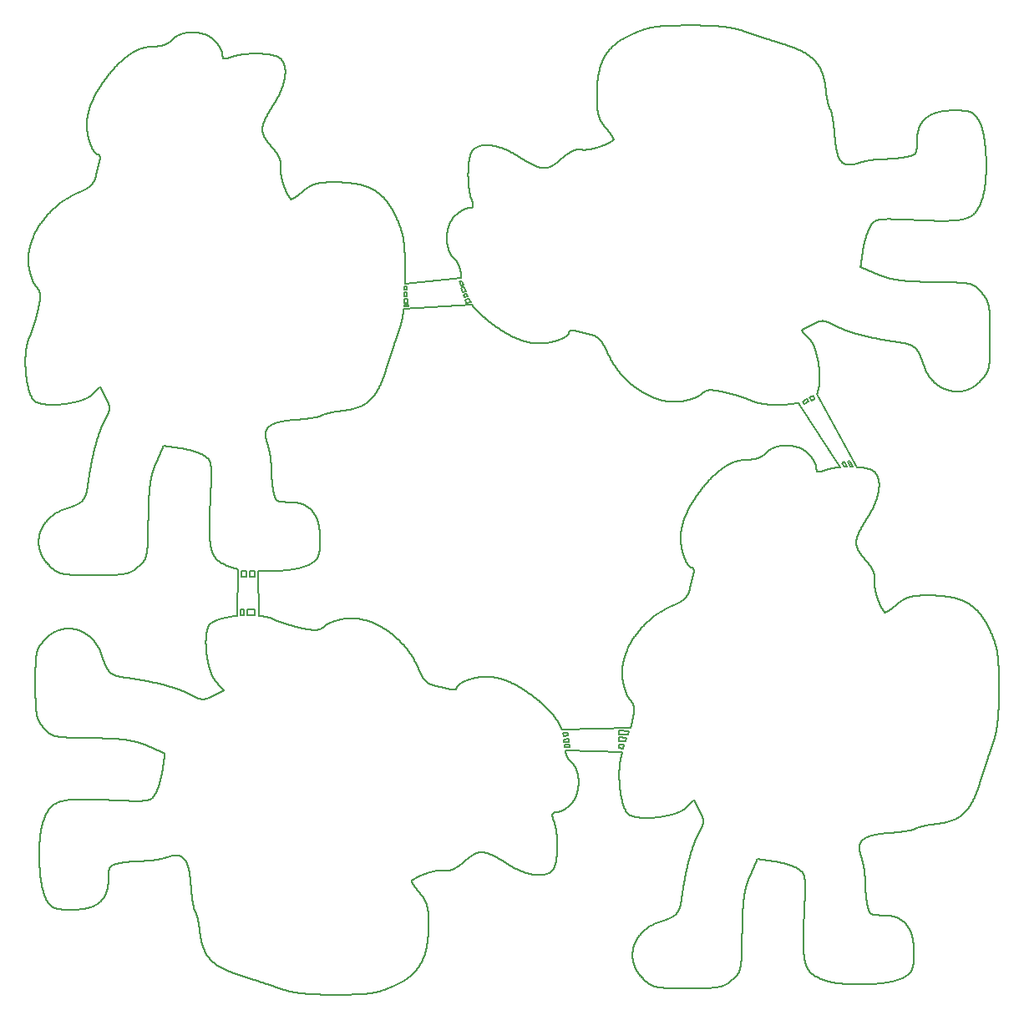
<source format=gbr>
G04 #@! TF.GenerationSoftware,KiCad,Pcbnew,(5.1.7)-1*
G04 #@! TF.CreationDate,2020-11-23T23:32:24-08:00*
G04 #@! TF.ProjectId,panelized001,70616e65-6c69-47a6-9564-3030312e6b69,rev?*
G04 #@! TF.SameCoordinates,Original*
G04 #@! TF.FileFunction,Profile,NP*
%FSLAX46Y46*%
G04 Gerber Fmt 4.6, Leading zero omitted, Abs format (unit mm)*
G04 Created by KiCad (PCBNEW (5.1.7)-1) date 2020-11-23 23:32:24*
%MOMM*%
%LPD*%
G01*
G04 APERTURE LIST*
G04 #@! TA.AperFunction,Profile*
%ADD10C,0.150000*%
G04 #@! TD*
G04 #@! TA.AperFunction,Profile*
%ADD11C,0.200000*%
G04 #@! TD*
G04 APERTURE END LIST*
D10*
X84709000Y-106553000D02*
X85725000Y-106616500D01*
X84709000Y-106934000D02*
X84709000Y-106553000D01*
X85598000Y-106997500D02*
X84709000Y-106934000D01*
X85725000Y-106616500D02*
X85598000Y-106997500D01*
X84709000Y-107251500D02*
X85471000Y-107315000D01*
X84709000Y-107632500D02*
X84709000Y-107251500D01*
X85344000Y-107632500D02*
X84709000Y-107632500D01*
X85471000Y-107315000D02*
X85344000Y-107632500D01*
X84709000Y-108331000D02*
X85090000Y-108394500D01*
X84709000Y-107950000D02*
X84709000Y-108331000D01*
X85217000Y-107950000D02*
X84709000Y-107950000D01*
X85090000Y-108394500D02*
X85217000Y-107950000D01*
X79184500Y-108013500D02*
X79184500Y-108077000D01*
X79692500Y-108013500D02*
X79184500Y-108013500D01*
X79692500Y-108267500D02*
X79692500Y-108013500D01*
X79184500Y-108267500D02*
X79692500Y-108267500D01*
X79184500Y-108077000D02*
X79184500Y-108267500D01*
X79629000Y-107378500D02*
X79057500Y-107442000D01*
X79629000Y-107759500D02*
X79629000Y-107378500D01*
X79121000Y-107759500D02*
X79629000Y-107759500D01*
X79057500Y-107442000D02*
X79121000Y-107759500D01*
X79502000Y-106807000D02*
X78994000Y-106807000D01*
X79502000Y-107061000D02*
X79502000Y-106807000D01*
X79057500Y-107124500D02*
X79502000Y-107061000D01*
X78994000Y-106807000D02*
X79057500Y-107124500D01*
X69088000Y-62865000D02*
X69405500Y-62738000D01*
X69215000Y-63182500D02*
X69088000Y-62865000D01*
X69659500Y-63119000D02*
X69215000Y-63182500D01*
X69405500Y-62738000D02*
X69659500Y-63119000D01*
X68897500Y-62357000D02*
X69215000Y-62230000D01*
X69024500Y-62611000D02*
X68897500Y-62357000D01*
X69342000Y-62547500D02*
X69024500Y-62611000D01*
X69215000Y-62230000D02*
X69342000Y-62547500D01*
X68643500Y-61658500D02*
X68961000Y-61531500D01*
X68834000Y-62103000D02*
X68643500Y-61658500D01*
X69151500Y-61976000D02*
X68834000Y-62103000D01*
X68961000Y-61531500D02*
X69151500Y-61976000D01*
X107886500Y-79248000D02*
X108140500Y-79819500D01*
X108077000Y-79184500D02*
X107886500Y-79248000D01*
X108394500Y-79819500D02*
X108077000Y-79184500D01*
X108140500Y-79819500D02*
X108394500Y-79819500D01*
X107315000Y-79438500D02*
X107505500Y-79819500D01*
X107569000Y-79311500D02*
X107315000Y-79438500D01*
X107823000Y-79819500D02*
X107569000Y-79311500D01*
X107505500Y-79819500D02*
X107823000Y-79819500D01*
X104521000Y-72898000D02*
X104394000Y-72580500D01*
X104203500Y-73088500D02*
X104521000Y-72898000D01*
X104013000Y-72771000D02*
X104203500Y-73088500D01*
X104394000Y-72580500D02*
X104013000Y-72771000D01*
X103441500Y-73469500D02*
X103314500Y-73152000D01*
X103886000Y-73215500D02*
X103441500Y-73469500D01*
X103695500Y-72898000D02*
X103886000Y-73215500D01*
X103314500Y-73152000D02*
X103695500Y-72898000D01*
X47752000Y-94869000D02*
X46990000Y-94869000D01*
X47752000Y-94234000D02*
X47752000Y-94869000D01*
X46990000Y-94234000D02*
X47752000Y-94234000D01*
X46990000Y-94869000D02*
X46990000Y-94234000D01*
X46672500Y-94869000D02*
X46291500Y-94869000D01*
X46672500Y-94234000D02*
X46672500Y-94869000D01*
X46291500Y-94234000D02*
X46672500Y-94234000D01*
X46291500Y-94869000D02*
X46291500Y-94234000D01*
X47752000Y-90360500D02*
X47244000Y-90360500D01*
X47752000Y-90995500D02*
X47752000Y-90360500D01*
X47244000Y-90995500D02*
X47752000Y-90995500D01*
X47244000Y-90360500D02*
X47244000Y-90995500D01*
X46926500Y-90360500D02*
X46418500Y-90360500D01*
X46926500Y-90995500D02*
X46926500Y-90360500D01*
X46418500Y-90995500D02*
X46926500Y-90995500D01*
X46418500Y-90360500D02*
X46418500Y-90995500D01*
X63309500Y-63563500D02*
X63309500Y-63373000D01*
X62928500Y-63563500D02*
X63309500Y-63563500D01*
X62928500Y-63373000D02*
X62928500Y-63563500D01*
X63309500Y-63373000D02*
X62928500Y-63373000D01*
X62928500Y-63182500D02*
X62928500Y-62801500D01*
X63246000Y-63182500D02*
X62928500Y-63182500D01*
X63246000Y-62801500D02*
X63246000Y-63182500D01*
X62928500Y-62801500D02*
X63246000Y-62801500D01*
X62928500Y-62547500D02*
X62928500Y-62103000D01*
X63182500Y-62547500D02*
X62928500Y-62547500D01*
X63182500Y-62103000D02*
X63182500Y-62547500D01*
X62928500Y-62103000D02*
X63182500Y-62103000D01*
X63182500Y-61468000D02*
X62928500Y-61468000D01*
X63182500Y-61849000D02*
X63182500Y-61468000D01*
X62928500Y-61849000D02*
X63182500Y-61849000D01*
X62928500Y-61468000D02*
X62928500Y-61849000D01*
X68516500Y-61023500D02*
X68770500Y-60960000D01*
X68643500Y-61404500D02*
X68516500Y-61023500D01*
X68897500Y-61341000D02*
X68643500Y-61404500D01*
X68770500Y-60960000D02*
X68897500Y-61341000D01*
X104738600Y-72446000D02*
X108823000Y-79836600D01*
X107101000Y-79849600D02*
X102887600Y-73323000D01*
X85040000Y-108760600D02*
X79230400Y-108605000D01*
X78887400Y-106433000D02*
X85873000Y-106305600D01*
X48180400Y-94921000D02*
X48102000Y-90403600D01*
X46050000Y-90181600D02*
X45995400Y-94928000D01*
X62864000Y-63799600D02*
X69789600Y-63398000D01*
X63001000Y-61214600D02*
X68682600Y-60697000D01*
D11*
X121650000Y-110672600D02*
X121635000Y-110720600D01*
X121759000Y-110334600D02*
X121743000Y-110382600D01*
X121543000Y-111006600D02*
X121528000Y-111054600D01*
X121743000Y-110382600D02*
X121728000Y-110431600D01*
X121977000Y-109664600D02*
X121961000Y-109711600D01*
X122038000Y-109477600D02*
X122023000Y-109523600D01*
X122144000Y-109156600D02*
X122129000Y-109201600D01*
X121821000Y-110141600D02*
X121806000Y-110189600D01*
X121697000Y-110527600D02*
X121681000Y-110575600D01*
X122084000Y-109338600D02*
X122069000Y-109384600D01*
X122129000Y-109201600D02*
X122114000Y-109247600D01*
X122069000Y-109384600D02*
X122054000Y-109430600D01*
X122054000Y-109430600D02*
X122038000Y-109477600D01*
X121884000Y-109949600D02*
X121868000Y-109997600D01*
X121837000Y-110093600D02*
X121821000Y-110141600D01*
X121604000Y-110816600D02*
X121589000Y-110863600D01*
X121558000Y-110959600D02*
X121543000Y-111006600D01*
X121961000Y-109711600D02*
X121946000Y-109758600D01*
X122023000Y-109523600D02*
X122008000Y-109570600D01*
X122008000Y-109570600D02*
X121992000Y-109617600D01*
X121635000Y-110720600D02*
X121619000Y-110768600D01*
X121589000Y-110863600D02*
X121574000Y-110911600D01*
X121619000Y-110768600D02*
X121604000Y-110816600D01*
X122174000Y-109067600D02*
X122159000Y-109112600D01*
X121930000Y-109806600D02*
X121915000Y-109854600D01*
X121992000Y-109617600D02*
X121977000Y-109664600D01*
X121899000Y-109901600D02*
X121884000Y-109949600D01*
X122159000Y-109112600D02*
X122144000Y-109156600D01*
X121728000Y-110431600D02*
X121712000Y-110479600D01*
X122099000Y-109292600D02*
X122084000Y-109338600D01*
X121712000Y-110479600D02*
X121697000Y-110527600D01*
X121868000Y-109997600D02*
X121853000Y-110045600D01*
X121681000Y-110575600D02*
X121666000Y-110623600D01*
X121853000Y-110045600D02*
X121837000Y-110093600D01*
X121946000Y-109758600D02*
X121930000Y-109806600D01*
X121806000Y-110189600D02*
X121790000Y-110238600D01*
X121774000Y-110286600D02*
X121759000Y-110334600D01*
X121574000Y-110911600D02*
X121558000Y-110959600D01*
X121666000Y-110623600D02*
X121650000Y-110672600D01*
X122114000Y-109247600D02*
X122099000Y-109292600D01*
X121915000Y-109854600D02*
X121899000Y-109901600D01*
X121790000Y-110238600D02*
X121774000Y-110286600D01*
X119803000Y-114786600D02*
X119761000Y-114829600D01*
X121311000Y-111744600D02*
X121297000Y-111788600D01*
X120737000Y-113311600D02*
X120706000Y-113381600D01*
X120372000Y-114020600D02*
X120337000Y-114078600D01*
X121381000Y-111519600D02*
X121367000Y-111564600D01*
X121367000Y-111564600D02*
X121353000Y-111610600D01*
X121133000Y-112294600D02*
X121103000Y-112380600D01*
X120641000Y-113518600D02*
X120608000Y-113584600D01*
X120265000Y-114191600D02*
X120229000Y-114246600D01*
X120003000Y-114555600D02*
X119964000Y-114603600D01*
X120080000Y-114456600D02*
X120042000Y-114506600D01*
X121278000Y-111848600D02*
X121250000Y-111939600D01*
X121250000Y-111939600D02*
X121221000Y-112030600D01*
X119964000Y-114603600D02*
X119924000Y-114650600D01*
X121044000Y-112547600D02*
X121014000Y-112629600D01*
X120192000Y-114300600D02*
X120155000Y-114353600D01*
X121162000Y-112207600D02*
X121133000Y-112294600D01*
X120155000Y-114353600D02*
X120118000Y-114405600D01*
X120608000Y-113584600D02*
X120576000Y-113650600D01*
X120406000Y-113961600D02*
X120372000Y-114020600D01*
X120118000Y-114405600D02*
X120080000Y-114456600D01*
X120769000Y-113240600D02*
X120737000Y-113311600D01*
X120954000Y-112789600D02*
X120924000Y-112867600D01*
X121221000Y-112030600D02*
X121191000Y-112119600D01*
X120924000Y-112867600D02*
X120893000Y-112944600D01*
X120862000Y-113020600D02*
X120831000Y-113094600D01*
X120831000Y-113094600D02*
X120800000Y-113168600D01*
X120706000Y-113381600D02*
X120673000Y-113450600D01*
X120475000Y-113840600D02*
X120441000Y-113901600D01*
X120441000Y-113901600D02*
X120406000Y-113961600D01*
X120337000Y-114078600D02*
X120301000Y-114135600D01*
X119924000Y-114650600D02*
X119884000Y-114696600D01*
X119884000Y-114696600D02*
X119844000Y-114741600D01*
X120229000Y-114246600D02*
X120192000Y-114300600D01*
X121528000Y-111054600D02*
X121513000Y-111101600D01*
X121513000Y-111101600D02*
X121498000Y-111148600D01*
X121297000Y-111788600D02*
X121278000Y-111848600D01*
X121103000Y-112380600D02*
X121074000Y-112464600D01*
X119844000Y-114741600D02*
X119803000Y-114786600D01*
X121074000Y-112464600D02*
X121044000Y-112547600D01*
X119719000Y-114872600D02*
X119677000Y-114913600D01*
X121191000Y-112119600D02*
X121162000Y-112207600D01*
X120576000Y-113650600D02*
X120542000Y-113714600D01*
X120673000Y-113450600D02*
X120641000Y-113518600D01*
X121498000Y-111148600D02*
X121483000Y-111195600D01*
X120800000Y-113168600D02*
X120769000Y-113240600D01*
X121483000Y-111195600D02*
X121468000Y-111242600D01*
X121014000Y-112629600D02*
X120984000Y-112709600D01*
X119761000Y-114829600D02*
X119719000Y-114872600D01*
X121424000Y-111381600D02*
X121410000Y-111427600D01*
X120042000Y-114506600D02*
X120003000Y-114555600D01*
X121325000Y-111699600D02*
X121311000Y-111744600D01*
X120301000Y-114135600D02*
X120265000Y-114191600D01*
X121468000Y-111242600D02*
X121454000Y-111289600D01*
X121454000Y-111289600D02*
X121439000Y-111335600D01*
X121439000Y-111335600D02*
X121424000Y-111381600D01*
X121410000Y-111427600D02*
X121395000Y-111473600D01*
X121395000Y-111473600D02*
X121381000Y-111519600D01*
X121339000Y-111655600D02*
X121325000Y-111699600D01*
X120542000Y-113714600D02*
X120509000Y-113778600D01*
X121353000Y-111610600D02*
X121339000Y-111655600D01*
X120984000Y-112709600D02*
X120954000Y-112789600D01*
X120893000Y-112944600D02*
X120862000Y-113020600D01*
X120509000Y-113778600D02*
X120475000Y-113840600D01*
X118814000Y-115521600D02*
X118760000Y-115547600D01*
X117991000Y-115829600D02*
X117926000Y-115846600D01*
X116366000Y-116097600D02*
X116339000Y-116101600D01*
X119124000Y-115347600D02*
X119074000Y-115378600D01*
X118650000Y-115598600D02*
X118594000Y-115622600D01*
X116645000Y-116062600D02*
X116617000Y-116065600D01*
X118421000Y-115691600D02*
X118362000Y-115713600D01*
X116701000Y-116055600D02*
X116673000Y-116058600D01*
X117926000Y-115846600D02*
X117861000Y-115863600D01*
X119677000Y-114913600D02*
X119634000Y-114954600D01*
X119411000Y-115145600D02*
X119364000Y-115181600D01*
X118241000Y-115754600D02*
X118180000Y-115773600D01*
X119634000Y-114954600D02*
X119590000Y-114994600D01*
X119590000Y-114994600D02*
X119546000Y-115033600D01*
X118594000Y-115622600D02*
X118537000Y-115646600D01*
X119456000Y-115109600D02*
X119411000Y-115145600D01*
X119546000Y-115033600D02*
X119502000Y-115071600D01*
X119364000Y-115181600D02*
X119317000Y-115216600D01*
X116505000Y-116079600D02*
X116477000Y-116082600D01*
X119222000Y-115283600D02*
X119173000Y-115315600D01*
X118867000Y-115494600D02*
X118814000Y-115521600D01*
X118760000Y-115547600D02*
X118705000Y-115573600D01*
X116561000Y-116072600D02*
X116533000Y-116075600D01*
X119173000Y-115315600D02*
X119124000Y-115347600D01*
X117449000Y-115951600D02*
X117378000Y-115963600D01*
X116729000Y-116052600D02*
X116701000Y-116055600D01*
X119502000Y-115071600D02*
X119456000Y-115109600D01*
X118055000Y-115811600D02*
X117991000Y-115829600D01*
X116589000Y-116068600D02*
X116561000Y-116072600D01*
X119317000Y-115216600D02*
X119270000Y-115250600D01*
X117157000Y-115999600D02*
X117082000Y-116009600D01*
X118180000Y-115773600D02*
X118118000Y-115792600D01*
X116394000Y-116093600D02*
X116366000Y-116097600D01*
X117861000Y-115863600D02*
X117794000Y-115879600D01*
X117232000Y-115987600D02*
X117157000Y-115999600D01*
X117659000Y-115909600D02*
X117590000Y-115923600D01*
X119023000Y-115408600D02*
X118972000Y-115437600D01*
X118972000Y-115437600D02*
X118920000Y-115466600D01*
X117520000Y-115937600D02*
X117449000Y-115951600D01*
X116477000Y-116082600D02*
X116449000Y-116086600D01*
X116422000Y-116090600D02*
X116394000Y-116093600D01*
X116850000Y-116039600D02*
X116771000Y-116048600D01*
X119270000Y-115250600D02*
X119222000Y-115283600D01*
X119074000Y-115378600D02*
X119023000Y-115408600D01*
X116617000Y-116065600D02*
X116589000Y-116068600D01*
X118920000Y-115466600D02*
X118867000Y-115494600D01*
X118537000Y-115646600D02*
X118479000Y-115669600D01*
X118479000Y-115669600D02*
X118421000Y-115691600D01*
X118705000Y-115573600D02*
X118650000Y-115598600D01*
X116673000Y-116058600D02*
X116645000Y-116062600D01*
X118362000Y-115713600D02*
X118302000Y-115733600D01*
X118302000Y-115733600D02*
X118241000Y-115754600D01*
X118118000Y-115792600D02*
X118055000Y-115811600D01*
X117305000Y-115976600D02*
X117232000Y-115987600D01*
X116771000Y-116048600D02*
X116729000Y-116052600D01*
X116449000Y-116086600D02*
X116422000Y-116090600D01*
X117727000Y-115894600D02*
X117659000Y-115909600D01*
X116929000Y-116029600D02*
X116850000Y-116039600D01*
X116533000Y-116075600D02*
X116505000Y-116079600D01*
X117794000Y-115879600D02*
X117727000Y-115894600D01*
X117590000Y-115923600D02*
X117520000Y-115937600D01*
X117378000Y-115963600D02*
X117305000Y-115976600D01*
X117082000Y-116009600D02*
X117006000Y-116020600D01*
X117006000Y-116020600D02*
X116929000Y-116029600D01*
X115429000Y-116270600D02*
X115407000Y-116275600D01*
X114938000Y-116412600D02*
X114924000Y-116418600D01*
X115111000Y-116354600D02*
X115094000Y-116359600D01*
X116202000Y-116121600D02*
X116175000Y-116126600D01*
X116148000Y-116130600D02*
X116121000Y-116134600D01*
X115988000Y-116156600D02*
X115962000Y-116161600D01*
X115261000Y-116312600D02*
X115241000Y-116317600D01*
X116015000Y-116152600D02*
X115988000Y-116156600D01*
X115684000Y-116214600D02*
X115660000Y-116219600D01*
X116121000Y-116134600D02*
X116094000Y-116139600D01*
X115386000Y-116280600D02*
X115364000Y-116285600D01*
X115589000Y-116234600D02*
X115565000Y-116239600D01*
X115364000Y-116285600D02*
X115343000Y-116290600D01*
X115094000Y-116359600D02*
X115076000Y-116365600D01*
X116094000Y-116139600D02*
X116068000Y-116143600D01*
X115060000Y-116370600D02*
X115043000Y-116375600D01*
X115542000Y-116244600D02*
X115519000Y-116249600D01*
X115322000Y-116296600D02*
X115302000Y-116301600D01*
X114966000Y-116402600D02*
X114952000Y-116407600D01*
X115147000Y-116343600D02*
X115129000Y-116349600D01*
X115962000Y-116161600D02*
X115936000Y-116166600D01*
X115936000Y-116166600D02*
X115910000Y-116170600D01*
X115636000Y-116224600D02*
X115612000Y-116229600D01*
X114996000Y-116391600D02*
X114981000Y-116397600D01*
X115885000Y-116175600D02*
X115859000Y-116180600D01*
X115783000Y-116194600D02*
X115758000Y-116199600D01*
X115496000Y-116254600D02*
X115474000Y-116259600D01*
X115241000Y-116317600D02*
X115222000Y-116322600D01*
X115027000Y-116381600D02*
X115011000Y-116386600D01*
X115165000Y-116338600D02*
X115147000Y-116343600D01*
X115302000Y-116301600D02*
X115281000Y-116306600D01*
X115859000Y-116180600D02*
X115833000Y-116184600D01*
X115043000Y-116375600D02*
X115027000Y-116381600D01*
X115011000Y-116386600D02*
X114996000Y-116391600D01*
X114952000Y-116407600D02*
X114938000Y-116412600D01*
X115519000Y-116249600D02*
X115496000Y-116254600D01*
X115184000Y-116333600D02*
X115165000Y-116338600D01*
X115733000Y-116204600D02*
X115709000Y-116209600D01*
X115709000Y-116209600D02*
X115684000Y-116214600D01*
X115281000Y-116306600D02*
X115261000Y-116312600D01*
X115474000Y-116259600D02*
X115451000Y-116264600D01*
X115808000Y-116189600D02*
X115783000Y-116194600D01*
X116229000Y-116117600D02*
X116202000Y-116121600D01*
X115076000Y-116365600D02*
X115060000Y-116370600D01*
X116339000Y-116101600D02*
X116311000Y-116105600D01*
X115612000Y-116229600D02*
X115589000Y-116234600D01*
X116041000Y-116147600D02*
X116015000Y-116152600D01*
X116311000Y-116105600D02*
X116284000Y-116109600D01*
X116284000Y-116109600D02*
X116256000Y-116113600D01*
X115758000Y-116199600D02*
X115733000Y-116204600D01*
X115660000Y-116219600D02*
X115636000Y-116224600D01*
X115129000Y-116349600D02*
X115111000Y-116354600D01*
X116256000Y-116113600D02*
X116229000Y-116117600D01*
X115451000Y-116264600D02*
X115429000Y-116270600D01*
X115222000Y-116322600D02*
X115203000Y-116327600D01*
X116175000Y-116126600D02*
X116148000Y-116130600D01*
X115407000Y-116275600D02*
X115386000Y-116280600D01*
X115343000Y-116290600D02*
X115322000Y-116296600D01*
X116068000Y-116143600D02*
X116041000Y-116147600D01*
X115833000Y-116184600D02*
X115808000Y-116189600D01*
X114981000Y-116397600D02*
X114966000Y-116402600D01*
X115910000Y-116170600D02*
X115885000Y-116175600D01*
X115565000Y-116239600D02*
X115542000Y-116244600D01*
X115203000Y-116327600D02*
X115184000Y-116333600D01*
X114165000Y-116692600D02*
X114140000Y-116698600D01*
X114773000Y-116489600D02*
X114766000Y-116494600D01*
X113955000Y-116733600D02*
X113927000Y-116738600D01*
X114790000Y-116479600D02*
X114782000Y-116484600D01*
X114782000Y-116484600D02*
X114773000Y-116489600D01*
X114261000Y-116672600D02*
X114238000Y-116677600D01*
X114766000Y-116494600D02*
X114759000Y-116499600D01*
X114349000Y-116651600D02*
X114328000Y-116656600D01*
X114752000Y-116504600D02*
X114746000Y-116509600D01*
X114732000Y-116518600D02*
X114724000Y-116523600D01*
X114555000Y-116594600D02*
X114539000Y-116599600D01*
X114724000Y-116523600D02*
X114716000Y-116528600D01*
X114697000Y-116538600D02*
X114687000Y-116543600D01*
X114665000Y-116553600D02*
X114653000Y-116558600D01*
X114010000Y-116723600D02*
X113983000Y-116728600D01*
X114431000Y-116630600D02*
X114411000Y-116635600D01*
X114687000Y-116543600D02*
X114676000Y-116548600D01*
X114487000Y-116615600D02*
X114469000Y-116620600D01*
X114600000Y-116579600D02*
X114586000Y-116584600D01*
X114676000Y-116548600D02*
X114665000Y-116553600D01*
X114539000Y-116599600D02*
X114522000Y-116604600D01*
X114469000Y-116620600D02*
X114450000Y-116625600D01*
X114450000Y-116625600D02*
X114431000Y-116630600D01*
X114115000Y-116703600D02*
X114089000Y-116708600D01*
X114037000Y-116718600D02*
X114010000Y-116723600D01*
X114238000Y-116677600D02*
X114214000Y-116682600D01*
X114924000Y-116418600D02*
X114911000Y-116423600D01*
X114898000Y-116428600D02*
X114885000Y-116433600D01*
X114861000Y-116444600D02*
X114850000Y-116449600D01*
X114911000Y-116423600D02*
X114898000Y-116428600D01*
X114873000Y-116438600D02*
X114861000Y-116444600D01*
X114839000Y-116454600D02*
X114828000Y-116459600D01*
X114746000Y-116509600D02*
X114739000Y-116514600D01*
X114328000Y-116656600D02*
X114306000Y-116661600D01*
X114306000Y-116661600D02*
X114284000Y-116667600D01*
X114653000Y-116558600D02*
X114641000Y-116563600D01*
X114411000Y-116635600D02*
X114391000Y-116641600D01*
X114586000Y-116584600D02*
X114570000Y-116589600D01*
X114190000Y-116687600D02*
X114165000Y-116692600D01*
X114284000Y-116667600D02*
X114261000Y-116672600D01*
X114850000Y-116449600D02*
X114839000Y-116454600D01*
X114140000Y-116698600D02*
X114115000Y-116703600D01*
X114759000Y-116499600D02*
X114752000Y-116504600D01*
X114739000Y-116514600D02*
X114732000Y-116518600D01*
X114707000Y-116533600D02*
X114697000Y-116538600D01*
X114628000Y-116568600D02*
X114614000Y-116573600D01*
X114570000Y-116589600D02*
X114555000Y-116594600D01*
X114505000Y-116609600D02*
X114487000Y-116615600D01*
X114371000Y-116646600D02*
X114349000Y-116651600D01*
X114614000Y-116573600D02*
X114600000Y-116579600D01*
X114818000Y-116464600D02*
X114808000Y-116469600D01*
X114089000Y-116708600D02*
X114063000Y-116713600D01*
X114063000Y-116713600D02*
X114037000Y-116718600D01*
X114214000Y-116682600D02*
X114190000Y-116687600D01*
X113983000Y-116728600D02*
X113955000Y-116733600D01*
X113927000Y-116738600D02*
X113899000Y-116743600D01*
X114885000Y-116433600D02*
X114873000Y-116438600D01*
X114828000Y-116459600D02*
X114818000Y-116464600D01*
X114808000Y-116469600D02*
X114799000Y-116474600D01*
X114716000Y-116528600D02*
X114707000Y-116533600D01*
X114522000Y-116604600D02*
X114505000Y-116609600D01*
X114641000Y-116563600D02*
X114628000Y-116568600D01*
X114391000Y-116641600D02*
X114371000Y-116646600D01*
X114799000Y-116474600D02*
X114790000Y-116479600D01*
X113470000Y-116811600D02*
X113437000Y-116816600D01*
X112918000Y-116880600D02*
X112882000Y-116884600D01*
X112173000Y-116948600D02*
X112109000Y-116952600D01*
X111314000Y-117028600D02*
X111242000Y-117037600D01*
X113783000Y-116763600D02*
X113753000Y-116768600D01*
X113437000Y-116816600D02*
X113404000Y-116820600D01*
X112662000Y-116906600D02*
X112625000Y-116910600D01*
X113337000Y-116829600D02*
X113304000Y-116834600D01*
X113270000Y-116838600D02*
X113235000Y-116843600D01*
X113166000Y-116851600D02*
X113131000Y-116855600D01*
X111939000Y-116965600D02*
X111856000Y-116972600D01*
X113661000Y-116783600D02*
X113630000Y-116787600D01*
X113599000Y-116792600D02*
X113567000Y-116797600D01*
X113096000Y-116860600D02*
X113061000Y-116864600D01*
X113404000Y-116820600D02*
X113371000Y-116825600D01*
X112551000Y-116917600D02*
X112513000Y-116920600D01*
X113061000Y-116864600D02*
X113026000Y-116868600D01*
X112809000Y-116892600D02*
X112773000Y-116895600D01*
X111856000Y-116972600D02*
X111775000Y-116979600D01*
X111387000Y-117019600D02*
X111314000Y-117028600D01*
X112699000Y-116903600D02*
X112662000Y-116906600D01*
X112211000Y-116945600D02*
X112173000Y-116948600D01*
X112438000Y-116927600D02*
X112400000Y-116930600D01*
X113503000Y-116806600D02*
X113470000Y-116811600D01*
X112846000Y-116888600D02*
X112809000Y-116892600D01*
X113131000Y-116855600D02*
X113096000Y-116860600D01*
X112287000Y-116939600D02*
X112249000Y-116942600D01*
X112400000Y-116930600D02*
X112363000Y-116933600D01*
X111538000Y-117002600D02*
X111462000Y-117011600D01*
X112325000Y-116936600D02*
X112287000Y-116939600D01*
X111242000Y-117037600D02*
X111171000Y-117046600D01*
X112773000Y-116895600D02*
X112736000Y-116899600D01*
X112109000Y-116952600D02*
X112023000Y-116959600D01*
X111462000Y-117011600D02*
X111387000Y-117019600D01*
X113567000Y-116797600D02*
X113535000Y-116802600D01*
X113630000Y-116787600D02*
X113599000Y-116792600D01*
X113899000Y-116743600D02*
X113870000Y-116748600D01*
X113870000Y-116748600D02*
X113842000Y-116753600D01*
X112882000Y-116884600D02*
X112846000Y-116888600D01*
X112588000Y-116913600D02*
X112551000Y-116917600D01*
X112625000Y-116910600D02*
X112588000Y-116913600D01*
X112736000Y-116899600D02*
X112699000Y-116903600D01*
X111775000Y-116979600D02*
X111695000Y-116987600D01*
X112023000Y-116959600D02*
X111939000Y-116965600D01*
X113842000Y-116753600D02*
X113812000Y-116758600D01*
X112249000Y-116942600D02*
X112211000Y-116945600D01*
X113371000Y-116825600D02*
X113337000Y-116829600D01*
X112513000Y-116920600D02*
X112476000Y-116924600D01*
X113812000Y-116758600D02*
X113783000Y-116763600D01*
X113753000Y-116768600D02*
X113722000Y-116773600D01*
X113201000Y-116847600D02*
X113166000Y-116851600D01*
X112954000Y-116876600D02*
X112918000Y-116880600D01*
X111171000Y-117046600D02*
X111101000Y-117056600D01*
X113722000Y-116773600D02*
X113692000Y-116778600D01*
X113692000Y-116778600D02*
X113661000Y-116783600D01*
X113535000Y-116802600D02*
X113503000Y-116806600D01*
X113304000Y-116834600D02*
X113270000Y-116838600D01*
X113235000Y-116843600D02*
X113201000Y-116847600D01*
X112990000Y-116872600D02*
X112954000Y-116876600D01*
X111695000Y-116987600D02*
X111616000Y-116994600D01*
X113026000Y-116868600D02*
X112990000Y-116872600D01*
X112476000Y-116924600D02*
X112438000Y-116927600D01*
X112363000Y-116933600D02*
X112325000Y-116936600D01*
X111616000Y-116994600D02*
X111538000Y-117002600D01*
X123074000Y-98936600D02*
X123081000Y-98991600D01*
X123087000Y-99046600D02*
X123094000Y-99103600D01*
X123121000Y-99397600D02*
X123126000Y-99459600D01*
X123126000Y-99459600D02*
X123131000Y-99521600D01*
X123003000Y-98467600D02*
X123012000Y-98517600D01*
X122984000Y-98368600D02*
X122993000Y-98418600D01*
X123037000Y-98670600D02*
X123045000Y-98722600D01*
X122993000Y-98418600D02*
X123003000Y-98467600D01*
X123012000Y-98517600D02*
X123020000Y-98567600D01*
X123020000Y-98567600D02*
X123029000Y-98618600D01*
X123053000Y-98774600D02*
X123060000Y-98827600D01*
X123045000Y-98722600D02*
X123053000Y-98774600D01*
X123060000Y-98827600D02*
X123067000Y-98881600D01*
X123067000Y-98881600D02*
X123074000Y-98936600D01*
X123081000Y-98991600D02*
X123087000Y-99046600D01*
X123105000Y-99218600D02*
X123111000Y-99277600D01*
X123111000Y-99277600D02*
X123116000Y-99337600D01*
X123094000Y-99103600D02*
X123100000Y-99160600D01*
X123131000Y-99521600D02*
X123136000Y-99584600D01*
X123136000Y-99584600D02*
X123140000Y-99648600D01*
X123116000Y-99337600D02*
X123121000Y-99397600D01*
X123100000Y-99160600D02*
X123105000Y-99218600D01*
X123029000Y-98618600D02*
X123037000Y-98670600D01*
X123196000Y-101355600D02*
X123197000Y-101449600D01*
X123174000Y-100349600D02*
X123177000Y-100425600D01*
X123179000Y-100503600D02*
X123181000Y-100582600D01*
X123140000Y-99648600D02*
X123144000Y-99714600D01*
X123144000Y-99714600D02*
X123148000Y-99780600D01*
X123189000Y-100911600D02*
X123191000Y-100997600D01*
X123193000Y-101173600D02*
X123195000Y-101263600D01*
X123148000Y-99780600D02*
X123152000Y-99847600D01*
X123185000Y-100744600D02*
X123187000Y-100827600D01*
X123171000Y-100274600D02*
X123174000Y-100349600D01*
X123183000Y-100662600D02*
X123185000Y-100744600D01*
X123152000Y-99847600D02*
X123156000Y-99915600D01*
X123156000Y-99915600D02*
X123159000Y-99985600D01*
X123166000Y-100127600D02*
X123169000Y-100200600D01*
X123191000Y-100997600D02*
X123192000Y-101084600D01*
X123181000Y-100582600D02*
X123183000Y-100662600D01*
X123177000Y-100425600D02*
X123179000Y-100503600D01*
X123195000Y-101263600D02*
X123196000Y-101355600D01*
X123162000Y-100055600D02*
X123166000Y-100127600D01*
X123169000Y-100200600D02*
X123171000Y-100274600D01*
X123192000Y-101084600D02*
X123193000Y-101173600D01*
X123187000Y-100827600D02*
X123189000Y-100911600D01*
X123159000Y-99985600D02*
X123162000Y-100055600D01*
X122725000Y-107451600D02*
X122713000Y-107487600D01*
X122581000Y-107869600D02*
X122570000Y-107901600D01*
X122633000Y-107720600D02*
X122623000Y-107749600D01*
X122592000Y-107838600D02*
X122581000Y-107869600D01*
X122613000Y-107778600D02*
X122602000Y-107808600D01*
X122570000Y-107901600D02*
X122558000Y-107933600D01*
X122602000Y-107808600D02*
X122592000Y-107838600D01*
X122701000Y-107523600D02*
X122690000Y-107559600D01*
X122666000Y-107629600D02*
X122653000Y-107664600D01*
X122790000Y-107224600D02*
X122780000Y-107263600D01*
X122780000Y-107263600D02*
X122769000Y-107301600D01*
X122747000Y-107377600D02*
X122736000Y-107414600D01*
X122653000Y-107664600D02*
X122643000Y-107692600D01*
X122736000Y-107414600D02*
X122725000Y-107451600D01*
X122713000Y-107487600D02*
X122701000Y-107523600D01*
X122643000Y-107692600D02*
X122633000Y-107720600D01*
X122690000Y-107559600D02*
X122678000Y-107594600D01*
X122678000Y-107594600D02*
X122666000Y-107629600D01*
X122558000Y-107933600D02*
X122547000Y-107966600D01*
X122623000Y-107749600D02*
X122613000Y-107778600D01*
X122769000Y-107301600D02*
X122758000Y-107339600D01*
X122547000Y-107966600D02*
X122536000Y-107999600D01*
X122758000Y-107339600D02*
X122747000Y-107377600D01*
X121195000Y-94591600D02*
X121241000Y-94644600D01*
X120907000Y-94291600D02*
X120957000Y-94338600D01*
X121332000Y-94753600D02*
X121376000Y-94810600D01*
X120153000Y-93712600D02*
X120211000Y-93748600D01*
X121507000Y-94983600D02*
X121550000Y-95043600D01*
X120211000Y-93748600D02*
X120269000Y-93784600D01*
X121954000Y-95694600D02*
X121992000Y-95765600D01*
X121634000Y-95166600D02*
X121675000Y-95228600D01*
X120269000Y-93784600D02*
X120325000Y-93822600D01*
X121376000Y-94810600D02*
X121420000Y-94866600D01*
X120437000Y-93899600D02*
X120492000Y-93940600D01*
X120492000Y-93940600D02*
X120546000Y-93980600D01*
X120807000Y-94198600D02*
X120857000Y-94244600D01*
X121757000Y-95356600D02*
X121797000Y-95422600D01*
X121241000Y-94644600D02*
X121287000Y-94698600D01*
X121148000Y-94539600D02*
X121195000Y-94591600D01*
X120857000Y-94244600D02*
X120907000Y-94291600D01*
X122105000Y-95983600D02*
X122142000Y-96058600D01*
X119975000Y-93609600D02*
X120035000Y-93643600D01*
X120035000Y-93643600D02*
X120094000Y-93677600D01*
X120325000Y-93822600D02*
X120381000Y-93860600D01*
X120094000Y-93677600D02*
X120153000Y-93712600D01*
X120381000Y-93860600D02*
X120437000Y-93899600D01*
X120546000Y-93980600D02*
X120599000Y-94022600D01*
X121992000Y-95765600D02*
X122030000Y-95837600D01*
X120599000Y-94022600D02*
X120652000Y-94065600D01*
X121005000Y-94387600D02*
X121054000Y-94437600D01*
X122068000Y-95909600D02*
X122105000Y-95983600D01*
X121054000Y-94437600D02*
X121101000Y-94487600D01*
X121420000Y-94866600D02*
X121464000Y-94924600D01*
X121837000Y-95489600D02*
X121876000Y-95556600D01*
X121675000Y-95228600D02*
X121716000Y-95292600D01*
X121876000Y-95556600D02*
X121915000Y-95625600D01*
X121464000Y-94924600D02*
X121507000Y-94983600D01*
X120652000Y-94065600D02*
X120704000Y-94108600D01*
X120957000Y-94338600D02*
X121005000Y-94387600D01*
X121287000Y-94698600D02*
X121332000Y-94753600D01*
X121592000Y-95104600D02*
X121634000Y-95166600D01*
X121797000Y-95422600D02*
X121837000Y-95489600D01*
X121915000Y-95625600D02*
X121954000Y-95694600D01*
X120704000Y-94108600D02*
X120756000Y-94152600D01*
X121550000Y-95043600D02*
X121592000Y-95104600D01*
X121101000Y-94487600D02*
X121148000Y-94539600D01*
X121716000Y-95292600D02*
X121757000Y-95356600D01*
X120756000Y-94152600D02*
X120807000Y-94198600D01*
X122030000Y-95837600D02*
X122068000Y-95909600D01*
X95464000Y-132337600D02*
X95437000Y-132351600D01*
X95647000Y-132230600D02*
X95621000Y-132247600D01*
X95270000Y-132428600D02*
X95241000Y-132439600D01*
X95621000Y-132247600D02*
X95596000Y-132263600D01*
X96392000Y-131627600D02*
X96367000Y-131649600D01*
X96367000Y-131649600D02*
X96342000Y-131672600D01*
X95089000Y-132493600D02*
X95058000Y-132502600D01*
X95241000Y-132439600D02*
X95212000Y-132451600D01*
X95152000Y-132472600D02*
X95121000Y-132483600D01*
X96207000Y-131792600D02*
X96178000Y-131817600D01*
X95750000Y-132161600D02*
X95724000Y-132179600D01*
X96342000Y-131672600D02*
X96316000Y-131696600D01*
X95543000Y-132294600D02*
X95517000Y-132309600D01*
X96316000Y-131696600D02*
X96289000Y-131719600D01*
X95983000Y-131982600D02*
X95957000Y-132003600D01*
X95852000Y-132085600D02*
X95827000Y-132105600D01*
X95212000Y-132451600D02*
X95182000Y-132461600D01*
X95775000Y-132143600D02*
X95750000Y-132161600D01*
X95383000Y-132378600D02*
X95355000Y-132391600D01*
X95299000Y-132416600D02*
X95270000Y-132428600D01*
X96149000Y-131842600D02*
X96119000Y-131867600D01*
X96289000Y-131719600D02*
X96262000Y-131743600D01*
X96092000Y-131891600D02*
X96064000Y-131914600D01*
X96064000Y-131914600D02*
X96037000Y-131937600D01*
X96037000Y-131937600D02*
X96010000Y-131960600D01*
X95930000Y-132024600D02*
X95904000Y-132045600D01*
X95437000Y-132351600D02*
X95410000Y-132365600D01*
X95355000Y-132391600D02*
X95327000Y-132404600D01*
X95410000Y-132365600D02*
X95383000Y-132378600D01*
X96262000Y-131743600D02*
X96235000Y-131767600D01*
X96235000Y-131767600D02*
X96207000Y-131792600D01*
X96178000Y-131817600D02*
X96149000Y-131842600D01*
X95878000Y-132065600D02*
X95852000Y-132085600D01*
X95957000Y-132003600D02*
X95930000Y-132024600D01*
X95827000Y-132105600D02*
X95801000Y-132124600D01*
X95801000Y-132124600D02*
X95775000Y-132143600D01*
X95596000Y-132263600D02*
X95570000Y-132278600D01*
X95182000Y-132461600D02*
X95152000Y-132472600D01*
X95570000Y-132278600D02*
X95543000Y-132294600D01*
X95724000Y-132179600D02*
X95698000Y-132196600D01*
X95673000Y-132213600D02*
X95647000Y-132230600D01*
X95517000Y-132309600D02*
X95491000Y-132323600D01*
X95025000Y-132512600D02*
X94993000Y-132521600D01*
X95491000Y-132323600D02*
X95464000Y-132337600D01*
X95327000Y-132404600D02*
X95299000Y-132416600D01*
X95121000Y-132483600D02*
X95089000Y-132493600D01*
X95058000Y-132502600D02*
X95025000Y-132512600D01*
X96119000Y-131867600D02*
X96092000Y-131891600D01*
X96010000Y-131960600D02*
X95983000Y-131982600D01*
X95904000Y-132045600D02*
X95878000Y-132065600D01*
X95698000Y-132196600D02*
X95673000Y-132213600D01*
X91501000Y-132714600D02*
X91401000Y-132714600D01*
X94925000Y-132539600D02*
X94891000Y-132547600D01*
X93819000Y-132678600D02*
X93762000Y-132681600D01*
X94746000Y-132578600D02*
X94707000Y-132585600D01*
X92673000Y-132710600D02*
X92593000Y-132710600D01*
X94891000Y-132547600D02*
X94855000Y-132555600D01*
X94463000Y-132623600D02*
X94419000Y-132628600D01*
X93644000Y-132687600D02*
X93583000Y-132689600D01*
X93192000Y-132701600D02*
X93122000Y-132703600D01*
X92344000Y-132712600D02*
X92257000Y-132713600D01*
X92512000Y-132711600D02*
X92428000Y-132712600D01*
X94669000Y-132592600D02*
X94629000Y-132599600D01*
X94629000Y-132599600D02*
X94589000Y-132605600D01*
X92257000Y-132713600D02*
X92169000Y-132713600D01*
X94589000Y-132605600D02*
X94548000Y-132611600D01*
X94329000Y-132639600D02*
X94283000Y-132643600D01*
X94506000Y-132617600D02*
X94463000Y-132623600D01*
X93583000Y-132689600D02*
X93521000Y-132692600D01*
X92829000Y-132708600D02*
X92752000Y-132709600D01*
X94187000Y-132652600D02*
X94137000Y-132657600D01*
X92593000Y-132710600D02*
X92512000Y-132711600D01*
X93875000Y-132675600D02*
X93819000Y-132678600D01*
X94137000Y-132657600D02*
X94087000Y-132661600D01*
X91208000Y-132713600D02*
X91114000Y-132713600D01*
X90932000Y-132713600D02*
X90844000Y-132712600D01*
X94036000Y-132665600D02*
X93983000Y-132668600D01*
X93983000Y-132668600D02*
X93929000Y-132672600D01*
X93762000Y-132681600D02*
X93703000Y-132684600D01*
X93328000Y-132698600D02*
X93261000Y-132700600D01*
X93261000Y-132700600D02*
X93192000Y-132701600D01*
X92904000Y-132707600D02*
X92829000Y-132708600D01*
X92169000Y-132713600D02*
X92079000Y-132713600D01*
X92079000Y-132713600D02*
X91988000Y-132713600D01*
X91401000Y-132714600D02*
X91304000Y-132714600D01*
X91114000Y-132713600D02*
X91022000Y-132713600D01*
X91304000Y-132714600D02*
X91208000Y-132713600D01*
X93122000Y-132703600D02*
X93051000Y-132704600D01*
X94707000Y-132585600D02*
X94669000Y-132592600D01*
X91988000Y-132713600D02*
X91895000Y-132714600D01*
X94375000Y-132634600D02*
X94329000Y-132639600D01*
X94419000Y-132628600D02*
X94375000Y-132634600D01*
X94548000Y-132611600D02*
X94506000Y-132617600D01*
X93521000Y-132692600D02*
X93458000Y-132694600D01*
X93703000Y-132684600D02*
X93644000Y-132687600D01*
X94993000Y-132521600D02*
X94959000Y-132530600D01*
X93929000Y-132672600D02*
X93875000Y-132675600D01*
X94959000Y-132530600D02*
X94925000Y-132539600D01*
X94283000Y-132643600D02*
X94235000Y-132648600D01*
X91800000Y-132714600D02*
X91704000Y-132714600D01*
X94855000Y-132555600D02*
X94819000Y-132563600D01*
X92428000Y-132712600D02*
X92344000Y-132712600D01*
X91704000Y-132714600D02*
X91603000Y-132714600D01*
X94783000Y-132571600D02*
X94746000Y-132578600D01*
X94819000Y-132563600D02*
X94783000Y-132571600D01*
X94235000Y-132648600D02*
X94187000Y-132652600D01*
X94087000Y-132661600D02*
X94036000Y-132665600D01*
X92752000Y-132709600D02*
X92673000Y-132710600D01*
X91022000Y-132713600D02*
X90932000Y-132713600D01*
X91603000Y-132714600D02*
X91501000Y-132714600D01*
X93458000Y-132694600D02*
X93394000Y-132696600D01*
X93394000Y-132696600D02*
X93328000Y-132698600D01*
X92979000Y-132705600D02*
X92904000Y-132707600D01*
X93051000Y-132704600D02*
X92979000Y-132705600D01*
X91895000Y-132714600D02*
X91800000Y-132714600D01*
X87836000Y-132298600D02*
X87809000Y-132281600D01*
X90352000Y-132708600D02*
X90276000Y-132707600D01*
X88664000Y-132600600D02*
X88625000Y-132593600D01*
X89661000Y-132691600D02*
X89600000Y-132689600D01*
X88089000Y-132432600D02*
X88059000Y-132419600D01*
X90129000Y-132705600D02*
X90057000Y-132703600D01*
X89260000Y-132670600D02*
X89208000Y-132666600D01*
X88549000Y-132577600D02*
X88512000Y-132569600D01*
X88305000Y-132513600D02*
X88273000Y-132503600D01*
X87974000Y-132377600D02*
X87946000Y-132362600D01*
X88031000Y-132405600D02*
X88002000Y-132391600D01*
X90673000Y-132711600D02*
X90590000Y-132711600D01*
X89988000Y-132702600D02*
X89919000Y-132700600D01*
X87946000Y-132362600D02*
X87918000Y-132346600D01*
X89919000Y-132700600D02*
X89853000Y-132698600D01*
X89107000Y-132657600D02*
X89058000Y-132653600D01*
X89482000Y-132683600D02*
X89424000Y-132680600D01*
X88512000Y-132569600D02*
X88476000Y-132561600D01*
X88148000Y-132457600D02*
X88118000Y-132445600D01*
X89314000Y-132674600D02*
X89260000Y-132670600D01*
X88059000Y-132419600D02*
X88031000Y-132405600D01*
X88704000Y-132607600D02*
X88664000Y-132600600D01*
X88964000Y-132643600D02*
X88918000Y-132638600D01*
X90057000Y-132703600D02*
X89988000Y-132702600D01*
X89540000Y-132686600D02*
X89482000Y-132683600D01*
X89424000Y-132680600D02*
X89369000Y-132677600D01*
X88787000Y-132620600D02*
X88745000Y-132614600D01*
X88918000Y-132638600D02*
X88874000Y-132632600D01*
X88371000Y-132533600D02*
X88338000Y-132524600D01*
X88830000Y-132626600D02*
X88787000Y-132620600D01*
X88625000Y-132593600D02*
X88587000Y-132585600D01*
X87918000Y-132346600D02*
X87891000Y-132331600D01*
X87891000Y-132331600D02*
X87863000Y-132315600D01*
X88338000Y-132524600D02*
X88305000Y-132513600D01*
X90844000Y-132712600D02*
X90758000Y-132712600D01*
X88178000Y-132469600D02*
X88148000Y-132457600D01*
X88273000Y-132503600D02*
X88241000Y-132492600D01*
X89600000Y-132689600D02*
X89540000Y-132686600D01*
X87863000Y-132315600D02*
X87836000Y-132298600D01*
X89157000Y-132662600D02*
X89107000Y-132657600D01*
X89208000Y-132666600D02*
X89157000Y-132662600D01*
X89369000Y-132677600D02*
X89314000Y-132674600D01*
X88476000Y-132561600D02*
X88440000Y-132552600D01*
X88587000Y-132585600D02*
X88549000Y-132577600D01*
X90758000Y-132712600D02*
X90673000Y-132711600D01*
X88745000Y-132614600D02*
X88704000Y-132607600D01*
X90590000Y-132711600D02*
X90509000Y-132710600D01*
X89058000Y-132653600D02*
X89011000Y-132648600D01*
X87809000Y-132281600D02*
X87782000Y-132264600D01*
X90509000Y-132710600D02*
X90430000Y-132709600D01*
X88002000Y-132391600D02*
X87974000Y-132377600D01*
X90202000Y-132706600D02*
X90129000Y-132705600D01*
X89723000Y-132694600D02*
X89661000Y-132691600D01*
X90430000Y-132709600D02*
X90352000Y-132708600D01*
X90276000Y-132707600D02*
X90202000Y-132706600D01*
X89853000Y-132698600D02*
X89787000Y-132696600D01*
X89787000Y-132696600D02*
X89723000Y-132694600D01*
X89011000Y-132648600D02*
X88964000Y-132643600D01*
X88118000Y-132445600D02*
X88089000Y-132432600D01*
X88440000Y-132552600D02*
X88406000Y-132543600D01*
X88874000Y-132632600D02*
X88830000Y-132626600D01*
X88209000Y-132481600D02*
X88178000Y-132469600D01*
X88406000Y-132543600D02*
X88371000Y-132533600D01*
X88241000Y-132492600D02*
X88209000Y-132481600D01*
X87540000Y-132084600D02*
X87513000Y-132062600D01*
X87255000Y-131836600D02*
X87225000Y-131808600D01*
X113124000Y-131797600D02*
X113063000Y-131818600D01*
X87430000Y-131992600D02*
X87401000Y-131967600D01*
X87162000Y-131750600D02*
X87130000Y-131721600D01*
X111522000Y-132159600D02*
X111432000Y-132171600D01*
X113496000Y-131634600D02*
X113449000Y-131658600D01*
X111699000Y-132133600D02*
X111611000Y-132146600D01*
X113063000Y-131818600D02*
X113000000Y-131839600D01*
X87782000Y-132264600D02*
X87755000Y-132246600D01*
X87595000Y-132128600D02*
X87568000Y-132106600D01*
X113349000Y-131706600D02*
X113296000Y-131729600D01*
X87755000Y-132246600D02*
X87729000Y-132227600D01*
X87729000Y-132227600D02*
X87702000Y-132208600D01*
X87130000Y-131721600D02*
X87098000Y-131690600D01*
X87621000Y-132149600D02*
X87595000Y-132128600D01*
X87702000Y-132208600D02*
X87675000Y-132189600D01*
X87568000Y-132106600D02*
X87540000Y-132084600D01*
X111063000Y-132216600D02*
X110969000Y-132226600D01*
X87485000Y-132039600D02*
X87458000Y-132016600D01*
X87285000Y-131863600D02*
X87255000Y-131836600D01*
X87225000Y-131808600D02*
X87194000Y-131779600D01*
X111249000Y-132195600D02*
X111156000Y-132206600D01*
X87458000Y-132016600D02*
X87430000Y-131992600D01*
X112588000Y-131957600D02*
X112514000Y-131976600D01*
X111786000Y-132119600D02*
X111699000Y-132133600D01*
X87675000Y-132189600D02*
X87648000Y-132169600D01*
X113183000Y-131775600D02*
X113124000Y-131797600D01*
X111341000Y-132183600D02*
X111249000Y-132195600D01*
X87648000Y-132169600D02*
X87621000Y-132149600D01*
X112283000Y-132028600D02*
X112203000Y-132044600D01*
X113296000Y-131729600D02*
X113240000Y-131752600D01*
X110682000Y-132253600D02*
X110586000Y-132262600D01*
X113000000Y-131839600D02*
X112936000Y-131860600D01*
X112361000Y-132011600D02*
X112283000Y-132028600D01*
X112802000Y-131900600D02*
X112732000Y-131920600D01*
X87373000Y-131942600D02*
X87344000Y-131916600D01*
X87344000Y-131916600D02*
X87315000Y-131890600D01*
X112661000Y-131939600D02*
X112588000Y-131957600D01*
X110969000Y-132226600D02*
X110874000Y-132236600D01*
X110778000Y-132245600D02*
X110682000Y-132253600D01*
X111956000Y-132090600D02*
X111871000Y-132105600D01*
X87513000Y-132062600D02*
X87485000Y-132039600D01*
X87401000Y-131967600D02*
X87373000Y-131942600D01*
X111432000Y-132171600D02*
X111341000Y-132183600D01*
X87315000Y-131890600D02*
X87285000Y-131863600D01*
X87097671Y-131690921D02*
X87097671Y-131690921D01*
X87097671Y-131690921D02*
X87097671Y-131690921D01*
X87194000Y-131779600D02*
X87162000Y-131750600D01*
X111611000Y-132146600D02*
X111522000Y-132159600D01*
X113449000Y-131658600D02*
X113400000Y-131683600D01*
X113400000Y-131683600D02*
X113349000Y-131706600D01*
X113240000Y-131752600D02*
X113183000Y-131775600D01*
X112439000Y-131993600D02*
X112361000Y-132011600D01*
X111871000Y-132105600D02*
X111786000Y-132119600D01*
X110874000Y-132236600D02*
X110778000Y-132245600D01*
X112870000Y-131881600D02*
X112802000Y-131900600D01*
X112040000Y-132075600D02*
X111956000Y-132090600D01*
X111156000Y-132206600D02*
X111063000Y-132216600D01*
X112936000Y-131860600D02*
X112870000Y-131881600D01*
X112732000Y-131920600D02*
X112661000Y-131939600D01*
X112514000Y-131976600D02*
X112439000Y-131993600D01*
X112203000Y-132044600D02*
X112122000Y-132060600D01*
X112122000Y-132060600D02*
X112040000Y-132075600D01*
X107534000Y-132268600D02*
X107441000Y-132260600D01*
X106990000Y-132212600D02*
X106903000Y-132201600D01*
X105748000Y-131965600D02*
X105683000Y-131944600D01*
X110293000Y-132283600D02*
X110194000Y-132289600D01*
X109996000Y-132300600D02*
X109896000Y-132305600D01*
X109796000Y-132309600D02*
X109697000Y-132313600D01*
X106325000Y-132106600D02*
X106248000Y-132091600D01*
X109295000Y-132323600D02*
X109195000Y-132325600D01*
X108008000Y-132300600D02*
X107912000Y-132295600D01*
X108695000Y-132324600D02*
X108596000Y-132322600D01*
X106817000Y-132189600D02*
X106732000Y-132176600D01*
X107627000Y-132276600D02*
X107534000Y-132268600D01*
X106732000Y-132176600D02*
X106648000Y-132164600D01*
X105683000Y-131944600D02*
X105620000Y-131924600D01*
X109697000Y-132313600D02*
X109596000Y-132316600D01*
X105557000Y-131902600D02*
X105492000Y-131878600D01*
X107441000Y-132260600D02*
X107349000Y-132252600D01*
X106565000Y-132150600D02*
X106484000Y-132136600D01*
X105184000Y-131761600D02*
X105126000Y-131737600D01*
X105883000Y-132004600D02*
X105815000Y-131984600D01*
X109596000Y-132316600D02*
X109496000Y-132319600D01*
X108497000Y-132320600D02*
X108398000Y-132317600D01*
X107816000Y-132289600D02*
X107721000Y-132283600D01*
X105304000Y-131808600D02*
X105243000Y-131785600D01*
X108596000Y-132322600D02*
X108497000Y-132320600D01*
X108398000Y-132317600D02*
X108300000Y-132313600D01*
X107258000Y-132242600D02*
X107168000Y-132233600D01*
X106248000Y-132091600D02*
X106172000Y-132074600D01*
X105428000Y-131855600D02*
X105365000Y-131832600D01*
X105953000Y-132022600D02*
X105883000Y-132004600D01*
X106484000Y-132136600D02*
X106404000Y-132121600D01*
X108995000Y-132326600D02*
X108895000Y-132325600D01*
X105492000Y-131878600D02*
X105428000Y-131855600D01*
X105365000Y-131832600D02*
X105304000Y-131808600D01*
X105126000Y-131737600D02*
X105069000Y-131713600D01*
X107349000Y-132252600D02*
X107258000Y-132242600D01*
X106024000Y-132040600D02*
X105953000Y-132022600D01*
X108202000Y-132310600D02*
X108105000Y-132305600D01*
X108105000Y-132305600D02*
X108008000Y-132300600D01*
X106404000Y-132121600D02*
X106325000Y-132106600D01*
X107168000Y-132233600D02*
X107078000Y-132223600D01*
X110194000Y-132289600D02*
X110095000Y-132295600D01*
X110095000Y-132295600D02*
X109996000Y-132300600D01*
X105620000Y-131924600D02*
X105557000Y-131902600D01*
X110586000Y-132262600D02*
X110488000Y-132269600D01*
X107721000Y-132283600D02*
X107627000Y-132276600D01*
X109396000Y-132322600D02*
X109295000Y-132323600D01*
X108795000Y-132325600D02*
X108695000Y-132324600D01*
X110488000Y-132269600D02*
X110391000Y-132276600D01*
X108300000Y-132313600D02*
X108202000Y-132310600D01*
X107912000Y-132295600D02*
X107816000Y-132289600D01*
X105815000Y-131984600D02*
X105748000Y-131965600D01*
X109896000Y-132305600D02*
X109796000Y-132309600D01*
X107078000Y-132223600D02*
X106990000Y-132212600D01*
X106172000Y-132074600D02*
X106097000Y-132057600D01*
X108895000Y-132325600D02*
X108795000Y-132325600D01*
X106903000Y-132201600D02*
X106817000Y-132189600D01*
X106648000Y-132164600D02*
X106565000Y-132150600D01*
X110391000Y-132276600D02*
X110293000Y-132283600D01*
X109496000Y-132319600D02*
X109396000Y-132322600D01*
X105243000Y-131785600D02*
X105184000Y-131761600D01*
X109195000Y-132325600D02*
X109095000Y-132325600D01*
X109095000Y-132325600D02*
X108995000Y-132326600D01*
X106097000Y-132057600D02*
X106024000Y-132040600D01*
X103625000Y-130257600D02*
X103607000Y-130200600D01*
X103478000Y-129620600D02*
X103467000Y-129548600D01*
X103502000Y-129760600D02*
X103489000Y-129691600D01*
X104429000Y-131369600D02*
X104388000Y-131339600D01*
X103467000Y-129548600D02*
X103457000Y-129474600D01*
X103705000Y-130471600D02*
X103684000Y-130419600D01*
X104472000Y-131398600D02*
X104429000Y-131369600D01*
X103797000Y-130665600D02*
X103773000Y-130619600D01*
X104905000Y-131639600D02*
X104853000Y-131614600D01*
X104516000Y-131427600D02*
X104472000Y-131398600D01*
X104122000Y-131110600D02*
X104088000Y-131075600D01*
X104388000Y-131339600D02*
X104347000Y-131308600D01*
X104307000Y-131277600D02*
X104268000Y-131245600D01*
X103903000Y-130841600D02*
X103875000Y-130799600D01*
X103528000Y-129893600D02*
X103514000Y-129827600D01*
X103438000Y-129321600D02*
X103430000Y-129242600D01*
X104230000Y-131213600D02*
X104193000Y-131179600D01*
X103992000Y-130962600D02*
X103961000Y-130923600D01*
X104088000Y-131075600D02*
X104055000Y-131038600D01*
X103961000Y-130923600D02*
X103932000Y-130882600D01*
X103932000Y-130882600D02*
X103903000Y-130841600D01*
X103385000Y-128540600D02*
X103381000Y-128444600D01*
X103415000Y-129078600D02*
X103408000Y-128993600D01*
X103590000Y-130141600D02*
X103573000Y-130082600D01*
X103542000Y-129958600D02*
X103528000Y-129893600D01*
X103684000Y-130419600D02*
X103663000Y-130367600D01*
X103392000Y-128727600D02*
X103388000Y-128635600D01*
X104751000Y-131563600D02*
X104702000Y-131536600D01*
X103408000Y-128993600D02*
X103402000Y-128906600D01*
X103397000Y-128818600D02*
X103392000Y-128727600D01*
X105069000Y-131713600D02*
X105013000Y-131689600D01*
X104959000Y-131664600D02*
X104905000Y-131639600D01*
X104801000Y-131588600D02*
X104751000Y-131563600D01*
X103773000Y-130619600D02*
X103749000Y-130571600D01*
X103749000Y-130571600D02*
X103727000Y-130521600D01*
X104654000Y-131510600D02*
X104607000Y-131482600D01*
X103875000Y-130799600D02*
X103848000Y-130755600D01*
X104193000Y-131179600D02*
X104157000Y-131145600D01*
X103644000Y-130312600D02*
X103625000Y-130257600D01*
X103727000Y-130521600D02*
X103705000Y-130471600D01*
X104702000Y-131536600D02*
X104654000Y-131510600D01*
X103607000Y-130200600D02*
X103590000Y-130141600D01*
X104157000Y-131145600D02*
X104122000Y-131110600D01*
X104023000Y-131000600D02*
X103992000Y-130962600D01*
X103822000Y-130711600D02*
X103797000Y-130665600D01*
X103388000Y-128635600D02*
X103385000Y-128540600D01*
X103457000Y-129474600D02*
X103447000Y-129398600D01*
X103430000Y-129242600D02*
X103422000Y-129161600D01*
X103447000Y-129398600D02*
X103438000Y-129321600D01*
X104268000Y-131245600D02*
X104230000Y-131213600D01*
X104561000Y-131455600D02*
X104516000Y-131427600D01*
X103573000Y-130082600D02*
X103557000Y-130020600D01*
X103557000Y-130020600D02*
X103542000Y-129958600D01*
X103663000Y-130367600D02*
X103644000Y-130312600D01*
X103514000Y-129827600D02*
X103502000Y-129760600D01*
X103489000Y-129691600D02*
X103478000Y-129620600D01*
X105013000Y-131689600D02*
X104959000Y-131664600D01*
X104853000Y-131614600D02*
X104801000Y-131588600D01*
X104607000Y-131482600D02*
X104561000Y-131455600D01*
X104055000Y-131038600D02*
X104023000Y-131000600D01*
X103848000Y-130755600D02*
X103822000Y-130711600D01*
X103422000Y-129161600D02*
X103415000Y-129078600D01*
X103402000Y-128906600D02*
X103397000Y-128818600D01*
X104347000Y-131308600D02*
X104307000Y-131277600D01*
X103458000Y-125178600D02*
X103464000Y-125054600D01*
X103545000Y-123057600D02*
X103547000Y-122979600D01*
X103551000Y-122136600D02*
X103549000Y-122083600D01*
X103529000Y-123564600D02*
X103532000Y-123474600D01*
X103514000Y-123943600D02*
X103518000Y-123845600D01*
X103550000Y-122830600D02*
X103551000Y-122758600D01*
X103413000Y-126184600D02*
X103419000Y-126041600D01*
X103554000Y-122554600D02*
X103554000Y-122489600D01*
X103549000Y-122083600D02*
X103547000Y-122031600D01*
X103425000Y-125895600D02*
X103432000Y-125746600D01*
X103505000Y-124147600D02*
X103509000Y-124044600D01*
X103554000Y-122365600D02*
X103554000Y-122305600D01*
X103381000Y-128444600D02*
X103379000Y-128345600D01*
X103432000Y-125746600D02*
X103439000Y-125595600D01*
X103551000Y-122758600D02*
X103552000Y-122689600D01*
X103500000Y-124252600D02*
X103505000Y-124147600D01*
X103374000Y-128037600D02*
X103374000Y-127929600D01*
X103509000Y-124044600D02*
X103514000Y-123943600D01*
X103394000Y-126732600D02*
X103398000Y-126599600D01*
X103379000Y-128345600D02*
X103377000Y-128244600D01*
X103408000Y-126325600D02*
X103413000Y-126184600D01*
X103547000Y-122979600D02*
X103549000Y-122904600D01*
X103543000Y-123136600D02*
X103545000Y-123057600D01*
X103521000Y-123749600D02*
X103525000Y-123655600D01*
X103525000Y-123655600D02*
X103529000Y-123564600D01*
X103377000Y-128244600D02*
X103375000Y-128142600D01*
X103375000Y-127595600D02*
X103376000Y-127478600D01*
X103552000Y-122191600D02*
X103551000Y-122136600D01*
X103376000Y-127478600D02*
X103378000Y-127360600D01*
X103439000Y-125595600D02*
X103446000Y-125441600D01*
X103446000Y-125441600D02*
X103452000Y-125306600D01*
X103486000Y-124581600D02*
X103491000Y-124469600D01*
X103554000Y-122305600D02*
X103553000Y-122247600D01*
X103547000Y-122031600D02*
X103545000Y-121981600D01*
X103375000Y-128142600D02*
X103374000Y-128037600D01*
X103390000Y-126862600D02*
X103394000Y-126732600D01*
X103381000Y-127239600D02*
X103383000Y-127116600D01*
X103374000Y-127929600D02*
X103374000Y-127820600D01*
X103452000Y-125306600D02*
X103458000Y-125178600D01*
X103470000Y-124932600D02*
X103475000Y-124812600D01*
X103535000Y-123387600D02*
X103538000Y-123301600D01*
X103538000Y-123301600D02*
X103540000Y-123218600D01*
X103374000Y-127820600D02*
X103374000Y-127708600D01*
X103374000Y-127708600D02*
X103375000Y-127595600D01*
X103378000Y-127360600D02*
X103381000Y-127239600D01*
X103383000Y-127116600D02*
X103386000Y-126990600D01*
X103552000Y-122689600D02*
X103553000Y-122620600D01*
X103553000Y-122620600D02*
X103554000Y-122554600D01*
X103464000Y-125054600D02*
X103470000Y-124932600D01*
X103386000Y-126990600D02*
X103390000Y-126862600D01*
X103419000Y-126041600D02*
X103425000Y-125895600D01*
X103475000Y-124812600D02*
X103481000Y-124695600D01*
X103491000Y-124469600D02*
X103496000Y-124359600D01*
X103496000Y-124359600D02*
X103500000Y-124252600D01*
X103549000Y-122904600D02*
X103550000Y-122830600D01*
X103554000Y-122426600D02*
X103554000Y-122365600D01*
X103532000Y-123474600D02*
X103535000Y-123387600D01*
X103398000Y-126599600D02*
X103403000Y-126463600D01*
X103554000Y-122489600D02*
X103554000Y-122426600D01*
X103403000Y-126463600D02*
X103408000Y-126325600D01*
X103481000Y-124695600D02*
X103486000Y-124581600D01*
X103540000Y-123218600D02*
X103543000Y-123136600D01*
X103553000Y-122247600D02*
X103552000Y-122191600D01*
X103518000Y-123845600D02*
X103521000Y-123749600D01*
X103545000Y-121981600D02*
X103543000Y-121932600D01*
X102821000Y-120563600D02*
X102807000Y-120554600D01*
X103360000Y-121047600D02*
X103348000Y-121027600D01*
X103543000Y-121932600D02*
X103540000Y-121884600D01*
X103540000Y-121884600D02*
X103537000Y-121838600D01*
X103456000Y-121292600D02*
X103448000Y-121264600D01*
X103471000Y-121351600D02*
X103464000Y-121321600D01*
X103176000Y-120817600D02*
X103158000Y-120802600D01*
X102919000Y-120625600D02*
X102895000Y-120610600D01*
X103537000Y-121838600D02*
X103534000Y-121793600D01*
X103066000Y-120727600D02*
X103047000Y-120713600D01*
X103534000Y-121793600D02*
X103531000Y-121750600D01*
X103531000Y-121750600D02*
X103527000Y-121708600D01*
X102836000Y-120572600D02*
X102821000Y-120563600D01*
X103336000Y-121007600D02*
X103323000Y-120987600D01*
X103518000Y-121627600D02*
X103514000Y-121589600D01*
X103514000Y-121589600D02*
X103509000Y-121551600D01*
X102807000Y-120554600D02*
X102792000Y-120545600D01*
X103413000Y-121160600D02*
X103403000Y-121136600D01*
X103478000Y-121381600D02*
X103471000Y-121351600D01*
X103431000Y-121210600D02*
X103422000Y-121185600D01*
X103323000Y-120987600D02*
X103310000Y-120968600D01*
X103027000Y-120698600D02*
X103006000Y-120684600D01*
X102872000Y-120595600D02*
X102850000Y-120580600D01*
X103047000Y-120713600D02*
X103027000Y-120698600D01*
X103240000Y-120881600D02*
X103224000Y-120864600D01*
X103224000Y-120864600D02*
X103208000Y-120848600D01*
X103006000Y-120684600D02*
X102985000Y-120669600D01*
X103440000Y-121237600D02*
X103431000Y-121210600D01*
X102776000Y-120536600D02*
X102760000Y-120527600D01*
X103491000Y-121446600D02*
X103485000Y-121413600D01*
X103371000Y-121069600D02*
X103360000Y-121047600D01*
X103123000Y-120772600D02*
X103105000Y-120757600D01*
X103283000Y-120932600D02*
X103269000Y-120915600D01*
X103403000Y-121136600D02*
X103392000Y-121113600D01*
X103255000Y-120897600D02*
X103240000Y-120881600D01*
X102792000Y-120545600D02*
X102776000Y-120536600D01*
X103382000Y-121090600D02*
X103371000Y-121069600D01*
X102941000Y-120640600D02*
X102919000Y-120625600D01*
X102963000Y-120655600D02*
X102941000Y-120640600D01*
X102760000Y-120527600D02*
X102744000Y-120518600D01*
X103310000Y-120968600D02*
X103297000Y-120950600D01*
X103297000Y-120950600D02*
X103283000Y-120932600D01*
X103527000Y-121708600D02*
X103523000Y-121667600D01*
X103448000Y-121264600D02*
X103440000Y-121237600D01*
X102850000Y-120580600D02*
X102836000Y-120572600D01*
X103192000Y-120832600D02*
X103176000Y-120817600D01*
X103086000Y-120742600D02*
X103066000Y-120727600D01*
X103464000Y-121321600D02*
X103456000Y-121292600D01*
X102985000Y-120669600D02*
X102963000Y-120655600D01*
X102895000Y-120610600D02*
X102872000Y-120595600D01*
X103523000Y-121667600D02*
X103518000Y-121627600D01*
X103497000Y-121480600D02*
X103491000Y-121446600D01*
X103485000Y-121413600D02*
X103478000Y-121381600D01*
X103392000Y-121113600D02*
X103382000Y-121090600D01*
X103348000Y-121027600D02*
X103336000Y-121007600D01*
X103105000Y-120757600D02*
X103086000Y-120742600D01*
X103269000Y-120915600D02*
X103255000Y-120897600D01*
X103422000Y-121185600D02*
X103413000Y-121160600D01*
X103208000Y-120848600D02*
X103192000Y-120832600D01*
X103509000Y-121551600D02*
X103503000Y-121515600D01*
X103158000Y-120802600D02*
X103141000Y-120786600D01*
X103141000Y-120786600D02*
X103123000Y-120772600D01*
X103503000Y-121515600D02*
X103497000Y-121480600D01*
X102147000Y-120263600D02*
X102121000Y-120254600D01*
X101745000Y-120132600D02*
X101717000Y-120124600D01*
X102410000Y-120363600D02*
X102387000Y-120354600D01*
X101801000Y-120149600D02*
X101773000Y-120141600D01*
X102579000Y-120436600D02*
X102559000Y-120427600D01*
X101910000Y-120184600D02*
X101883000Y-120175600D01*
X101828000Y-120158600D02*
X101801000Y-120149600D01*
X101251000Y-119998600D02*
X101221000Y-119991600D01*
X102618000Y-120455600D02*
X102599000Y-120446600D01*
X102559000Y-120427600D02*
X102539000Y-120418600D01*
X101574000Y-120083600D02*
X101545000Y-120075600D01*
X102454000Y-120382600D02*
X102432000Y-120372600D01*
X102387000Y-120354600D02*
X102364000Y-120345600D01*
X101856000Y-120166600D02*
X101828000Y-120158600D01*
X102341000Y-120336600D02*
X102318000Y-120327600D01*
X101370000Y-120028600D02*
X101340000Y-120020600D01*
X102197000Y-120281600D02*
X102172000Y-120272600D01*
X101458000Y-120051600D02*
X101428000Y-120043600D01*
X101660000Y-120107600D02*
X101631000Y-120099600D01*
X102246000Y-120299600D02*
X102221000Y-120290600D01*
X101773000Y-120141600D02*
X101745000Y-120132600D01*
X101717000Y-120124600D02*
X101688000Y-120115600D01*
X101428000Y-120043600D02*
X101399000Y-120035600D01*
X101399000Y-120035600D02*
X101370000Y-120028600D01*
X101545000Y-120075600D02*
X101516000Y-120067600D01*
X102497000Y-120400600D02*
X102475000Y-120391600D01*
X102294000Y-120318600D02*
X102270000Y-120308600D01*
X102070000Y-120236600D02*
X102044000Y-120227600D01*
X101991000Y-120210600D02*
X101964000Y-120201600D01*
X102475000Y-120391600D02*
X102454000Y-120382600D01*
X102318000Y-120327600D02*
X102294000Y-120318600D01*
X102270000Y-120308600D02*
X102246000Y-120299600D01*
X102172000Y-120272600D02*
X102147000Y-120263600D01*
X101221000Y-119991600D02*
X101192000Y-119983600D01*
X101192000Y-119983600D02*
X101162000Y-119976600D01*
X101937000Y-120192600D02*
X101910000Y-120184600D01*
X101340000Y-120020600D02*
X101310000Y-120013600D01*
X102599000Y-120446600D02*
X102579000Y-120436600D01*
X101631000Y-120099600D02*
X101603000Y-120091600D01*
X101162000Y-119976600D02*
X101132000Y-119969600D01*
X102744000Y-120518600D02*
X102727000Y-120509600D01*
X102727000Y-120509600D02*
X102710000Y-120500600D01*
X102710000Y-120500600D02*
X102692000Y-120491600D01*
X102364000Y-120345600D02*
X102341000Y-120336600D01*
X102692000Y-120491600D02*
X102674000Y-120482600D01*
X102674000Y-120482600D02*
X102656000Y-120473600D01*
X101603000Y-120091600D02*
X101574000Y-120083600D01*
X101487000Y-120059600D02*
X101458000Y-120051600D01*
X101281000Y-120005600D02*
X101251000Y-119998600D01*
X101688000Y-120115600D02*
X101660000Y-120107600D01*
X102432000Y-120372600D02*
X102410000Y-120363600D01*
X101883000Y-120175600D02*
X101856000Y-120166600D01*
X102539000Y-120418600D02*
X102518000Y-120409600D01*
X102096000Y-120245600D02*
X102070000Y-120236600D01*
X102017000Y-120219600D02*
X101991000Y-120210600D01*
X101964000Y-120201600D02*
X101937000Y-120192600D01*
X102656000Y-120473600D02*
X102637000Y-120464600D01*
X102221000Y-120290600D02*
X102197000Y-120281600D01*
X102121000Y-120254600D02*
X102096000Y-120245600D01*
X102044000Y-120227600D02*
X102017000Y-120219600D01*
X101516000Y-120067600D02*
X101487000Y-120059600D01*
X102637000Y-120464600D02*
X102618000Y-120455600D01*
X101310000Y-120013600D02*
X101281000Y-120005600D01*
X102518000Y-120409600D02*
X102497000Y-120400600D01*
X99784000Y-119738600D02*
X99767000Y-119736600D01*
X100715000Y-119881600D02*
X100685000Y-119876600D01*
X100337000Y-119819600D02*
X100320000Y-119816600D01*
X100061000Y-119779600D02*
X100043000Y-119776600D01*
X100685000Y-119876600D02*
X100656000Y-119870600D01*
X99853000Y-119748600D02*
X99836000Y-119746600D01*
X99940000Y-119761600D02*
X99922000Y-119759600D01*
X100320000Y-119816600D02*
X100303000Y-119814600D01*
X100234000Y-119804600D02*
X100216000Y-119801600D01*
X100268000Y-119809600D02*
X100251000Y-119806600D01*
X100182000Y-119796600D02*
X100164000Y-119794600D01*
X100953000Y-119929600D02*
X100923000Y-119923600D01*
X100834000Y-119904600D02*
X100804000Y-119898600D01*
X100147000Y-119791600D02*
X100130000Y-119789600D01*
X100597000Y-119860600D02*
X100568000Y-119855600D01*
X99888000Y-119754600D02*
X99870000Y-119751600D01*
X100863000Y-119910600D02*
X100834000Y-119904600D01*
X100423000Y-119832600D02*
X100394000Y-119827600D01*
X100355000Y-119822600D02*
X100337000Y-119819600D01*
X100009000Y-119771600D02*
X99991000Y-119769600D01*
X100303000Y-119814600D02*
X100286000Y-119811600D01*
X100130000Y-119789600D02*
X100113000Y-119786600D01*
X99957000Y-119764600D02*
X99940000Y-119761600D01*
X99749000Y-119733600D02*
X99732000Y-119731600D01*
X100026000Y-119774600D02*
X100009000Y-119771600D01*
X99836000Y-119746600D02*
X99818000Y-119743600D01*
X100164000Y-119794600D02*
X100147000Y-119791600D01*
X101132000Y-119969600D02*
X101102000Y-119962600D01*
X101102000Y-119962600D02*
X101072000Y-119956600D01*
X101072000Y-119956600D02*
X101043000Y-119949600D01*
X101043000Y-119949600D02*
X101013000Y-119942600D01*
X100983000Y-119936600D02*
X100953000Y-119929600D01*
X100480000Y-119840600D02*
X100452000Y-119836600D01*
X99991000Y-119769600D02*
X99974000Y-119766600D01*
X100394000Y-119827600D02*
X100372000Y-119824600D01*
X100452000Y-119836600D02*
X100423000Y-119832600D01*
X100923000Y-119923600D02*
X100893000Y-119917600D01*
X99905000Y-119756600D02*
X99888000Y-119754600D01*
X99801000Y-119741600D02*
X99784000Y-119738600D01*
X99870000Y-119751600D02*
X99853000Y-119748600D01*
X99922000Y-119759600D02*
X99905000Y-119756600D01*
X99767000Y-119736600D02*
X99749000Y-119733600D01*
X100043000Y-119776600D02*
X100026000Y-119774600D01*
X99974000Y-119766600D02*
X99957000Y-119764600D01*
X100893000Y-119917600D02*
X100863000Y-119910600D01*
X100804000Y-119898600D02*
X100774000Y-119893600D01*
X100656000Y-119870600D02*
X100626000Y-119865600D01*
X100286000Y-119811600D02*
X100268000Y-119809600D01*
X100626000Y-119865600D02*
X100597000Y-119860600D01*
X100568000Y-119855600D02*
X100539000Y-119850600D01*
X100199000Y-119799600D02*
X100182000Y-119796600D01*
X100078000Y-119781600D02*
X100061000Y-119779600D01*
X99732000Y-119731600D02*
X99715000Y-119728600D01*
X99818000Y-119743600D02*
X99801000Y-119741600D01*
X100744000Y-119887600D02*
X100715000Y-119881600D01*
X100372000Y-119824600D02*
X100355000Y-119822600D01*
X100251000Y-119806600D02*
X100234000Y-119804600D01*
X100216000Y-119801600D02*
X100199000Y-119799600D01*
X100539000Y-119850600D02*
X100509000Y-119845600D01*
X100095000Y-119784600D02*
X100078000Y-119781600D01*
X101013000Y-119942600D02*
X100983000Y-119936600D01*
X100774000Y-119893600D02*
X100744000Y-119887600D01*
X100113000Y-119786600D02*
X100095000Y-119784600D01*
X100509000Y-119845600D02*
X100480000Y-119840600D01*
X99490000Y-119696600D02*
X99472000Y-119693600D01*
X99369000Y-119678600D02*
X99351000Y-119675600D01*
X98746000Y-119587600D02*
X98728000Y-119585600D01*
X99092000Y-119638600D02*
X99074000Y-119635600D01*
X99593000Y-119711600D02*
X99576000Y-119708600D01*
X99351000Y-119675600D02*
X99334000Y-119673600D01*
X98971000Y-119620600D02*
X98953000Y-119618600D01*
X99299000Y-119668600D02*
X99282000Y-119665600D01*
X99265000Y-119663600D02*
X99247000Y-119660600D01*
X99213000Y-119655600D02*
X99196000Y-119653600D01*
X98703000Y-119600600D02*
X98696000Y-119617600D01*
X99680000Y-119723600D02*
X99663000Y-119721600D01*
X99542000Y-119703600D02*
X99524000Y-119701600D01*
X99178000Y-119650600D02*
X99161000Y-119648600D01*
X99438000Y-119688600D02*
X99420000Y-119686600D01*
X98919000Y-119612600D02*
X98901000Y-119610600D01*
X99334000Y-119673600D02*
X99317000Y-119670600D01*
X99161000Y-119648600D02*
X99144000Y-119645600D01*
X98696000Y-119617600D02*
X98688000Y-119635600D01*
X99040000Y-119630600D02*
X99023000Y-119628600D01*
X98988000Y-119623600D02*
X98971000Y-119620600D01*
X98763000Y-119590600D02*
X98746000Y-119587600D01*
X98867000Y-119605600D02*
X98849000Y-119602600D01*
X99386000Y-119680600D02*
X99369000Y-119678600D01*
X99057000Y-119633600D02*
X99040000Y-119630600D01*
X99196000Y-119653600D02*
X99178000Y-119650600D01*
X98798000Y-119595600D02*
X98780000Y-119592600D01*
X99715000Y-119728600D02*
X99697000Y-119726600D01*
X98849000Y-119602600D02*
X98832000Y-119600600D01*
X98815000Y-119597600D02*
X98798000Y-119595600D01*
X99697000Y-119726600D02*
X99680000Y-119723600D01*
X99472000Y-119693600D02*
X99455000Y-119691600D01*
X98728000Y-119585600D02*
X98711000Y-119582600D01*
X99023000Y-119628600D02*
X99005000Y-119625600D01*
X99420000Y-119686600D02*
X99403000Y-119683600D01*
X99455000Y-119691600D02*
X99438000Y-119688600D01*
X99663000Y-119721600D02*
X99645000Y-119718600D01*
X99645000Y-119718600D02*
X99628000Y-119716600D01*
X99074000Y-119635600D02*
X99057000Y-119633600D01*
X98936000Y-119615600D02*
X98919000Y-119612600D01*
X98953000Y-119618600D02*
X98936000Y-119615600D01*
X99005000Y-119625600D02*
X98988000Y-119623600D01*
X98688000Y-119635600D02*
X98680000Y-119653600D01*
X98711000Y-119582600D02*
X98703000Y-119600600D01*
X99576000Y-119708600D02*
X99559000Y-119706600D01*
X98780000Y-119592600D02*
X98763000Y-119590600D01*
X99317000Y-119670600D02*
X99299000Y-119668600D01*
X98901000Y-119610600D02*
X98884000Y-119607600D01*
X99559000Y-119706600D02*
X99542000Y-119703600D01*
X99628000Y-119716600D02*
X99611000Y-119713600D01*
X99524000Y-119701600D02*
X99507000Y-119698600D01*
X99230000Y-119658600D02*
X99213000Y-119655600D01*
X99109000Y-119640600D02*
X99092000Y-119638600D01*
X99611000Y-119713600D02*
X99593000Y-119711600D01*
X99507000Y-119698600D02*
X99490000Y-119696600D01*
X99403000Y-119683600D02*
X99386000Y-119680600D01*
X99282000Y-119665600D02*
X99265000Y-119663600D01*
X99247000Y-119660600D02*
X99230000Y-119658600D01*
X99126000Y-119643600D02*
X99109000Y-119640600D01*
X98680000Y-119653600D02*
X98672000Y-119671600D01*
X99144000Y-119645600D02*
X99126000Y-119643600D01*
X98884000Y-119607600D02*
X98867000Y-119605600D01*
X98832000Y-119600600D02*
X98815000Y-119597600D01*
X98672000Y-119671600D02*
X98665000Y-119688600D01*
X96809000Y-131115600D02*
X96795000Y-131141600D01*
X96550000Y-131470600D02*
X96529000Y-131492600D01*
X96940000Y-130790600D02*
X96930000Y-130823600D01*
X96590000Y-131425600D02*
X96570000Y-131448600D01*
X97111000Y-129486600D02*
X97108000Y-129552600D01*
X97010000Y-130493600D02*
X97003000Y-130534600D01*
X96666000Y-131335600D02*
X96647000Y-131358600D01*
X96610000Y-131403600D02*
X96590000Y-131425600D01*
X97096000Y-129740600D02*
X97092000Y-129800600D01*
X97051000Y-130226600D02*
X97045000Y-130274600D01*
X96416000Y-131604600D02*
X96392000Y-131627600D01*
X97045000Y-130274600D02*
X97038000Y-130320600D01*
X96930000Y-130823600D02*
X96920000Y-130855600D01*
X96629000Y-131380600D02*
X96610000Y-131403600D01*
X97088000Y-129858600D02*
X97083000Y-129915600D01*
X96909000Y-130887600D02*
X96897000Y-130917600D01*
X97032000Y-130365600D02*
X97025000Y-130409600D01*
X96836000Y-131061600D02*
X96823000Y-131088600D01*
X96485000Y-131537600D02*
X96462000Y-131559600D01*
X96960000Y-130721600D02*
X96950000Y-130756600D01*
X97104000Y-129616600D02*
X97100000Y-129679600D01*
X96529000Y-131492600D02*
X96507000Y-131514600D01*
X96862000Y-131006600D02*
X96849000Y-131034600D01*
X96570000Y-131448600D02*
X96550000Y-131470600D01*
X97078000Y-129970600D02*
X97073000Y-130024600D01*
X97003000Y-130534600D02*
X96995000Y-130573600D01*
X96886000Y-130948600D02*
X96874000Y-130977600D01*
X96765000Y-131191600D02*
X96749000Y-131216600D01*
X96717000Y-131264600D02*
X96700000Y-131288600D01*
X96969000Y-130686600D02*
X96960000Y-130721600D01*
X97025000Y-130409600D02*
X97018000Y-130451600D01*
X97083000Y-129915600D02*
X97078000Y-129970600D01*
X96897000Y-130917600D02*
X96886000Y-130948600D01*
X96874000Y-130977600D02*
X96862000Y-131006600D01*
X96823000Y-131088600D02*
X96809000Y-131115600D01*
X96683000Y-131312600D02*
X96666000Y-131335600D01*
X96978000Y-130649600D02*
X96969000Y-130686600D01*
X97115000Y-129419600D02*
X97111000Y-129486600D01*
X97018000Y-130451600D02*
X97010000Y-130493600D01*
X96462000Y-131559600D02*
X96439000Y-131581600D01*
X97073000Y-130024600D02*
X97068000Y-130077600D01*
X97124000Y-129206600D02*
X97121000Y-129278600D01*
X97121000Y-129278600D02*
X97118000Y-129349600D01*
X96920000Y-130855600D02*
X96909000Y-130887600D01*
X97118000Y-129349600D02*
X97115000Y-129419600D01*
X97100000Y-129679600D02*
X97096000Y-129740600D01*
X96439000Y-131581600D02*
X96416000Y-131604600D01*
X97108000Y-129552600D02*
X97104000Y-129616600D01*
X97068000Y-130077600D02*
X97062000Y-130128600D01*
X96507000Y-131514600D02*
X96485000Y-131537600D01*
X96950000Y-130756600D02*
X96940000Y-130790600D01*
X96647000Y-131358600D02*
X96629000Y-131380600D01*
X96995000Y-130573600D02*
X96986000Y-130611600D01*
X96780000Y-131166600D02*
X96765000Y-131191600D01*
X96734000Y-131241600D02*
X96717000Y-131264600D01*
X96700000Y-131288600D02*
X96683000Y-131312600D01*
X97057000Y-130178600D02*
X97051000Y-130226600D01*
X97038000Y-130320600D02*
X97032000Y-130365600D01*
X96849000Y-131034600D02*
X96836000Y-131061600D01*
X96795000Y-131141600D02*
X96780000Y-131166600D01*
X96749000Y-131216600D02*
X96734000Y-131241600D01*
X97092000Y-129800600D02*
X97088000Y-129858600D01*
X97062000Y-130128600D02*
X97057000Y-130178600D01*
X96986000Y-130611600D02*
X96978000Y-130649600D01*
X123200000Y-101738600D02*
X123201000Y-101838600D01*
X123202000Y-102147600D02*
X123203000Y-102242600D01*
X123203000Y-102242600D02*
X123203000Y-102326600D01*
X123201000Y-102970600D02*
X123200000Y-103047600D01*
X123201000Y-101838600D02*
X123201000Y-101939600D01*
X123202000Y-102043600D02*
X123202000Y-102147600D01*
X123196000Y-103351600D02*
X123195000Y-103425600D01*
X123200000Y-103047600D02*
X123199000Y-103124600D01*
X123199000Y-103124600D02*
X123198000Y-103200600D01*
X123203000Y-102409600D02*
X123203000Y-102491600D01*
X123197000Y-101449600D02*
X123198000Y-101543600D01*
X123203000Y-102733600D02*
X123202000Y-102813600D01*
X123198000Y-101543600D02*
X123199000Y-101640600D01*
X123201000Y-101939600D02*
X123202000Y-102043600D01*
X123203000Y-102326600D02*
X123203000Y-102409600D01*
X123199000Y-101640600D02*
X123200000Y-101738600D01*
X123202000Y-102892600D02*
X123201000Y-102970600D01*
X123198000Y-103200600D02*
X123197000Y-103276600D01*
X123203000Y-102491600D02*
X123203000Y-102572600D01*
X123203000Y-102572600D02*
X123203000Y-102653600D01*
X123202000Y-102813600D02*
X123202000Y-102892600D01*
X123197000Y-103276600D02*
X123196000Y-103351600D01*
X123203000Y-102653600D02*
X123203000Y-102733600D01*
X119914000Y-93577600D02*
X119975000Y-93609600D01*
X117258000Y-92902600D02*
X117350000Y-92910600D01*
X117530000Y-92927600D02*
X117619000Y-92937600D01*
X118907000Y-93180600D02*
X118980000Y-93202600D01*
X119663000Y-93454600D02*
X119727000Y-93484600D01*
X118759000Y-93140600D02*
X118834000Y-93160600D01*
X117793000Y-92958600D02*
X117879000Y-92969600D01*
X118130000Y-93008600D02*
X118212000Y-93022600D01*
X118373000Y-93052600D02*
X118452000Y-93068600D01*
X118607000Y-93103600D02*
X118684000Y-93121600D01*
X118834000Y-93160600D02*
X118907000Y-93180600D01*
X118980000Y-93202600D02*
X119052000Y-93223600D01*
X119466000Y-93370600D02*
X119533000Y-93398600D01*
X119533000Y-93398600D02*
X119598000Y-93425600D01*
X119123000Y-93246600D02*
X119193000Y-93269600D01*
X119399000Y-93344600D02*
X119466000Y-93370600D01*
X119263000Y-93294600D02*
X119332000Y-93318600D01*
X116282000Y-92859600D02*
X116384000Y-92861600D01*
X116880000Y-92878600D02*
X116976000Y-92883600D01*
X119852000Y-93545600D02*
X119914000Y-93577600D01*
X118293000Y-93037600D02*
X118373000Y-93052600D01*
X116976000Y-92883600D02*
X117071000Y-92889600D01*
X119193000Y-93269600D02*
X119263000Y-93294600D01*
X118452000Y-93068600D02*
X118530000Y-93085600D01*
X118684000Y-93121600D02*
X118759000Y-93140600D01*
X117879000Y-92969600D02*
X117964000Y-92981600D01*
X118530000Y-93085600D02*
X118607000Y-93103600D01*
X117441000Y-92918600D02*
X117530000Y-92927600D01*
X118048000Y-92994600D02*
X118130000Y-93008600D01*
X117350000Y-92910600D02*
X117441000Y-92918600D01*
X119727000Y-93484600D02*
X119790000Y-93514600D01*
X117964000Y-92981600D02*
X118048000Y-92994600D01*
X116486000Y-92863600D02*
X116586000Y-92866600D01*
X117619000Y-92937600D02*
X117707000Y-92947600D01*
X119790000Y-93514600D02*
X119852000Y-93545600D01*
X116384000Y-92861600D02*
X116486000Y-92863600D01*
X116586000Y-92866600D02*
X116685000Y-92869600D01*
X118212000Y-93022600D02*
X118293000Y-93037600D01*
X116685000Y-92869600D02*
X116783000Y-92873600D01*
X116783000Y-92873600D02*
X116880000Y-92878600D01*
X117071000Y-92889600D02*
X117165000Y-92895600D01*
X117707000Y-92947600D02*
X117793000Y-92958600D01*
X119052000Y-93223600D02*
X119123000Y-93246600D01*
X119332000Y-93318600D02*
X119399000Y-93344600D01*
X119598000Y-93425600D02*
X119663000Y-93454600D01*
X117165000Y-92895600D02*
X117258000Y-92902600D01*
X92430000Y-113849600D02*
X92424000Y-113838600D01*
X92609000Y-114196600D02*
X92603000Y-114185600D01*
X92592000Y-114162600D02*
X92586000Y-114151600D01*
X92684000Y-114341600D02*
X92678000Y-114330600D01*
X92453000Y-113894600D02*
X92447000Y-113883600D01*
X92598000Y-114174600D02*
X92592000Y-114162600D01*
X92476000Y-113939600D02*
X92470000Y-113928600D01*
X92540000Y-114062600D02*
X92534000Y-114051600D01*
X92673000Y-114319600D02*
X92667000Y-114308600D01*
X92644000Y-114263600D02*
X92638000Y-114252600D01*
X92626000Y-114229600D02*
X92621000Y-114218600D01*
X92499000Y-113984600D02*
X92493000Y-113972600D01*
X92580000Y-114140600D02*
X92574000Y-114129600D01*
X92517000Y-114017600D02*
X92511000Y-114006600D01*
X92557000Y-114095600D02*
X92551000Y-114084600D01*
X92569000Y-114118600D02*
X92563000Y-114106600D01*
X92534000Y-114051600D02*
X92528000Y-114039600D01*
X92511000Y-114006600D02*
X92505000Y-113995600D01*
X92505000Y-113995600D02*
X92499000Y-113984600D01*
X92418000Y-113827600D02*
X92413000Y-113816600D01*
X92707000Y-114386600D02*
X92702000Y-114375600D01*
X92447000Y-113883600D02*
X92441000Y-113872600D01*
X92690000Y-114352600D02*
X92684000Y-114341600D01*
X92667000Y-114308600D02*
X92661000Y-114297600D01*
X92615000Y-114207600D02*
X92609000Y-114196600D01*
X92702000Y-114375600D02*
X92696000Y-114364600D01*
X92678000Y-114330600D02*
X92673000Y-114319600D01*
X92470000Y-113928600D02*
X92465000Y-113916600D01*
X92465000Y-113916600D02*
X92459000Y-113905600D01*
X92493000Y-113972600D02*
X92488000Y-113961600D01*
X92551000Y-114084600D02*
X92545000Y-114073600D01*
X92436000Y-113861600D02*
X92430000Y-113849600D01*
X92459000Y-113905600D02*
X92453000Y-113894600D01*
X92424000Y-113838600D02*
X92418000Y-113827600D01*
X92650000Y-114274600D02*
X92644000Y-114263600D01*
X92603000Y-114185600D02*
X92598000Y-114174600D01*
X92563000Y-114106600D02*
X92557000Y-114095600D01*
X92545000Y-114073600D02*
X92540000Y-114062600D01*
X92522000Y-114028600D02*
X92517000Y-114017600D01*
X92482000Y-113950600D02*
X92476000Y-113939600D01*
X92632000Y-114241600D02*
X92626000Y-114229600D01*
X92621000Y-114218600D02*
X92615000Y-114207600D01*
X92441000Y-113872600D02*
X92436000Y-113861600D01*
X92413000Y-113816600D02*
X92407000Y-113805600D01*
X92655000Y-114285600D02*
X92650000Y-114274600D01*
X92638000Y-114252600D02*
X92632000Y-114241600D01*
X92696000Y-114364600D02*
X92690000Y-114352600D01*
X92661000Y-114297600D02*
X92655000Y-114285600D01*
X92528000Y-114039600D02*
X92522000Y-114028600D01*
X92586000Y-114151600D02*
X92580000Y-114140600D01*
X92574000Y-114129600D02*
X92569000Y-114118600D01*
X92488000Y-113961600D02*
X92482000Y-113950600D01*
X92332000Y-113659600D02*
X92326000Y-113648600D01*
X92288000Y-113601600D02*
X92279000Y-113609600D01*
X91968000Y-113902600D02*
X91959000Y-113910600D01*
X92146000Y-113735600D02*
X92137000Y-113743600D01*
X92083000Y-113793600D02*
X92074000Y-113802600D01*
X91923000Y-113944600D02*
X91914000Y-113952600D01*
X91905000Y-113960600D02*
X91897000Y-113969600D01*
X92279000Y-113609600D02*
X92270000Y-113618600D01*
X92235000Y-113651600D02*
X92226000Y-113660600D01*
X92252000Y-113634600D02*
X92243000Y-113643600D01*
X92208000Y-113676600D02*
X92199000Y-113685600D01*
X92349000Y-113693600D02*
X92343000Y-113682600D01*
X92314000Y-113626600D02*
X92308000Y-113615600D01*
X92190000Y-113693600D02*
X92181000Y-113701600D01*
X92270000Y-113618600D02*
X92261000Y-113626600D01*
X92057000Y-113818600D02*
X92048000Y-113827600D01*
X92181000Y-113701600D02*
X92172000Y-113710600D01*
X91914000Y-113952600D02*
X91905000Y-113960600D01*
X92119000Y-113760600D02*
X92110000Y-113768600D01*
X92092000Y-113785600D02*
X92083000Y-113793600D01*
X91941000Y-113927600D02*
X91932000Y-113935600D01*
X91977000Y-113893600D02*
X91968000Y-113902600D01*
X92030000Y-113843600D02*
X92021000Y-113852600D01*
X92297000Y-113593600D02*
X92288000Y-113601600D01*
X92128000Y-113751600D02*
X92119000Y-113760600D01*
X92199000Y-113685600D02*
X92190000Y-113693600D01*
X91994000Y-113877600D02*
X91986000Y-113885600D01*
X92407000Y-113805600D02*
X92401000Y-113793600D01*
X92021000Y-113852600D02*
X92012000Y-113860600D01*
X92003000Y-113868600D02*
X91994000Y-113877600D01*
X92326000Y-113648600D02*
X92320000Y-113637600D01*
X92110000Y-113768600D02*
X92101000Y-113777600D01*
X91959000Y-113910600D02*
X91950000Y-113919600D01*
X91932000Y-113935600D02*
X91923000Y-113944600D01*
X92308000Y-113615600D02*
X92303000Y-113603600D01*
X92320000Y-113637600D02*
X92314000Y-113626600D01*
X91950000Y-113919600D02*
X91941000Y-113927600D01*
X92401000Y-113793600D02*
X92395000Y-113782600D01*
X92395000Y-113782600D02*
X92389000Y-113771600D01*
X92066000Y-113810600D02*
X92057000Y-113818600D01*
X92074000Y-113802600D02*
X92066000Y-113810600D01*
X92389000Y-113771600D02*
X92384000Y-113760600D01*
X92137000Y-113743600D02*
X92128000Y-113751600D01*
X92101000Y-113777600D02*
X92092000Y-113785600D01*
X92361000Y-113715600D02*
X92355000Y-113704600D01*
X91986000Y-113885600D02*
X91977000Y-113893600D01*
X92261000Y-113626600D02*
X92252000Y-113634600D01*
X92048000Y-113827600D02*
X92039000Y-113835600D01*
X92355000Y-113704600D02*
X92349000Y-113693600D01*
X92384000Y-113760600D02*
X92378000Y-113749600D01*
X92343000Y-113682600D02*
X92337000Y-113671600D01*
X92217000Y-113668600D02*
X92208000Y-113676600D01*
X92155000Y-113726600D02*
X92146000Y-113735600D01*
X92378000Y-113749600D02*
X92372000Y-113738600D01*
X92372000Y-113738600D02*
X92366000Y-113726600D01*
X92303000Y-113603600D02*
X92297000Y-113593600D01*
X92243000Y-113643600D02*
X92235000Y-113651600D01*
X92226000Y-113660600D02*
X92217000Y-113668600D01*
X92337000Y-113671600D02*
X92332000Y-113659600D01*
X92163000Y-113718600D02*
X92155000Y-113726600D01*
X92172000Y-113710600D02*
X92163000Y-113718600D01*
X92039000Y-113835600D02*
X92030000Y-113843600D01*
X92012000Y-113860600D02*
X92003000Y-113868600D01*
X92366000Y-113726600D02*
X92361000Y-113715600D01*
X91736000Y-114119600D02*
X91728000Y-114127600D01*
X91550000Y-114295600D02*
X91541000Y-114303600D01*
X91393000Y-114440600D02*
X91359000Y-114468600D01*
X91603000Y-114244600D02*
X91594000Y-114253600D01*
X91639000Y-114211600D02*
X91630000Y-114219600D01*
X91523000Y-114320600D02*
X91514000Y-114328600D01*
X91808000Y-114052600D02*
X91799000Y-114061600D01*
X91487000Y-114353600D02*
X91478000Y-114361600D01*
X91359000Y-114468600D02*
X91324000Y-114496600D01*
X91879000Y-113985600D02*
X91870000Y-113994600D01*
X91656000Y-114194600D02*
X91647000Y-114203600D01*
X91461000Y-114378600D02*
X91452000Y-114387600D01*
X91897000Y-113969600D02*
X91888000Y-113977600D01*
X91888000Y-113977600D02*
X91879000Y-113985600D01*
X91514000Y-114328600D02*
X91505000Y-114336600D01*
X91665000Y-114186600D02*
X91656000Y-114194600D01*
X91870000Y-113994600D02*
X91861000Y-114002600D01*
X91647000Y-114203600D02*
X91639000Y-114211600D01*
X91834000Y-114027600D02*
X91825000Y-114036600D01*
X91861000Y-114002600D02*
X91852000Y-114010600D01*
X91621000Y-114228600D02*
X91612000Y-114236600D01*
X91541000Y-114303600D02*
X91532000Y-114311600D01*
X91559000Y-114286600D02*
X91550000Y-114295600D01*
X91612000Y-114236600D02*
X91603000Y-114244600D01*
X91083000Y-114656600D02*
X91038000Y-114681600D01*
X91852000Y-114010600D02*
X91843000Y-114019600D01*
X91781000Y-114077600D02*
X91772000Y-114086600D01*
X91425000Y-114412600D02*
X91393000Y-114440600D01*
X91843000Y-114019600D02*
X91834000Y-114027600D01*
X91825000Y-114036600D02*
X91816000Y-114044600D01*
X91816000Y-114044600D02*
X91808000Y-114052600D01*
X91692000Y-114161600D02*
X91683000Y-114169600D01*
X91452000Y-114387600D02*
X91443000Y-114395600D01*
X91324000Y-114496600D02*
X91287000Y-114524600D01*
X91799000Y-114061600D02*
X91790000Y-114069600D01*
X91210000Y-114578600D02*
X91169000Y-114604600D01*
X91790000Y-114069600D02*
X91781000Y-114077600D01*
X91745000Y-114111600D02*
X91736000Y-114119600D01*
X91126000Y-114630600D02*
X91083000Y-114656600D01*
X91719000Y-114136600D02*
X91710000Y-114144600D01*
X91585000Y-114261600D02*
X91576000Y-114270600D01*
X91576000Y-114270600D02*
X91567000Y-114278600D01*
X91772000Y-114086600D02*
X91763000Y-114094600D01*
X91763000Y-114094600D02*
X91754000Y-114102600D01*
X91754000Y-114102600D02*
X91745000Y-114111600D01*
X91728000Y-114127600D02*
X91719000Y-114136600D01*
X91505000Y-114336600D02*
X91496000Y-114345600D01*
X91496000Y-114345600D02*
X91487000Y-114353600D01*
X91710000Y-114144600D02*
X91701000Y-114153600D01*
X91701000Y-114153600D02*
X91692000Y-114161600D01*
X91683000Y-114169600D02*
X91674000Y-114178600D01*
X91674000Y-114178600D02*
X91665000Y-114186600D01*
X91594000Y-114253600D02*
X91585000Y-114261600D01*
X91532000Y-114311600D02*
X91523000Y-114320600D01*
X90991000Y-114707600D02*
X90944000Y-114731600D01*
X91470000Y-114370600D02*
X91461000Y-114378600D01*
X91249000Y-114551600D02*
X91210000Y-114578600D01*
X91630000Y-114219600D02*
X91621000Y-114228600D01*
X91478000Y-114361600D02*
X91470000Y-114370600D01*
X91567000Y-114278600D02*
X91559000Y-114286600D01*
X91443000Y-114395600D02*
X91425000Y-114412600D01*
X91038000Y-114681600D02*
X90991000Y-114707600D01*
X91287000Y-114524600D02*
X91249000Y-114551600D01*
X91169000Y-114604600D02*
X91126000Y-114630600D01*
X87608000Y-115431600D02*
X87539000Y-115431600D01*
X87204000Y-115427600D02*
X87139000Y-115424600D01*
X89779000Y-115146600D02*
X89712000Y-115163600D01*
X90944000Y-114731600D02*
X90895000Y-114756600D01*
X90895000Y-114756600D02*
X90845000Y-114780600D01*
X90406000Y-114959600D02*
X90347000Y-114979600D01*
X90522000Y-114916600D02*
X90464000Y-114938600D01*
X88881000Y-115324600D02*
X88810000Y-115334600D01*
X87956000Y-115418600D02*
X87886000Y-115422600D01*
X88453000Y-115378600D02*
X88382000Y-115386600D01*
X87074000Y-115421600D02*
X87010000Y-115417600D01*
X90741000Y-114827600D02*
X90688000Y-114850600D01*
X87010000Y-115417600D02*
X86946000Y-115412600D01*
X87677000Y-115429600D02*
X87608000Y-115431600D01*
X89645000Y-115179600D02*
X89578000Y-115194600D01*
X90688000Y-114850600D02*
X90634000Y-114872600D01*
X90102000Y-115058600D02*
X90038000Y-115076600D01*
X87539000Y-115431600D02*
X87471000Y-115432600D01*
X86884000Y-115407600D02*
X86822000Y-115401600D01*
X90578000Y-114894600D02*
X90522000Y-114916600D01*
X90226000Y-115019600D02*
X90164000Y-115039600D01*
X89578000Y-115194600D02*
X89510000Y-115209600D01*
X88311000Y-115392600D02*
X88239000Y-115399600D01*
X87816000Y-115425600D02*
X87746000Y-115427600D01*
X88382000Y-115386600D02*
X88311000Y-115392600D01*
X89163000Y-115278600D02*
X89093000Y-115290600D01*
X89093000Y-115290600D02*
X89023000Y-115302600D01*
X88239000Y-115399600D02*
X88168000Y-115404600D01*
X90287000Y-114999600D02*
X90226000Y-115019600D01*
X87404000Y-115431600D02*
X87336000Y-115430600D01*
X86822000Y-115401600D02*
X86761000Y-115395600D01*
X89844000Y-115129600D02*
X89779000Y-115146600D01*
X88667000Y-115353600D02*
X88596000Y-115362600D01*
X89372000Y-115238600D02*
X89303000Y-115252600D01*
X90038000Y-115076600D02*
X89974000Y-115094600D01*
X89233000Y-115265600D02*
X89163000Y-115278600D01*
X87471000Y-115432600D02*
X87404000Y-115431600D01*
X89910000Y-115112600D02*
X89844000Y-115129600D01*
X88027000Y-115414600D02*
X87956000Y-115418600D01*
X88097000Y-115410600D02*
X88027000Y-115414600D01*
X87336000Y-115430600D02*
X87270000Y-115429600D01*
X89510000Y-115209600D02*
X89441000Y-115224600D01*
X89441000Y-115224600D02*
X89372000Y-115238600D01*
X90634000Y-114872600D02*
X90578000Y-114894600D01*
X90347000Y-114979600D02*
X90287000Y-114999600D01*
X87746000Y-115427600D02*
X87677000Y-115429600D01*
X88952000Y-115313600D02*
X88881000Y-115324600D01*
X88525000Y-115371600D02*
X88453000Y-115378600D01*
X90464000Y-114938600D02*
X90406000Y-114959600D01*
X88168000Y-115404600D02*
X88097000Y-115410600D01*
X87886000Y-115422600D02*
X87816000Y-115425600D01*
X89974000Y-115094600D02*
X89910000Y-115112600D01*
X89712000Y-115163600D02*
X89645000Y-115179600D01*
X87270000Y-115429600D02*
X87204000Y-115427600D01*
X89303000Y-115252600D02*
X89233000Y-115265600D01*
X88596000Y-115362600D02*
X88525000Y-115371600D01*
X87139000Y-115424600D02*
X87074000Y-115421600D01*
X86946000Y-115412600D02*
X86884000Y-115407600D01*
X90164000Y-115039600D02*
X90102000Y-115058600D01*
X89023000Y-115302600D02*
X88952000Y-115313600D01*
X90845000Y-114780600D02*
X90794000Y-114803600D01*
X88810000Y-115334600D02*
X88739000Y-115344600D01*
X88739000Y-115344600D02*
X88667000Y-115353600D01*
X90794000Y-114803600D02*
X90741000Y-114827600D01*
X85222000Y-114379600D02*
X85199000Y-114322600D01*
X85390000Y-114733600D02*
X85365000Y-114688600D01*
X85074000Y-113947600D02*
X85055000Y-113880600D01*
X84826000Y-112746600D02*
X84815000Y-112664600D01*
X85365000Y-114688600D02*
X85340000Y-114641600D01*
X85796000Y-115152600D02*
X85757000Y-115133600D01*
X85963000Y-115223600D02*
X85919000Y-115207600D01*
X85055000Y-113880600D02*
X85036000Y-113811600D01*
X84966000Y-113526600D02*
X84950000Y-113452600D01*
X85000000Y-113671600D02*
X84983000Y-113599600D01*
X84919000Y-113301600D02*
X84904000Y-113224600D01*
X86201000Y-115297600D02*
X86151000Y-115284600D01*
X86102000Y-115269600D02*
X86055000Y-115255600D01*
X84890000Y-113146600D02*
X84876000Y-113067600D01*
X85496000Y-114895600D02*
X85469000Y-114857600D01*
X85291000Y-114541600D02*
X85268000Y-114489600D01*
X86761000Y-115395600D02*
X86701000Y-115388600D01*
X86701000Y-115388600D02*
X86641000Y-115381600D01*
X86359000Y-115333600D02*
X86305000Y-115322600D01*
X85608000Y-115023600D02*
X85579000Y-114994600D01*
X85036000Y-113811600D02*
X85018000Y-113742600D01*
X84876000Y-113067600D02*
X84863000Y-112988600D01*
X85523000Y-114930600D02*
X85496000Y-114895600D01*
X85156000Y-114203600D02*
X85135000Y-114141600D01*
X85094000Y-114013600D02*
X85074000Y-113947600D01*
X85757000Y-115133600D02*
X85726000Y-115115600D01*
X84904000Y-113224600D02*
X84890000Y-113146600D01*
X86641000Y-115381600D02*
X86583000Y-115372600D01*
X86583000Y-115372600D02*
X86525000Y-115363600D01*
X86413000Y-115344600D02*
X86359000Y-115333600D01*
X86525000Y-115363600D02*
X86469000Y-115354600D01*
X85919000Y-115207600D02*
X85876000Y-115189600D01*
X85876000Y-115189600D02*
X85835000Y-115171600D01*
X85199000Y-114322600D02*
X85177000Y-114263600D01*
X85135000Y-114141600D02*
X85114000Y-114078600D01*
X85177000Y-114263600D02*
X85156000Y-114203600D01*
X86469000Y-115354600D02*
X86413000Y-115344600D01*
X86305000Y-115322600D02*
X86253000Y-115310600D01*
X85696000Y-115095600D02*
X85666000Y-115073600D01*
X85835000Y-115171600D02*
X85796000Y-115152600D01*
X86253000Y-115310600D02*
X86201000Y-115297600D01*
X85637000Y-115049600D02*
X85608000Y-115023600D01*
X86151000Y-115284600D02*
X86102000Y-115269600D01*
X86008000Y-115239600D02*
X85963000Y-115223600D01*
X85726000Y-115115600D02*
X85696000Y-115095600D01*
X85579000Y-114994600D02*
X85551000Y-114963600D01*
X85340000Y-114641600D02*
X85316000Y-114592600D01*
X85018000Y-113742600D02*
X85000000Y-113671600D01*
X85316000Y-114592600D02*
X85291000Y-114541600D01*
X85551000Y-114963600D02*
X85523000Y-114930600D01*
X85268000Y-114489600D02*
X85244000Y-114435600D01*
X84934000Y-113377600D02*
X84919000Y-113301600D01*
X84838000Y-112827600D02*
X84826000Y-112746600D01*
X85469000Y-114857600D02*
X85442000Y-114818600D01*
X85416000Y-114776600D02*
X85390000Y-114733600D01*
X85114000Y-114078600D02*
X85094000Y-114013600D01*
X84983000Y-113599600D02*
X84966000Y-113526600D01*
X84950000Y-113452600D02*
X84934000Y-113377600D01*
X85244000Y-114435600D02*
X85222000Y-114379600D01*
X84850000Y-112908600D02*
X84838000Y-112827600D01*
X86055000Y-115255600D02*
X86008000Y-115239600D01*
X85666000Y-115073600D02*
X85637000Y-115049600D01*
X84863000Y-112988600D02*
X84850000Y-112908600D01*
X85442000Y-114818600D02*
X85416000Y-114776600D01*
X93147000Y-115305600D02*
X93139000Y-115283600D01*
X93053000Y-115073600D02*
X93041000Y-115048600D01*
X92862000Y-114684600D02*
X92852000Y-114665600D01*
X93113000Y-115216600D02*
X93104000Y-115193600D01*
X93017000Y-114997600D02*
X93005000Y-114970600D01*
X92736000Y-114442600D02*
X92730000Y-114431600D01*
X92966000Y-114889600D02*
X92952000Y-114862600D01*
X92748000Y-114464600D02*
X92742000Y-114453600D01*
X92852000Y-114665600D02*
X92846000Y-114654600D01*
X93218000Y-115595600D02*
X93215000Y-115575600D01*
X93161000Y-115348600D02*
X93154000Y-115327600D01*
X92923000Y-114804600D02*
X92908000Y-114775600D01*
X93215000Y-115575600D02*
X93212000Y-115555600D01*
X93212000Y-115555600D02*
X93209000Y-115535600D01*
X93005000Y-114970600D02*
X92992000Y-114944600D01*
X93168000Y-115370600D02*
X93161000Y-115348600D01*
X93209000Y-115535600D02*
X93205000Y-115515600D01*
X93154000Y-115327600D02*
X93147000Y-115305600D01*
X93205000Y-115515600D02*
X93201000Y-115494600D01*
X93131000Y-115261600D02*
X93122000Y-115238600D01*
X93064000Y-115097600D02*
X93053000Y-115073600D01*
X93041000Y-115048600D02*
X93029000Y-115022600D01*
X92719000Y-114408600D02*
X92713000Y-114397600D01*
X93122000Y-115238600D02*
X93113000Y-115216600D01*
X92811000Y-114587600D02*
X92806000Y-114576600D01*
X92754000Y-114475600D02*
X92748000Y-114464600D01*
X93201000Y-115494600D02*
X93196000Y-115474600D01*
X92878000Y-114715600D02*
X92862000Y-114684600D01*
X92725000Y-114419600D02*
X92719000Y-114408600D01*
X93196000Y-115474600D02*
X93191000Y-115453600D01*
X92788000Y-114542600D02*
X92782000Y-114531600D01*
X93186000Y-115433600D02*
X93180000Y-115412600D01*
X92908000Y-114775600D02*
X92893000Y-114745600D01*
X92846000Y-114654600D02*
X92840000Y-114643600D01*
X92794000Y-114554600D02*
X92788000Y-114542600D01*
X92829000Y-114621600D02*
X92823000Y-114610600D01*
X93191000Y-115453600D02*
X93186000Y-115433600D01*
X93180000Y-115412600D02*
X93174000Y-115391600D01*
X92817000Y-114598600D02*
X92811000Y-114587600D01*
X93094000Y-115169600D02*
X93085000Y-115146600D01*
X93085000Y-115146600D02*
X93074000Y-115122600D01*
X92765000Y-114498600D02*
X92759000Y-114487600D01*
X93174000Y-115391600D02*
X93168000Y-115370600D01*
X93139000Y-115283600D02*
X93131000Y-115261600D01*
X92730000Y-114431600D02*
X92725000Y-114419600D01*
X93104000Y-115193600D02*
X93094000Y-115169600D01*
X92992000Y-114944600D02*
X92979000Y-114917600D01*
X92979000Y-114917600D02*
X92966000Y-114889600D01*
X93074000Y-115122600D02*
X93064000Y-115097600D01*
X92742000Y-114453600D02*
X92736000Y-114442600D01*
X93029000Y-115022600D02*
X93017000Y-114997600D01*
X92952000Y-114862600D02*
X92938000Y-114833600D01*
X92938000Y-114833600D02*
X92923000Y-114804600D01*
X92800000Y-114565600D02*
X92794000Y-114554600D01*
X92759000Y-114487600D02*
X92754000Y-114475600D01*
X92893000Y-114745600D02*
X92878000Y-114715600D01*
X92835000Y-114632600D02*
X92829000Y-114621600D01*
X92771000Y-114509600D02*
X92765000Y-114498600D01*
X92713000Y-114397600D02*
X92707000Y-114386600D01*
X92840000Y-114643600D02*
X92835000Y-114632600D01*
X92823000Y-114610600D02*
X92817000Y-114598600D01*
X92806000Y-114576600D02*
X92800000Y-114565600D01*
X92782000Y-114531600D02*
X92777000Y-114520600D01*
X92777000Y-114520600D02*
X92771000Y-114509600D01*
X84924000Y-109122600D02*
X84941000Y-109058600D01*
X84815000Y-112664600D02*
X84804000Y-112581600D01*
X84809000Y-109679600D02*
X84821000Y-109605600D01*
X84729000Y-110464600D02*
X84734000Y-110382600D01*
X84712000Y-111049600D02*
X84712000Y-110965600D01*
X84804000Y-112581600D02*
X84794000Y-112498600D01*
X84740000Y-111906600D02*
X84734000Y-111820600D01*
X84712000Y-110965600D02*
X84713000Y-110880600D01*
X84794000Y-112498600D02*
X84785000Y-112414600D01*
X84715000Y-110796600D02*
X84718000Y-110712600D01*
X84785000Y-112414600D02*
X84776000Y-112330600D01*
X84778000Y-109906600D02*
X84788000Y-109829600D01*
X84714000Y-111305600D02*
X84712000Y-111220600D01*
X84776000Y-112330600D02*
X84768000Y-112246600D01*
X84768000Y-112246600D02*
X84760000Y-112161600D01*
X84760000Y-112161600D02*
X84753000Y-112076600D01*
X84753000Y-112076600D02*
X84746000Y-111991600D01*
X84734000Y-111820600D02*
X84729000Y-111734600D01*
X84746000Y-110220600D02*
X84753000Y-110140600D01*
X84847000Y-109461600D02*
X84861000Y-109391600D01*
X84746000Y-111991600D02*
X84740000Y-111906600D01*
X84729000Y-111734600D02*
X84725000Y-111649600D01*
X84721000Y-111563600D02*
X84718000Y-111477600D01*
X84725000Y-111649600D02*
X84721000Y-111563600D01*
X84718000Y-111477600D02*
X84716000Y-111391600D01*
X84769000Y-109983600D02*
X84778000Y-109906600D01*
X84716000Y-111391600D02*
X84714000Y-111305600D01*
X85019000Y-108816600D02*
X85040000Y-108760600D01*
X84712000Y-111220600D02*
X84712000Y-111135600D01*
X84712000Y-111135600D02*
X84712000Y-111049600D01*
X84821000Y-109605600D02*
X84834000Y-109533600D01*
X84907000Y-109187600D02*
X84924000Y-109122600D01*
X84960000Y-108995600D02*
X84979000Y-108934600D01*
X84713000Y-110880600D02*
X84715000Y-110796600D01*
X84718000Y-110712600D02*
X84721000Y-110629600D01*
X84834000Y-109533600D02*
X84847000Y-109461600D01*
X84734000Y-110382600D02*
X84740000Y-110301600D01*
X84721000Y-110629600D02*
X84724000Y-110546600D01*
X84724000Y-110546600D02*
X84729000Y-110464600D01*
X84941000Y-109058600D02*
X84960000Y-108995600D01*
X84740000Y-110301600D02*
X84746000Y-110220600D01*
X84788000Y-109829600D02*
X84798000Y-109754600D01*
X84891000Y-109254600D02*
X84907000Y-109187600D01*
X84979000Y-108934600D02*
X84998000Y-108875600D01*
X84761000Y-110061600D02*
X84769000Y-109983600D01*
X84753000Y-110140600D02*
X84761000Y-110061600D01*
X84798000Y-109754600D02*
X84809000Y-109679600D01*
X84875000Y-109322600D02*
X84891000Y-109254600D01*
X84998000Y-108875600D02*
X85019000Y-108816600D01*
X84861000Y-109391600D02*
X84875000Y-109322600D01*
X85986000Y-105838600D02*
X85993000Y-105808600D01*
X86176000Y-104843600D02*
X86180000Y-104813600D01*
X86116000Y-105211600D02*
X86123000Y-105175600D01*
X86054000Y-105523600D02*
X86063000Y-105481600D01*
X85905000Y-106177600D02*
X85913000Y-106146600D01*
X86000000Y-105778600D02*
X86008000Y-105739600D01*
X85936000Y-106051600D02*
X85944000Y-106020600D01*
X86008000Y-105739600D02*
X86018000Y-105694600D01*
X86123000Y-105175600D02*
X86129000Y-105139600D01*
X86135000Y-105104600D02*
X86141000Y-105069600D01*
X85951000Y-105990600D02*
X85958000Y-105959600D01*
X86027000Y-105650600D02*
X86036000Y-105607600D01*
X86167000Y-104905600D02*
X86172000Y-104874600D01*
X86102000Y-105285600D02*
X86109000Y-105248600D01*
X85921000Y-106114600D02*
X85929000Y-106083600D01*
X86158000Y-104969600D02*
X86163000Y-104937600D01*
X85873000Y-106305600D02*
X85881000Y-106273600D01*
X85966000Y-105928600D02*
X85973000Y-105898600D01*
X86063000Y-105481600D02*
X86071000Y-105441600D01*
X86147000Y-105036600D02*
X86152000Y-105002600D01*
X86188000Y-104754600D02*
X86191000Y-104725600D01*
X86095000Y-105323600D02*
X86102000Y-105285600D01*
X86036000Y-105607600D02*
X86045000Y-105565600D01*
X86141000Y-105069600D02*
X86147000Y-105036600D01*
X86152000Y-105002600D02*
X86158000Y-104969600D01*
X86172000Y-104874600D02*
X86176000Y-104843600D01*
X85958000Y-105959600D02*
X85966000Y-105928600D01*
X86087000Y-105362600D02*
X86095000Y-105323600D01*
X85889000Y-106241600D02*
X85897000Y-106209600D01*
X85897000Y-106209600D02*
X85905000Y-106177600D01*
X86045000Y-105565600D02*
X86054000Y-105523600D01*
X85973000Y-105898600D02*
X85979000Y-105868600D01*
X86129000Y-105139600D02*
X86135000Y-105104600D01*
X85929000Y-106083600D02*
X85936000Y-106051600D01*
X85881000Y-106273600D02*
X85889000Y-106241600D01*
X85913000Y-106146600D02*
X85921000Y-106114600D01*
X86109000Y-105248600D02*
X86116000Y-105211600D01*
X85979000Y-105868600D02*
X85986000Y-105838600D01*
X86071000Y-105441600D02*
X86079000Y-105401600D01*
X86194000Y-104696600D02*
X86197000Y-104669600D01*
X86184000Y-104783600D02*
X86188000Y-104754600D01*
X85993000Y-105808600D02*
X86000000Y-105778600D01*
X86018000Y-105694600D02*
X86027000Y-105650600D01*
X86163000Y-104937600D02*
X86167000Y-104905600D01*
X86180000Y-104813600D02*
X86184000Y-104783600D01*
X86191000Y-104725600D02*
X86194000Y-104696600D01*
X85944000Y-106020600D02*
X85951000Y-105990600D01*
X86079000Y-105401600D02*
X86087000Y-105362600D01*
X86161000Y-103999600D02*
X86156000Y-103981600D01*
X86151000Y-103963600D02*
X86145000Y-103946600D01*
X86054000Y-103743600D02*
X86044000Y-103727600D01*
X86004000Y-103662600D02*
X85993000Y-103646600D01*
X85854000Y-103467600D02*
X85840000Y-103450600D01*
X85982000Y-103630600D02*
X85970000Y-103613600D01*
X85840000Y-103450600D02*
X85826000Y-103434600D01*
X86210000Y-104366600D02*
X86210000Y-104343600D01*
X86208000Y-104298600D02*
X86207000Y-104276600D01*
X86202000Y-104213600D02*
X86199000Y-104192600D01*
X85947000Y-103581600D02*
X85934000Y-103565600D01*
X86199000Y-104192600D02*
X86197000Y-104172600D01*
X86194000Y-104152600D02*
X86191000Y-104132600D01*
X86180000Y-104074600D02*
X86176000Y-104055600D01*
X86176000Y-104055600D02*
X86171000Y-104036600D01*
X86132000Y-103911600D02*
X86126000Y-103893600D01*
X86156000Y-103981600D02*
X86151000Y-103963600D01*
X85993000Y-103646600D02*
X85982000Y-103630600D01*
X85882000Y-103500600D02*
X85869000Y-103483600D01*
X86024000Y-103694600D02*
X86014000Y-103678600D01*
X85970000Y-103613600D02*
X85959000Y-103597600D01*
X86063000Y-103759600D02*
X86054000Y-103743600D01*
X86112000Y-103859600D02*
X86104000Y-103842600D01*
X86197000Y-104172600D02*
X86194000Y-104152600D01*
X86207000Y-104276600D02*
X86205000Y-104255600D01*
X86197000Y-104669600D02*
X86199000Y-104641600D01*
X86080000Y-103792600D02*
X86072000Y-103776600D01*
X86201000Y-104614600D02*
X86203000Y-104587600D01*
X86104000Y-103842600D02*
X86096000Y-103825600D01*
X86088000Y-103809600D02*
X86080000Y-103792600D01*
X86191000Y-104132600D02*
X86187000Y-104112600D01*
X86171000Y-104036600D02*
X86166000Y-104018600D01*
X86044000Y-103727600D02*
X86034000Y-103710600D01*
X86014000Y-103678600D02*
X86004000Y-103662600D01*
X86034000Y-103710600D02*
X86024000Y-103694600D01*
X85896000Y-103516600D02*
X85882000Y-103500600D01*
X85934000Y-103565600D02*
X85922000Y-103549600D01*
X86199000Y-104641600D02*
X86201000Y-104614600D01*
X86210000Y-104343600D02*
X86209000Y-104320600D01*
X86139000Y-103928600D02*
X86132000Y-103911600D01*
X86145000Y-103946600D02*
X86139000Y-103928600D01*
X86203000Y-104587600D02*
X86205000Y-104561600D01*
X86205000Y-104561600D02*
X86207000Y-104535600D01*
X86207000Y-104535600D02*
X86208000Y-104510600D01*
X86209000Y-104320600D02*
X86208000Y-104298600D01*
X86072000Y-103776600D02*
X86063000Y-103759600D01*
X86166000Y-104018600D02*
X86161000Y-103999600D01*
X86126000Y-103893600D02*
X86119000Y-103876600D01*
X86204000Y-104234600D02*
X86202000Y-104213600D01*
X86211000Y-104389600D02*
X86210000Y-104366600D01*
X86208000Y-104510600D02*
X86209000Y-104485600D01*
X86209000Y-104485600D02*
X86210000Y-104460600D01*
X86210000Y-104460600D02*
X86210000Y-104436600D01*
X86210000Y-104436600D02*
X86211000Y-104412600D01*
X86211000Y-104412600D02*
X86211000Y-104389600D01*
X86205000Y-104255600D02*
X86204000Y-104234600D01*
X86187000Y-104112600D02*
X86184000Y-104093600D01*
X86184000Y-104093600D02*
X86180000Y-104074600D01*
X85869000Y-103483600D02*
X85854000Y-103467600D01*
X86119000Y-103876600D02*
X86112000Y-103859600D01*
X85959000Y-103597600D02*
X85947000Y-103581600D01*
X85909000Y-103532600D02*
X85896000Y-103516600D01*
X86096000Y-103825600D02*
X86088000Y-103809600D01*
X85922000Y-103549600D02*
X85909000Y-103532600D01*
X85636000Y-103176600D02*
X85626000Y-103159600D01*
X85538000Y-102992600D02*
X85528000Y-102972600D01*
X85406000Y-102690600D02*
X85397000Y-102667600D01*
X85596000Y-103106600D02*
X85586000Y-103087600D01*
X85509000Y-102931600D02*
X85499000Y-102911600D01*
X85231000Y-102169600D02*
X85224000Y-102143600D01*
X85471000Y-102847600D02*
X85461000Y-102825600D01*
X85246000Y-102221600D02*
X85239000Y-102195600D01*
X85397000Y-102667600D02*
X85388000Y-102644600D01*
X85826000Y-103434600D02*
X85811000Y-103417600D01*
X85656000Y-103209600D02*
X85646000Y-103192600D01*
X85443000Y-102781600D02*
X85433000Y-102759600D01*
X85811000Y-103417600D02*
X85796000Y-103400600D01*
X85796000Y-103400600D02*
X85786000Y-103389600D01*
X85499000Y-102911600D02*
X85490000Y-102890600D01*
X85666000Y-103225600D02*
X85656000Y-103209600D01*
X85786000Y-103389600D02*
X85776000Y-103377600D01*
X85646000Y-103192600D02*
X85636000Y-103176600D01*
X85776000Y-103377600D02*
X85766000Y-103365600D01*
X85766000Y-103365600D02*
X85756000Y-103353600D01*
X85616000Y-103141600D02*
X85606000Y-103124600D01*
X85528000Y-102972600D02*
X85518000Y-102952600D01*
X85547000Y-103012600D02*
X85538000Y-102992600D01*
X85606000Y-103124600D02*
X85596000Y-103106600D01*
X85336000Y-102500600D02*
X85327000Y-102475600D01*
X85254000Y-102247600D02*
X85246000Y-102221600D01*
X85756000Y-103353600D02*
X85746000Y-103340600D01*
X85415000Y-102713600D02*
X85406000Y-102690600D01*
X85746000Y-103340600D02*
X85736000Y-103327600D01*
X85736000Y-103327600D02*
X85726000Y-103313600D01*
X85302000Y-102400600D02*
X85294000Y-102375600D01*
X85696000Y-103271600D02*
X85686000Y-103256600D01*
X85433000Y-102759600D02*
X85424000Y-102736600D01*
X85388000Y-102644600D02*
X85379000Y-102620600D01*
X85310000Y-102425600D02*
X85302000Y-102400600D01*
X85361000Y-102573600D02*
X85353000Y-102548600D01*
X85726000Y-103313600D02*
X85716000Y-103299600D01*
X85716000Y-103299600D02*
X85706000Y-103285600D01*
X85344000Y-102524600D02*
X85336000Y-102500600D01*
X85577000Y-103069600D02*
X85567000Y-103050600D01*
X85567000Y-103050600D02*
X85557000Y-103031600D01*
X85270000Y-102299600D02*
X85262000Y-102273600D01*
X85706000Y-103285600D02*
X85696000Y-103271600D01*
X85686000Y-103256600D02*
X85676000Y-103240600D01*
X85676000Y-103240600D02*
X85666000Y-103225600D01*
X85626000Y-103159600D02*
X85616000Y-103141600D01*
X85490000Y-102890600D02*
X85480000Y-102868600D01*
X85480000Y-102868600D02*
X85471000Y-102847600D01*
X85586000Y-103087600D02*
X85577000Y-103069600D01*
X85239000Y-102195600D02*
X85231000Y-102169600D01*
X85557000Y-103031600D02*
X85547000Y-103012600D01*
X85518000Y-102952600D02*
X85509000Y-102931600D01*
X85461000Y-102825600D02*
X85452000Y-102803600D01*
X85319000Y-102450600D02*
X85310000Y-102425600D01*
X85262000Y-102273600D02*
X85254000Y-102247600D01*
X85452000Y-102803600D02*
X85443000Y-102781600D01*
X85370000Y-102596600D02*
X85361000Y-102573600D01*
X85278000Y-102324600D02*
X85270000Y-102299600D01*
X85424000Y-102736600D02*
X85415000Y-102713600D01*
X85379000Y-102620600D02*
X85370000Y-102596600D01*
X85353000Y-102548600D02*
X85344000Y-102524600D01*
X85327000Y-102475600D02*
X85319000Y-102450600D01*
X85294000Y-102375600D02*
X85286000Y-102350600D01*
X85286000Y-102350600D02*
X85278000Y-102324600D01*
X85011000Y-100750600D02*
X85011000Y-100664600D01*
X85035000Y-100228600D02*
X85044000Y-100140600D01*
X85357000Y-98817600D02*
X85389000Y-98729600D01*
X85217000Y-102116600D02*
X85209000Y-102090600D01*
X85209000Y-102090600D02*
X85202000Y-102063600D01*
X85195000Y-102037600D02*
X85188000Y-102010600D01*
X85150000Y-99523600D02*
X85171000Y-99435600D01*
X85089000Y-101552600D02*
X85084000Y-101525600D01*
X85035000Y-101179600D02*
X85027000Y-101094600D01*
X85062000Y-101391600D02*
X85058000Y-101364600D01*
X85055000Y-100052600D02*
X85067000Y-99964600D01*
X85013000Y-100837600D02*
X85011000Y-100750600D01*
X85067000Y-99964600D02*
X85081000Y-99876600D01*
X85389000Y-98729600D02*
X85422000Y-98642600D01*
X85149000Y-101849600D02*
X85143000Y-101822600D01*
X85188000Y-102010600D02*
X85182000Y-101984600D01*
X85175000Y-101957600D02*
X85168000Y-101930600D01*
X85011000Y-100664600D02*
X85013000Y-100577600D01*
X85096000Y-99788600D02*
X85113000Y-99700600D01*
X85297000Y-98993600D02*
X85326000Y-98905600D01*
X85143000Y-101822600D02*
X85137000Y-101795600D01*
X85109000Y-101660600D02*
X85104000Y-101633600D01*
X85055000Y-101337600D02*
X85051000Y-101311600D01*
X85021000Y-101008600D02*
X85016000Y-100923600D01*
X85058000Y-101364600D02*
X85055000Y-101337600D01*
X85104000Y-101633600D02*
X85098000Y-101606600D01*
X85051000Y-101311600D02*
X85048000Y-101284600D01*
X85171000Y-99435600D02*
X85193000Y-99346600D01*
X85016000Y-100490600D02*
X85021000Y-100403600D01*
X85269000Y-99082600D02*
X85297000Y-98993600D01*
X85113000Y-99700600D02*
X85131000Y-99611600D01*
X85168000Y-101930600D02*
X85162000Y-101903600D01*
X85075000Y-101471600D02*
X85070000Y-101444600D01*
X85125000Y-101741600D02*
X85120000Y-101714600D01*
X85114000Y-101687600D02*
X85109000Y-101660600D01*
X85013000Y-100577600D02*
X85016000Y-100490600D01*
X85242000Y-99170600D02*
X85269000Y-99082600D01*
X85044000Y-101258600D02*
X85041000Y-101231600D01*
X85041000Y-101231600D02*
X85035000Y-101179600D01*
X85131000Y-99611600D02*
X85150000Y-99523600D01*
X85021000Y-100403600D02*
X85027000Y-100315600D01*
X85137000Y-101795600D02*
X85131000Y-101768600D01*
X85131000Y-101768600D02*
X85125000Y-101741600D01*
X85224000Y-102143600D02*
X85217000Y-102116600D01*
X85182000Y-101984600D02*
X85175000Y-101957600D01*
X85016000Y-100923600D02*
X85013000Y-100837600D01*
X85093000Y-101579600D02*
X85089000Y-101552600D01*
X85066000Y-101418600D02*
X85062000Y-101391600D01*
X85155000Y-101876600D02*
X85149000Y-101849600D01*
X85048000Y-101284600D02*
X85044000Y-101258600D01*
X85027000Y-101094600D02*
X85021000Y-101008600D01*
X85326000Y-98905600D02*
X85357000Y-98817600D01*
X85120000Y-101714600D02*
X85114000Y-101687600D01*
X85027000Y-100315600D02*
X85035000Y-100228600D01*
X85193000Y-99346600D02*
X85217000Y-99258600D01*
X85070000Y-101444600D02*
X85066000Y-101418600D01*
X85044000Y-100140600D02*
X85055000Y-100052600D01*
X85081000Y-99876600D02*
X85096000Y-99788600D01*
X85202000Y-102063600D02*
X85195000Y-102037600D01*
X85098000Y-101606600D02*
X85093000Y-101579600D01*
X85162000Y-101903600D02*
X85155000Y-101876600D01*
X85084000Y-101525600D02*
X85079000Y-101498600D01*
X85079000Y-101498600D02*
X85075000Y-101471600D01*
X85217000Y-99258600D02*
X85242000Y-99170600D01*
X110452000Y-90358600D02*
X110461000Y-90379600D01*
X110497000Y-90464600D02*
X110505000Y-90484600D01*
X110513000Y-90505600D02*
X110521000Y-90526600D01*
X110410000Y-90271600D02*
X110421000Y-90293600D01*
X110461000Y-90379600D02*
X110471000Y-90400600D01*
X110535000Y-90567600D02*
X110542000Y-90588600D01*
X110471000Y-90400600D02*
X110480000Y-90421600D01*
X110505000Y-90484600D02*
X110513000Y-90505600D01*
X110572000Y-90689600D02*
X110577000Y-90710600D01*
X110431000Y-90315600D02*
X110442000Y-90336600D01*
X110555000Y-90629600D02*
X110561000Y-90649600D01*
X110577000Y-90710600D02*
X110582000Y-90730600D01*
X110582000Y-90730600D02*
X110586000Y-90750600D01*
X110363000Y-90183600D02*
X110375000Y-90205600D01*
X110480000Y-90421600D02*
X110489000Y-90443600D01*
X110521000Y-90526600D02*
X110528000Y-90547600D01*
X110528000Y-90547600D02*
X110535000Y-90567600D01*
X110351000Y-90161600D02*
X110363000Y-90183600D01*
X110489000Y-90443600D02*
X110497000Y-90464600D01*
X110542000Y-90588600D02*
X110549000Y-90608600D01*
X110566000Y-90669600D02*
X110572000Y-90689600D01*
X110375000Y-90205600D02*
X110387000Y-90227600D01*
X110561000Y-90649600D02*
X110566000Y-90669600D01*
X110387000Y-90227600D02*
X110399000Y-90249600D01*
X110399000Y-90249600D02*
X110410000Y-90271600D01*
X110442000Y-90336600D02*
X110452000Y-90358600D01*
X110421000Y-90293600D02*
X110431000Y-90315600D01*
X110549000Y-90608600D02*
X110555000Y-90629600D01*
X109742000Y-89319600D02*
X109765000Y-89347600D01*
X110162000Y-89859600D02*
X110178000Y-89883600D01*
X109147000Y-88590600D02*
X109174000Y-88629600D01*
X110056000Y-89712600D02*
X110075000Y-89737600D01*
X109980000Y-89611600D02*
X109999000Y-89637600D01*
X110210000Y-89931600D02*
X110225000Y-89954600D01*
X109494000Y-89033600D02*
X109531000Y-89076600D01*
X110270000Y-90024600D02*
X110284000Y-90047600D01*
X109046000Y-88441600D02*
X109070000Y-88478600D01*
X109120000Y-88553600D02*
X109147000Y-88590600D01*
X109939000Y-89560600D02*
X109960000Y-89585600D01*
X110312000Y-90093600D02*
X110325000Y-90116600D01*
X109174000Y-88629600D02*
X109202000Y-88667600D01*
X109231000Y-88706600D02*
X109261000Y-88745600D01*
X110225000Y-89954600D02*
X110241000Y-89978600D01*
X109919000Y-89534600D02*
X109939000Y-89560600D01*
X109389000Y-88907600D02*
X109423000Y-88949600D01*
X109960000Y-89585600D02*
X109980000Y-89611600D01*
X109423000Y-88949600D02*
X109458000Y-88991600D01*
X109292000Y-88785600D02*
X109323000Y-88825600D01*
X109356000Y-88866600D02*
X109389000Y-88907600D01*
X110178000Y-89883600D02*
X110194000Y-89907600D01*
X110145000Y-89835600D02*
X110162000Y-89859600D01*
X110019000Y-89662600D02*
X110038000Y-89687600D01*
X110038000Y-89687600D02*
X110056000Y-89712600D01*
X108941000Y-88259600D02*
X108960000Y-88295600D01*
X109001000Y-88367600D02*
X109023000Y-88404600D01*
X109607000Y-89164600D02*
X109645000Y-89208600D01*
X108905000Y-88187600D02*
X108922000Y-88223600D01*
X108922000Y-88223600D02*
X108941000Y-88259600D01*
X108960000Y-88295600D02*
X108980000Y-88331600D01*
X109261000Y-88745600D02*
X109292000Y-88785600D01*
X109070000Y-88478600D02*
X109095000Y-88515600D01*
X109855000Y-89455600D02*
X109876000Y-89481600D01*
X108980000Y-88331600D02*
X109001000Y-88367600D01*
X109023000Y-88404600D02*
X109046000Y-88441600D01*
X109095000Y-88515600D02*
X109120000Y-88553600D01*
X109202000Y-88667600D02*
X109231000Y-88706600D01*
X109718000Y-89292600D02*
X109742000Y-89319600D01*
X109788000Y-89374600D02*
X109811000Y-89401600D01*
X110093000Y-89762600D02*
X110110000Y-89786600D01*
X110110000Y-89786600D02*
X110128000Y-89811600D01*
X109531000Y-89076600D02*
X109569000Y-89120600D01*
X109323000Y-88825600D02*
X109356000Y-88866600D01*
X109569000Y-89120600D02*
X109607000Y-89164600D01*
X110325000Y-90116600D02*
X110338000Y-90138600D01*
X110241000Y-89978600D02*
X110255000Y-90001600D01*
X110255000Y-90001600D02*
X110270000Y-90024600D01*
X109765000Y-89347600D02*
X109788000Y-89374600D01*
X109458000Y-88991600D02*
X109494000Y-89033600D01*
X109694000Y-89264600D02*
X109718000Y-89292600D01*
X109811000Y-89401600D02*
X109833000Y-89428600D01*
X109876000Y-89481600D02*
X109898000Y-89507600D01*
X109898000Y-89507600D02*
X109919000Y-89534600D01*
X110194000Y-89907600D02*
X110210000Y-89931600D01*
X110298000Y-90070600D02*
X110312000Y-90093600D01*
X110075000Y-89737600D02*
X110093000Y-89762600D01*
X109645000Y-89208600D02*
X109670000Y-89236600D01*
X110284000Y-90047600D02*
X110298000Y-90070600D01*
X109833000Y-89428600D02*
X109855000Y-89455600D01*
X110128000Y-89811600D02*
X110145000Y-89835600D01*
X110338000Y-90138600D02*
X110351000Y-90161600D01*
X109670000Y-89236600D02*
X109694000Y-89264600D01*
X109999000Y-89637600D02*
X110019000Y-89662600D01*
X110609000Y-91256600D02*
X110606000Y-91275600D01*
X110616000Y-90947600D02*
X110618000Y-90966600D01*
X110621000Y-91044600D02*
X110621000Y-91063600D01*
X110621000Y-91063600D02*
X110621000Y-91083600D01*
X110621000Y-91025600D02*
X110621000Y-91044600D01*
X110619000Y-90986600D02*
X110620000Y-91005600D01*
X110586000Y-90750600D02*
X110590000Y-90770600D01*
X110590000Y-90770600D02*
X110594000Y-90789600D01*
X110618000Y-90966600D02*
X110619000Y-90986600D01*
X110594000Y-90789600D02*
X110598000Y-90809600D01*
X110618000Y-91160600D02*
X110617000Y-91179600D01*
X110598000Y-90809600D02*
X110602000Y-90829600D01*
X110602000Y-90829600D02*
X110605000Y-90849600D01*
X110605000Y-90849600D02*
X110608000Y-90869600D01*
X110608000Y-90869600D02*
X110610000Y-90888600D01*
X110610000Y-90888600D02*
X110612000Y-90908600D01*
X110620000Y-91121600D02*
X110619000Y-91141600D01*
X110611000Y-91237600D02*
X110609000Y-91256600D01*
X110619000Y-91141600D02*
X110618000Y-91160600D01*
X110615000Y-90927600D02*
X110616000Y-90947600D01*
X110620000Y-91005600D02*
X110621000Y-91025600D01*
X110606000Y-91275600D02*
X110603000Y-91295600D01*
X110612000Y-90908600D02*
X110615000Y-90927600D01*
X110613000Y-91218600D02*
X110611000Y-91237600D01*
X110621000Y-91083600D02*
X110621000Y-91102600D01*
X110621000Y-91102600D02*
X110620000Y-91121600D01*
X110617000Y-91179600D02*
X110615000Y-91198600D01*
X110615000Y-91198600D02*
X110613000Y-91218600D01*
X110603000Y-91295600D02*
X110600000Y-91314600D01*
X110586000Y-91785600D02*
X110589000Y-91817600D01*
X110578000Y-91497600D02*
X110577000Y-91523600D01*
X110576000Y-91606600D02*
X110577000Y-91634600D01*
X110596000Y-91882600D02*
X110600000Y-91915600D01*
X110881000Y-93074600D02*
X110895000Y-93114600D01*
X110614000Y-92016600D02*
X110620000Y-92051600D01*
X110855000Y-92996600D02*
X110868000Y-93035600D01*
X110600000Y-91314600D02*
X110597000Y-91333600D01*
X110693000Y-92415600D02*
X110702000Y-92453600D01*
X110581000Y-91446600D02*
X110579000Y-91471600D01*
X110632000Y-92121600D02*
X110638000Y-92157600D01*
X110597000Y-91333600D02*
X110593000Y-91354600D01*
X110583000Y-91422600D02*
X110581000Y-91446600D01*
X110600000Y-91915600D02*
X110604000Y-91948600D01*
X110579000Y-91471600D02*
X110578000Y-91497600D01*
X110576000Y-91550600D02*
X110576000Y-91577600D01*
X110583000Y-91754600D02*
X110586000Y-91785600D01*
X110950000Y-93269600D02*
X110964000Y-93308600D01*
X110589000Y-91817600D02*
X110592000Y-91849600D01*
X110652000Y-92229600D02*
X110660000Y-92266600D01*
X110922000Y-93192600D02*
X110936000Y-93231600D01*
X111008000Y-93423600D02*
X111023000Y-93461600D01*
X110576000Y-91577600D02*
X110576000Y-91606600D01*
X110730000Y-92567600D02*
X110740000Y-92606600D01*
X110843000Y-92957600D02*
X110855000Y-92996600D01*
X110593000Y-91354600D02*
X110589000Y-91376600D01*
X110589000Y-91376600D02*
X110586000Y-91399600D01*
X110908000Y-93153600D02*
X110922000Y-93192600D01*
X110586000Y-91399600D02*
X110583000Y-91422600D01*
X110772000Y-92722600D02*
X110783000Y-92761600D01*
X110577000Y-91523600D02*
X110576000Y-91550600D01*
X110577000Y-91634600D02*
X110578000Y-91663600D01*
X110578000Y-91663600D02*
X110579000Y-91693600D01*
X110761000Y-92683600D02*
X110772000Y-92722600D01*
X110702000Y-92453600D02*
X110711000Y-92491600D01*
X110993000Y-93385600D02*
X111008000Y-93423600D01*
X110579000Y-91693600D02*
X110581000Y-91723600D01*
X110720000Y-92529600D02*
X110730000Y-92567600D01*
X110581000Y-91723600D02*
X110583000Y-91754600D01*
X110964000Y-93308600D02*
X110978000Y-93347600D01*
X110818000Y-92878600D02*
X110831000Y-92918600D01*
X110638000Y-92157600D02*
X110645000Y-92193600D01*
X110667000Y-92303600D02*
X110676000Y-92340600D01*
X110895000Y-93114600D02*
X110908000Y-93153600D01*
X110676000Y-92340600D02*
X110684000Y-92377600D01*
X110604000Y-91948600D02*
X110609000Y-91982600D01*
X110609000Y-91982600D02*
X110614000Y-92016600D01*
X110592000Y-91849600D02*
X110596000Y-91882600D01*
X110868000Y-93035600D02*
X110881000Y-93074600D01*
X110626000Y-92086600D02*
X110632000Y-92121600D01*
X110660000Y-92266600D02*
X110667000Y-92303600D01*
X110684000Y-92377600D02*
X110693000Y-92415600D01*
X110751000Y-92644600D02*
X110761000Y-92683600D01*
X110831000Y-92918600D02*
X110843000Y-92957600D01*
X110978000Y-93347600D02*
X110993000Y-93385600D01*
X110620000Y-92051600D02*
X110626000Y-92086600D01*
X110806000Y-92839600D02*
X110818000Y-92878600D01*
X110936000Y-93231600D02*
X110950000Y-93269600D01*
X110645000Y-92193600D02*
X110652000Y-92229600D01*
X110711000Y-92491600D02*
X110720000Y-92529600D01*
X110740000Y-92606600D02*
X110751000Y-92644600D01*
X110783000Y-92761600D02*
X110795000Y-92800600D01*
X110795000Y-92800600D02*
X110806000Y-92839600D01*
X111023000Y-93461600D02*
X111038000Y-93499600D01*
X111053000Y-93537600D02*
X111068000Y-93575600D01*
X111213000Y-93899600D02*
X111230000Y-93934600D01*
X111438000Y-94313600D02*
X111455000Y-94341600D01*
X111315000Y-94100600D02*
X111333000Y-94132600D01*
X111068000Y-93575600D02*
X111084000Y-93612600D01*
X111084000Y-93612600D02*
X111100000Y-93649600D01*
X111164000Y-93794600D02*
X111180000Y-93829600D01*
X111333000Y-94132600D02*
X111350000Y-94163600D01*
X111350000Y-94163600D02*
X111367000Y-94194600D01*
X111473000Y-94369600D02*
X111491000Y-94396600D01*
X111148000Y-93758600D02*
X111164000Y-93794600D01*
X111367000Y-94194600D02*
X111385000Y-94225600D01*
X111100000Y-93649600D02*
X111116000Y-93685600D01*
X111264000Y-94001600D02*
X111281000Y-94035600D01*
X111132000Y-93722600D02*
X111148000Y-93758600D01*
X111420000Y-94284600D02*
X111438000Y-94313600D01*
X111402000Y-94254600D02*
X111420000Y-94284600D01*
X111116000Y-93685600D02*
X111132000Y-93722600D01*
X111197000Y-93865600D02*
X111213000Y-93899600D01*
X111298000Y-94068600D02*
X111315000Y-94100600D01*
X111385000Y-94225600D02*
X111402000Y-94254600D01*
X111455000Y-94341600D02*
X111473000Y-94369600D01*
X111180000Y-93829600D02*
X111197000Y-93865600D01*
X111281000Y-94035600D02*
X111298000Y-94068600D01*
X111230000Y-93934600D02*
X111247000Y-93968600D01*
X111038000Y-93499600D02*
X111053000Y-93537600D01*
X111247000Y-93968600D02*
X111264000Y-94001600D01*
X111780000Y-94532600D02*
X111790000Y-94527600D01*
X111946000Y-94436600D02*
X111959000Y-94428600D01*
X111691000Y-94570600D02*
X111698000Y-94567600D01*
X111921000Y-94452600D02*
X111934000Y-94444600D01*
X111509000Y-94422600D02*
X111527000Y-94448600D01*
X111624000Y-94575600D02*
X111627000Y-94576600D01*
X111874000Y-94480600D02*
X111885000Y-94473600D01*
X111909000Y-94459600D02*
X111921000Y-94452600D01*
X111544000Y-94473600D02*
X111562000Y-94498600D01*
X111580000Y-94522600D02*
X111598000Y-94545600D01*
X112025000Y-94385600D02*
X112039000Y-94376600D01*
X111642000Y-94579600D02*
X111646000Y-94579600D01*
X111646000Y-94579600D02*
X111651000Y-94579600D01*
X111897000Y-94466600D02*
X111909000Y-94459600D01*
X111736000Y-94552600D02*
X111744000Y-94549600D01*
X112125000Y-94318600D02*
X112140000Y-94307600D01*
X111762000Y-94541600D02*
X111771000Y-94536600D01*
X112081000Y-94348600D02*
X112096000Y-94338600D01*
X111985000Y-94412600D02*
X111998000Y-94403600D01*
X111678000Y-94573600D02*
X111684000Y-94572600D01*
X111934000Y-94444600D02*
X111946000Y-94436600D01*
X111959000Y-94428600D02*
X111972000Y-94420600D01*
X112096000Y-94338600D02*
X112110000Y-94328600D01*
X112110000Y-94328600D02*
X112125000Y-94318600D01*
X112039000Y-94376600D02*
X112053000Y-94367600D01*
X111651000Y-94579600D02*
X111656000Y-94578600D01*
X111672000Y-94575600D02*
X111678000Y-94573600D01*
X111809000Y-94516600D02*
X111820000Y-94511600D01*
X111841000Y-94499600D02*
X111852000Y-94493600D01*
X111712000Y-94562600D02*
X111720000Y-94559600D01*
X111491000Y-94396600D02*
X111509000Y-94422600D01*
X111634000Y-94578600D02*
X111638000Y-94579600D01*
X111562000Y-94498600D02*
X111580000Y-94522600D01*
X111638000Y-94579600D02*
X111642000Y-94579600D01*
X111771000Y-94536600D02*
X111780000Y-94532600D01*
X111863000Y-94487600D02*
X111874000Y-94480600D01*
X111666000Y-94576600D02*
X111672000Y-94575600D01*
X111527000Y-94448600D02*
X111544000Y-94473600D01*
X111598000Y-94545600D02*
X111616000Y-94567600D01*
X111998000Y-94403600D02*
X112011000Y-94394600D01*
X111616000Y-94567600D02*
X111620000Y-94571600D01*
X111620000Y-94571600D02*
X111622000Y-94573600D01*
X111753000Y-94545600D02*
X111762000Y-94541600D01*
X111622000Y-94573600D02*
X111624000Y-94575600D01*
X111728000Y-94556600D02*
X111736000Y-94552600D01*
X111627000Y-94576600D02*
X111630000Y-94577600D01*
X112011000Y-94394600D02*
X112025000Y-94385600D01*
X111705000Y-94565600D02*
X111712000Y-94562600D01*
X112067000Y-94357600D02*
X112081000Y-94348600D01*
X111972000Y-94420600D02*
X111985000Y-94412600D01*
X111684000Y-94572600D02*
X111691000Y-94570600D01*
X111885000Y-94473600D02*
X111897000Y-94466600D01*
X111656000Y-94578600D02*
X111661000Y-94577600D01*
X111799000Y-94522600D02*
X111809000Y-94516600D01*
X111830000Y-94505600D02*
X111841000Y-94499600D01*
X111852000Y-94493600D02*
X111863000Y-94487600D01*
X111630000Y-94577600D02*
X111634000Y-94578600D01*
X111661000Y-94577600D02*
X111666000Y-94576600D01*
X111790000Y-94527600D02*
X111799000Y-94522600D01*
X111820000Y-94511600D02*
X111830000Y-94505600D01*
X112053000Y-94367600D02*
X112067000Y-94357600D01*
X111698000Y-94567600D02*
X111705000Y-94565600D01*
X111720000Y-94559600D02*
X111728000Y-94556600D01*
X111744000Y-94549600D02*
X111753000Y-94545600D01*
X112591000Y-93968600D02*
X112609000Y-93953600D01*
X112233000Y-94241600D02*
X112248000Y-94230600D01*
X112519000Y-94025600D02*
X112537000Y-94011600D01*
X112432000Y-94093600D02*
X112449000Y-94079600D01*
X112502000Y-94039600D02*
X112519000Y-94025600D01*
X112466000Y-94066600D02*
X112484000Y-94052600D01*
X112537000Y-94011600D02*
X112555000Y-93997600D01*
X112484000Y-94052600D02*
X112502000Y-94039600D01*
X112248000Y-94230600D02*
X112265000Y-94218600D01*
X112330000Y-94170600D02*
X112347000Y-94157600D01*
X112380000Y-94132600D02*
X112397000Y-94119600D01*
X112155000Y-94297600D02*
X112170000Y-94286600D01*
X112186000Y-94275600D02*
X112201000Y-94264600D01*
X112201000Y-94264600D02*
X112217000Y-94253600D01*
X112281000Y-94206600D02*
X112297000Y-94194600D01*
X112397000Y-94119600D02*
X112415000Y-94106600D01*
X112217000Y-94253600D02*
X112233000Y-94241600D01*
X112313000Y-94182600D02*
X112330000Y-94170600D01*
X112415000Y-94106600D02*
X112432000Y-94093600D01*
X112265000Y-94218600D02*
X112281000Y-94206600D01*
X112347000Y-94157600D02*
X112363000Y-94145600D01*
X112363000Y-94145600D02*
X112380000Y-94132600D01*
X112555000Y-93997600D02*
X112573000Y-93982600D01*
X112449000Y-94079600D02*
X112466000Y-94066600D01*
X112140000Y-94307600D02*
X112155000Y-94297600D01*
X112573000Y-93982600D02*
X112591000Y-93968600D01*
X112170000Y-94286600D02*
X112186000Y-94275600D01*
X112297000Y-94194600D02*
X112313000Y-94182600D01*
X113449000Y-93314600D02*
X113475000Y-93299600D01*
X113842000Y-93116600D02*
X113869000Y-93105600D01*
X113164000Y-93507600D02*
X113190000Y-93487600D01*
X113788000Y-93138600D02*
X113815000Y-93127600D01*
X112645000Y-93924600D02*
X112664000Y-93909600D01*
X112738000Y-93849600D02*
X112756000Y-93833600D01*
X113682000Y-93187600D02*
X113709000Y-93174600D01*
X113761000Y-93150600D02*
X113788000Y-93138600D01*
X112834000Y-93768600D02*
X112863000Y-93744600D01*
X112794000Y-93802600D02*
X112812000Y-93787600D01*
X114008000Y-93055600D02*
X114036000Y-93046600D01*
X112919000Y-93698600D02*
X112947000Y-93675600D01*
X113735000Y-93162600D02*
X113761000Y-93150600D01*
X114036000Y-93046600D02*
X114065000Y-93037600D01*
X112664000Y-93909600D02*
X112682000Y-93894600D01*
X113111000Y-93546600D02*
X113138000Y-93526600D01*
X113321000Y-93396600D02*
X113346000Y-93379600D01*
X113398000Y-93346600D02*
X113424000Y-93330600D01*
X113924000Y-93084600D02*
X113951000Y-93075600D01*
X114094000Y-93029600D02*
X114123000Y-93020600D01*
X112756000Y-93833600D02*
X112775000Y-93818600D01*
X113869000Y-93105600D02*
X113896000Y-93095600D01*
X112701000Y-93879600D02*
X112719000Y-93864600D01*
X113815000Y-93127600D02*
X113842000Y-93116600D01*
X112947000Y-93675600D02*
X112975000Y-93652600D01*
X112975000Y-93652600D02*
X113003000Y-93630600D01*
X113084000Y-93567600D02*
X113111000Y-93546600D01*
X113527000Y-93269600D02*
X113552000Y-93254600D01*
X113604000Y-93226600D02*
X113630000Y-93213600D01*
X113243000Y-93450600D02*
X113269000Y-93432600D01*
X112863000Y-93744600D02*
X112891000Y-93721600D01*
X112891000Y-93721600D02*
X112919000Y-93698600D01*
X113057000Y-93588600D02*
X113084000Y-93567600D01*
X113424000Y-93330600D02*
X113449000Y-93314600D01*
X114065000Y-93037600D02*
X114094000Y-93029600D01*
X113656000Y-93200600D02*
X113682000Y-93187600D01*
X114152000Y-93012600D02*
X114182000Y-93005600D01*
X112609000Y-93953600D02*
X112627000Y-93939600D01*
X112627000Y-93939600D02*
X112645000Y-93924600D01*
X113951000Y-93075600D02*
X113979000Y-93065600D01*
X112682000Y-93894600D02*
X112701000Y-93879600D01*
X112719000Y-93864600D02*
X112738000Y-93849600D01*
X113372000Y-93362600D02*
X113398000Y-93346600D01*
X112775000Y-93818600D02*
X112794000Y-93802600D01*
X113295000Y-93414600D02*
X113321000Y-93396600D01*
X112812000Y-93787600D02*
X112834000Y-93768600D01*
X113979000Y-93065600D02*
X114008000Y-93055600D01*
X113003000Y-93630600D02*
X113030000Y-93609600D01*
X113217000Y-93468600D02*
X113243000Y-93450600D01*
X113896000Y-93095600D02*
X113924000Y-93084600D01*
X113138000Y-93526600D02*
X113164000Y-93507600D01*
X113709000Y-93174600D02*
X113735000Y-93162600D01*
X113501000Y-93283600D02*
X113527000Y-93269600D01*
X113578000Y-93240600D02*
X113604000Y-93226600D01*
X114212000Y-92997600D02*
X114243000Y-92990600D01*
X113630000Y-93213600D02*
X113656000Y-93200600D01*
X113030000Y-93609600D02*
X113057000Y-93588600D01*
X113190000Y-93487600D02*
X113217000Y-93468600D01*
X113269000Y-93432600D02*
X113295000Y-93414600D01*
X113475000Y-93299600D02*
X113501000Y-93283600D01*
X113552000Y-93254600D02*
X113578000Y-93240600D01*
X114123000Y-93020600D02*
X114152000Y-93012600D01*
X113346000Y-93379600D02*
X113372000Y-93362600D01*
X114182000Y-93005600D02*
X114212000Y-92997600D01*
X115233000Y-92871600D02*
X115277000Y-92869600D01*
X115020000Y-92883600D02*
X115061000Y-92880600D01*
X115558000Y-92861600D02*
X115607000Y-92860600D01*
X115061000Y-92880600D02*
X115103000Y-92878600D01*
X115607000Y-92860600D02*
X115658000Y-92860600D01*
X115760000Y-92858600D02*
X115813000Y-92858600D01*
X115866000Y-92858600D02*
X115920000Y-92858600D01*
X116030000Y-92857600D02*
X116087000Y-92858600D01*
X114939000Y-92889600D02*
X114979000Y-92886600D01*
X116178000Y-92858600D02*
X116282000Y-92859600D01*
X114861000Y-92895600D02*
X114900000Y-92892600D01*
X115103000Y-92878600D02*
X115146000Y-92875600D01*
X114979000Y-92886600D02*
X115020000Y-92883600D01*
X114638000Y-92919600D02*
X114674000Y-92915600D01*
X115658000Y-92860600D02*
X115708000Y-92859600D01*
X114747000Y-92906600D02*
X114785000Y-92902600D01*
X115368000Y-92866600D02*
X115414000Y-92865600D01*
X115509000Y-92862600D02*
X115558000Y-92861600D01*
X114243000Y-92990600D02*
X114274000Y-92982600D01*
X116087000Y-92858600D02*
X116178000Y-92858600D01*
X114274000Y-92982600D02*
X114305000Y-92976600D01*
X114305000Y-92976600D02*
X114336000Y-92969600D01*
X114785000Y-92902600D02*
X114822000Y-92899600D01*
X115277000Y-92869600D02*
X115322000Y-92868600D01*
X115322000Y-92868600D02*
X115368000Y-92866600D01*
X115414000Y-92865600D02*
X115462000Y-92863600D01*
X114534000Y-92934600D02*
X114568000Y-92929600D01*
X114336000Y-92969600D02*
X114368000Y-92963600D01*
X114368000Y-92963600D02*
X114401000Y-92956600D01*
X114603000Y-92924600D02*
X114638000Y-92919600D01*
X114822000Y-92899600D02*
X114861000Y-92895600D01*
X114401000Y-92956600D02*
X114433000Y-92950600D01*
X114500000Y-92939600D02*
X114534000Y-92934600D01*
X114674000Y-92915600D02*
X114710000Y-92910600D01*
X115708000Y-92859600D02*
X115760000Y-92858600D01*
X114710000Y-92910600D02*
X114747000Y-92906600D01*
X114900000Y-92892600D02*
X114939000Y-92889600D01*
X115146000Y-92875600D02*
X115189000Y-92873600D01*
X115975000Y-92857600D02*
X116030000Y-92857600D01*
X115462000Y-92863600D02*
X115509000Y-92862600D01*
X115813000Y-92858600D02*
X115866000Y-92858600D01*
X115920000Y-92858600D02*
X115975000Y-92857600D01*
X115189000Y-92873600D02*
X115233000Y-92871600D01*
X114433000Y-92950600D02*
X114466000Y-92945600D01*
X114466000Y-92945600D02*
X114500000Y-92939600D01*
X114568000Y-92929600D02*
X114603000Y-92924600D01*
X122678000Y-97295600D02*
X122695000Y-97342600D01*
X122441000Y-96712600D02*
X122463000Y-96763600D01*
X122396000Y-96609600D02*
X122419000Y-96661600D01*
X122142000Y-96058600D02*
X122179000Y-96133600D01*
X122846000Y-97802600D02*
X122859000Y-97849600D01*
X122179000Y-96133600D02*
X122215000Y-96210600D01*
X122215000Y-96210600D02*
X122250000Y-96285600D01*
X122920000Y-98081600D02*
X122932000Y-98128600D01*
X122250000Y-96285600D02*
X122276000Y-96341600D01*
X122547000Y-96961600D02*
X122567000Y-97010600D01*
X122605000Y-97106600D02*
X122624000Y-97154600D01*
X122301000Y-96396600D02*
X122325000Y-96450600D01*
X122506000Y-96863600D02*
X122527000Y-96912600D01*
X122660000Y-97248600D02*
X122678000Y-97295600D01*
X122373000Y-96557600D02*
X122396000Y-96609600D01*
X122485000Y-96813600D02*
X122506000Y-96863600D01*
X122943000Y-98176600D02*
X122953000Y-98223600D01*
X122932000Y-98128600D02*
X122943000Y-98176600D01*
X122804000Y-97665600D02*
X122819000Y-97710600D01*
X122790000Y-97619600D02*
X122804000Y-97665600D01*
X122953000Y-98223600D02*
X122964000Y-98271600D01*
X122325000Y-96450600D02*
X122349000Y-96504600D01*
X122744000Y-97481600D02*
X122759000Y-97527600D01*
X122885000Y-97941600D02*
X122897000Y-97988600D01*
X122728000Y-97434600D02*
X122744000Y-97481600D01*
X122775000Y-97573600D02*
X122790000Y-97619600D01*
X122567000Y-97010600D02*
X122586000Y-97058600D01*
X122419000Y-96661600D02*
X122441000Y-96712600D01*
X122463000Y-96763600D02*
X122485000Y-96813600D01*
X122974000Y-98320600D02*
X122984000Y-98368600D01*
X122695000Y-97342600D02*
X122711000Y-97388600D01*
X122624000Y-97154600D02*
X122642000Y-97201600D01*
X122832000Y-97756600D02*
X122846000Y-97802600D01*
X122349000Y-96504600D02*
X122373000Y-96557600D01*
X122909000Y-98034600D02*
X122920000Y-98081600D01*
X122527000Y-96912600D02*
X122547000Y-96961600D01*
X122964000Y-98271600D02*
X122974000Y-98320600D01*
X122586000Y-97058600D02*
X122605000Y-97106600D01*
X122711000Y-97388600D02*
X122728000Y-97434600D01*
X122759000Y-97527600D02*
X122775000Y-97573600D01*
X122897000Y-97988600D02*
X122909000Y-98034600D01*
X122819000Y-97710600D02*
X122832000Y-97756600D01*
X122276000Y-96341600D02*
X122301000Y-96396600D01*
X122859000Y-97849600D02*
X122872000Y-97895600D01*
X122642000Y-97201600D02*
X122660000Y-97248600D01*
X122872000Y-97895600D02*
X122885000Y-97941600D01*
X122463000Y-108209600D02*
X122450000Y-108246600D01*
X122450000Y-108246600D02*
X122438000Y-108283600D01*
X122247000Y-108848600D02*
X122232000Y-108892600D01*
X122412000Y-108359600D02*
X122399000Y-108398600D01*
X122438000Y-108283600D02*
X122425000Y-108321600D01*
X122385000Y-108437600D02*
X122372000Y-108476600D01*
X122372000Y-108476600D02*
X122359000Y-108516600D01*
X122359000Y-108516600D02*
X122345000Y-108556600D01*
X122317000Y-108638600D02*
X122304000Y-108679600D01*
X122304000Y-108679600D02*
X122290000Y-108721600D01*
X122275000Y-108763600D02*
X122261000Y-108806600D01*
X122290000Y-108721600D02*
X122275000Y-108763600D01*
X122536000Y-107999600D02*
X122524000Y-108033600D01*
X122512000Y-108067600D02*
X122500000Y-108102600D01*
X122524000Y-108033600D02*
X122512000Y-108067600D01*
X122345000Y-108556600D02*
X122331000Y-108597600D01*
X122488000Y-108137600D02*
X122475000Y-108173600D01*
X122425000Y-108321600D02*
X122412000Y-108359600D01*
X122331000Y-108597600D02*
X122317000Y-108638600D01*
X122500000Y-108102600D02*
X122488000Y-108137600D01*
X122399000Y-108398600D02*
X122385000Y-108437600D01*
X122261000Y-108806600D02*
X122247000Y-108848600D01*
X122475000Y-108173600D02*
X122463000Y-108209600D01*
X122907000Y-106729600D02*
X122898000Y-106772600D01*
X122832000Y-107066600D02*
X122821000Y-107106600D01*
X122801000Y-107185600D02*
X122790000Y-107224600D01*
X122870000Y-106900600D02*
X122861000Y-106942600D01*
X122889000Y-106815600D02*
X122880000Y-106858600D01*
X122996000Y-106220600D02*
X122988000Y-106269600D01*
X122981000Y-106317600D02*
X122973000Y-106364600D01*
X122861000Y-106942600D02*
X122851000Y-106984600D01*
X122851000Y-106984600D02*
X122841000Y-107025600D01*
X122988000Y-106269600D02*
X122981000Y-106317600D01*
X122898000Y-106772600D02*
X122889000Y-106815600D01*
X122841000Y-107025600D02*
X122832000Y-107066600D01*
X122924000Y-106640600D02*
X122916000Y-106685600D01*
X122941000Y-106550600D02*
X122933000Y-106595600D01*
X122916000Y-106685600D02*
X122907000Y-106729600D01*
X122973000Y-106364600D02*
X122965000Y-106411600D01*
X122965000Y-106411600D02*
X122957000Y-106458600D01*
X122811000Y-107146600D02*
X122801000Y-107185600D01*
X122957000Y-106458600D02*
X122949000Y-106504600D01*
X122949000Y-106504600D02*
X122941000Y-106550600D01*
X122933000Y-106595600D02*
X122924000Y-106640600D01*
X122880000Y-106858600D02*
X122870000Y-106900600D01*
X122821000Y-107106600D02*
X122811000Y-107146600D01*
X88355000Y-94896600D02*
X88439000Y-94834600D01*
X86179000Y-97184600D02*
X86234000Y-97102600D01*
X86348000Y-96938600D02*
X86406000Y-96856600D01*
X85492000Y-98466600D02*
X85530000Y-98379600D01*
X88025000Y-95151600D02*
X88107000Y-95086600D01*
X86290000Y-97019600D02*
X86348000Y-96938600D01*
X87709000Y-95421600D02*
X87787000Y-95352600D01*
X86912000Y-96224600D02*
X86980000Y-96148600D01*
X85649000Y-98118600D02*
X85691000Y-98032600D01*
X85872000Y-97689600D02*
X85920000Y-97604600D01*
X86020000Y-97435600D02*
X86072000Y-97351600D01*
X87406000Y-95703600D02*
X87481000Y-95631600D01*
X86466000Y-96775600D02*
X86526000Y-96695600D01*
X87189000Y-95922600D02*
X87260000Y-95848600D01*
X86715000Y-96457600D02*
X86779000Y-96379600D01*
X86588000Y-96615600D02*
X86651000Y-96536600D01*
X86980000Y-96148600D02*
X87048000Y-96072600D01*
X87260000Y-95848600D02*
X87333000Y-95775600D01*
X87333000Y-95775600D02*
X87406000Y-95703600D01*
X88525000Y-94773600D02*
X88610000Y-94713600D01*
X85422000Y-98642600D02*
X85457000Y-98554600D01*
X88107000Y-95086600D02*
X88189000Y-95022600D01*
X85457000Y-98554600D02*
X85492000Y-98466600D01*
X85691000Y-98032600D02*
X85734000Y-97946600D01*
X86125000Y-97268600D02*
X86179000Y-97184600D01*
X85530000Y-98379600D02*
X85568000Y-98292600D01*
X85608000Y-98205600D02*
X85649000Y-98118600D01*
X87787000Y-95352600D02*
X87865000Y-95284600D01*
X87865000Y-95284600D02*
X87945000Y-95217600D01*
X87481000Y-95631600D02*
X87556000Y-95560600D01*
X86779000Y-96379600D02*
X86845000Y-96301600D01*
X88271000Y-94958600D02*
X88355000Y-94896600D01*
X87945000Y-95217600D02*
X88025000Y-95151600D01*
X88439000Y-94834600D02*
X88525000Y-94773600D01*
X85825000Y-97774600D02*
X85872000Y-97689600D01*
X86234000Y-97102600D02*
X86290000Y-97019600D01*
X86651000Y-96536600D02*
X86715000Y-96457600D01*
X86845000Y-96301600D02*
X86912000Y-96224600D01*
X87118000Y-95997600D02*
X87189000Y-95922600D01*
X87632000Y-95490600D02*
X87709000Y-95421600D01*
X85970000Y-97519600D02*
X86020000Y-97435600D01*
X86072000Y-97351600D02*
X86125000Y-97268600D01*
X88189000Y-95022600D02*
X88271000Y-94958600D01*
X88610000Y-94713600D02*
X88697000Y-94655600D01*
X85779000Y-97860600D02*
X85825000Y-97774600D01*
X85920000Y-97604600D02*
X85970000Y-97519600D01*
X85568000Y-98292600D02*
X85608000Y-98205600D01*
X85734000Y-97946600D02*
X85779000Y-97860600D01*
X87048000Y-96072600D02*
X87118000Y-95997600D01*
X86406000Y-96856600D02*
X86466000Y-96775600D01*
X86526000Y-96695600D02*
X86588000Y-96615600D01*
X87556000Y-95560600D02*
X87632000Y-95490600D01*
X91012000Y-93419600D02*
X91035000Y-93404600D01*
X91100000Y-93358600D02*
X91121000Y-93343600D01*
X90845000Y-93523600D02*
X90870000Y-93508600D01*
X88697000Y-94655600D02*
X88784000Y-94597600D01*
X89323000Y-94272600D02*
X89415000Y-94221600D01*
X90293000Y-93805600D02*
X90326000Y-93790600D01*
X91277000Y-93219600D02*
X91294000Y-93204600D01*
X91329000Y-93172600D02*
X91346000Y-93156600D01*
X90453000Y-93731600D02*
X90484000Y-93716600D01*
X90390000Y-93760600D02*
X90422000Y-93745600D01*
X90544000Y-93686600D02*
X90573000Y-93671600D01*
X88784000Y-94597600D02*
X88872000Y-94540600D01*
X90602000Y-93656600D02*
X90631000Y-93642600D01*
X91312000Y-93188600D02*
X91329000Y-93172600D01*
X88872000Y-94540600D02*
X88961000Y-94484600D01*
X89601000Y-94124600D02*
X89696000Y-94077600D01*
X88961000Y-94484600D02*
X89051000Y-94429600D01*
X90990000Y-93434600D02*
X91012000Y-93419600D01*
X91057000Y-93389600D02*
X91079000Y-93373600D01*
X90794000Y-93553600D02*
X90820000Y-93538600D01*
X90326000Y-93790600D02*
X90358000Y-93775600D01*
X90631000Y-93642600D02*
X90659000Y-93627600D01*
X90122000Y-93881600D02*
X90157000Y-93866600D01*
X90226000Y-93835600D02*
X90260000Y-93820600D01*
X90573000Y-93671600D02*
X90602000Y-93656600D01*
X90687000Y-93612600D02*
X90714000Y-93597600D01*
X90768000Y-93568600D02*
X90794000Y-93553600D01*
X91162000Y-93313600D02*
X91182000Y-93297600D01*
X91221000Y-93266600D02*
X91240000Y-93251600D01*
X90919000Y-93479600D02*
X90943000Y-93464600D01*
X89051000Y-94429600D02*
X89141000Y-94376600D01*
X89981000Y-93943600D02*
X90078000Y-93900600D01*
X90078000Y-93900600D02*
X90122000Y-93881600D01*
X90157000Y-93866600D02*
X90192000Y-93851600D01*
X91079000Y-93373600D02*
X91100000Y-93358600D01*
X91258000Y-93235600D02*
X91277000Y-93219600D01*
X90741000Y-93582600D02*
X90768000Y-93568600D01*
X89141000Y-94376600D02*
X89232000Y-94323600D01*
X89232000Y-94323600D02*
X89323000Y-94272600D01*
X89415000Y-94221600D02*
X89508000Y-94172600D01*
X89508000Y-94172600D02*
X89601000Y-94124600D01*
X89696000Y-94077600D02*
X89790000Y-94031600D01*
X91035000Y-93404600D02*
X91057000Y-93389600D01*
X89790000Y-94031600D02*
X89885000Y-93986600D01*
X90966000Y-93449600D02*
X90990000Y-93434600D01*
X89885000Y-93986600D02*
X89981000Y-93943600D01*
X90192000Y-93851600D02*
X90226000Y-93835600D01*
X90358000Y-93775600D02*
X90390000Y-93760600D01*
X90895000Y-93493600D02*
X90919000Y-93479600D01*
X90260000Y-93820600D02*
X90293000Y-93805600D01*
X90820000Y-93538600D02*
X90845000Y-93523600D01*
X91294000Y-93204600D02*
X91312000Y-93188600D01*
X90514000Y-93701600D02*
X90544000Y-93686600D01*
X91142000Y-93328600D02*
X91162000Y-93313600D01*
X91201000Y-93282600D02*
X91221000Y-93266600D01*
X91240000Y-93251600D02*
X91258000Y-93235600D01*
X90422000Y-93745600D02*
X90453000Y-93731600D01*
X90484000Y-93716600D02*
X90514000Y-93701600D01*
X90659000Y-93627600D02*
X90687000Y-93612600D01*
X91121000Y-93343600D02*
X91142000Y-93328600D01*
X91182000Y-93297600D02*
X91201000Y-93282600D01*
X90714000Y-93597600D02*
X90741000Y-93582600D01*
X90943000Y-93464600D02*
X90966000Y-93449600D01*
X90870000Y-93508600D02*
X90895000Y-93493600D01*
X91824000Y-92335600D02*
X91830000Y-92312600D01*
X91779000Y-92485600D02*
X91786000Y-92464600D01*
X91857000Y-92194600D02*
X91861000Y-92177600D01*
X91471000Y-93025600D02*
X91486000Y-93008600D01*
X91786000Y-92464600D02*
X91793000Y-92443600D01*
X91656000Y-92761600D02*
X91667000Y-92742600D01*
X91613000Y-92834600D02*
X91624000Y-92816600D01*
X91861000Y-92177600D02*
X91865000Y-92160600D01*
X91881000Y-92089600D02*
X91885000Y-92072600D01*
X91873000Y-92125600D02*
X91877000Y-92107600D01*
X91893000Y-92036600D02*
X91897000Y-92018600D01*
X91486000Y-93008600D02*
X91500000Y-92991600D01*
X91565000Y-92905600D02*
X91578000Y-92888600D01*
X91901000Y-92000600D02*
X91905000Y-91981600D01*
X91748000Y-92567600D02*
X91756000Y-92547600D01*
X91806000Y-92400600D02*
X91812000Y-92379600D01*
X91527000Y-92957600D02*
X91540000Y-92940600D01*
X91540000Y-92940600D02*
X91553000Y-92923600D01*
X91553000Y-92923600D02*
X91565000Y-92905600D01*
X91714000Y-92647600D02*
X91723000Y-92627600D01*
X91865000Y-92160600D02*
X91869000Y-92142600D01*
X91905000Y-91981600D02*
X91910000Y-91963600D01*
X91740000Y-92587600D02*
X91748000Y-92567600D01*
X91841000Y-92267600D02*
X91846000Y-92246600D01*
X91853000Y-92212600D02*
X91857000Y-92194600D01*
X91667000Y-92742600D02*
X91677000Y-92723600D01*
X91897000Y-92018600D02*
X91901000Y-92000600D01*
X91346000Y-93156600D02*
X91363000Y-93140600D01*
X91363000Y-93140600D02*
X91379000Y-93124600D01*
X91379000Y-93124600D02*
X91396000Y-93108600D01*
X91396000Y-93108600D02*
X91411000Y-93091600D01*
X91624000Y-92816600D02*
X91635000Y-92798600D01*
X91635000Y-92798600D02*
X91646000Y-92779600D01*
X91830000Y-92312600D02*
X91835000Y-92290600D01*
X91846000Y-92246600D02*
X91849000Y-92229600D01*
X91835000Y-92290600D02*
X91841000Y-92267600D01*
X91578000Y-92888600D02*
X91590000Y-92870600D01*
X91442000Y-93058600D02*
X91457000Y-93042600D01*
X91686000Y-92704600D02*
X91696000Y-92685600D01*
X91646000Y-92779600D02*
X91656000Y-92761600D01*
X91411000Y-93091600D02*
X91427000Y-93075600D01*
X91705000Y-92666600D02*
X91714000Y-92647600D01*
X91457000Y-93042600D02*
X91471000Y-93025600D01*
X91513000Y-92974600D02*
X91527000Y-92957600D01*
X91601000Y-92852600D02*
X91613000Y-92834600D01*
X91677000Y-92723600D02*
X91686000Y-92704600D01*
X91793000Y-92443600D02*
X91799000Y-92422600D01*
X91869000Y-92142600D02*
X91873000Y-92125600D01*
X91799000Y-92422600D02*
X91806000Y-92400600D01*
X91723000Y-92627600D02*
X91732000Y-92607600D01*
X91732000Y-92607600D02*
X91740000Y-92587600D01*
X91812000Y-92379600D02*
X91818000Y-92357600D01*
X91889000Y-92054600D02*
X91893000Y-92036600D01*
X91756000Y-92547600D02*
X91764000Y-92527600D01*
X91771000Y-92506600D02*
X91779000Y-92485600D01*
X91849000Y-92229600D02*
X91853000Y-92212600D01*
X91877000Y-92107600D02*
X91881000Y-92089600D01*
X91885000Y-92072600D02*
X91889000Y-92054600D01*
X91818000Y-92357600D02*
X91824000Y-92335600D01*
X91427000Y-93075600D02*
X91442000Y-93058600D01*
X91500000Y-92991600D02*
X91513000Y-92974600D01*
X91590000Y-92870600D02*
X91601000Y-92852600D01*
X91696000Y-92685600D02*
X91705000Y-92666600D01*
X91764000Y-92527600D02*
X91771000Y-92506600D01*
X92121000Y-91077600D02*
X92125000Y-91061600D01*
X92010000Y-91537600D02*
X92014000Y-91518600D01*
X92032000Y-91445600D02*
X92036000Y-91426600D01*
X92084000Y-91230600D02*
X92088000Y-91212600D01*
X92164000Y-90905600D02*
X92168000Y-90891600D01*
X92040000Y-91408600D02*
X92045000Y-91390600D01*
X92088000Y-91212600D02*
X92092000Y-91195600D01*
X91910000Y-91963600D02*
X91914000Y-91945600D01*
X91914000Y-91945600D02*
X91918000Y-91927600D01*
X92053000Y-91354600D02*
X92058000Y-91336600D01*
X92157000Y-90935600D02*
X92161000Y-90920600D01*
X91927000Y-91890600D02*
X91931000Y-91871600D01*
X91931000Y-91871600D02*
X91935000Y-91853600D01*
X91948000Y-91797600D02*
X91952000Y-91779600D01*
X91966000Y-91723600D02*
X91970000Y-91704600D01*
X92153000Y-90950600D02*
X92157000Y-90935600D01*
X92036000Y-91426600D02*
X92040000Y-91408600D01*
X92161000Y-90920600D02*
X92164000Y-90905600D01*
X92075000Y-91265600D02*
X92079000Y-91247600D01*
X92023000Y-91481600D02*
X92027000Y-91463600D01*
X92045000Y-91390600D02*
X92049000Y-91372600D01*
X92005000Y-91555600D02*
X92010000Y-91537600D01*
X91979000Y-91667600D02*
X91983000Y-91648600D01*
X92172000Y-90876600D02*
X92175000Y-90862600D01*
X92175000Y-90862600D02*
X92179000Y-90848600D01*
X91918000Y-91927600D02*
X91922000Y-91908600D01*
X91996000Y-91592600D02*
X92001000Y-91574600D01*
X92101000Y-91161600D02*
X92105000Y-91144600D01*
X91983000Y-91648600D02*
X91987000Y-91630600D01*
X91992000Y-91611600D02*
X91996000Y-91592600D01*
X91935000Y-91853600D02*
X91939000Y-91834600D01*
X92014000Y-91518600D02*
X92018000Y-91500600D01*
X92027000Y-91463600D02*
X92032000Y-91445600D01*
X92141000Y-90997600D02*
X92145000Y-90981600D01*
X92018000Y-91500600D02*
X92023000Y-91481600D01*
X92071000Y-91283600D02*
X92075000Y-91265600D01*
X92058000Y-91336600D02*
X92062000Y-91318600D01*
X91957000Y-91760600D02*
X91961000Y-91741600D01*
X91961000Y-91741600D02*
X91966000Y-91723600D01*
X92117000Y-91094600D02*
X92121000Y-91077600D01*
X92129000Y-91045600D02*
X92133000Y-91029600D01*
X91922000Y-91908600D02*
X91927000Y-91890600D01*
X92092000Y-91195600D02*
X92096000Y-91178600D01*
X91939000Y-91834600D02*
X91944000Y-91816600D01*
X91944000Y-91816600D02*
X91948000Y-91797600D01*
X92001000Y-91574600D02*
X92005000Y-91555600D01*
X91970000Y-91704600D02*
X91974000Y-91686600D01*
X92096000Y-91178600D02*
X92101000Y-91161600D01*
X92125000Y-91061600D02*
X92129000Y-91045600D01*
X91952000Y-91779600D02*
X91957000Y-91760600D01*
X91974000Y-91686600D02*
X91979000Y-91667600D01*
X91987000Y-91630600D02*
X91992000Y-91611600D01*
X92113000Y-91110600D02*
X92117000Y-91094600D01*
X92145000Y-90981600D02*
X92149000Y-90966600D01*
X92133000Y-91029600D02*
X92137000Y-91013600D01*
X92149000Y-90966600D02*
X92153000Y-90950600D01*
X92049000Y-91372600D02*
X92053000Y-91354600D01*
X92062000Y-91318600D02*
X92066000Y-91300600D01*
X92079000Y-91247600D02*
X92084000Y-91230600D01*
X92066000Y-91300600D02*
X92071000Y-91283600D01*
X92105000Y-91144600D02*
X92109000Y-91127600D01*
X92137000Y-91013600D02*
X92141000Y-90997600D01*
X92109000Y-91127600D02*
X92113000Y-91110600D01*
X92168000Y-90891600D02*
X92172000Y-90876600D01*
X92200000Y-90767600D02*
X92203000Y-90754600D01*
X92242000Y-90607600D02*
X92244000Y-90596600D01*
X92272000Y-90313600D02*
X92271000Y-90305600D01*
X92179000Y-90848600D02*
X92183000Y-90834600D01*
X92210000Y-90729600D02*
X92213000Y-90717600D01*
X92272000Y-90401600D02*
X92273000Y-90392600D01*
X92222000Y-90682600D02*
X92225000Y-90670600D01*
X92271000Y-90419600D02*
X92272000Y-90410600D01*
X92244000Y-90596600D02*
X92247000Y-90586600D01*
X92183000Y-90834600D02*
X92186000Y-90820600D01*
X92186000Y-90820600D02*
X92190000Y-90806600D01*
X92231000Y-90649600D02*
X92234000Y-90638600D01*
X92190000Y-90806600D02*
X92193000Y-90793600D01*
X92213000Y-90717600D02*
X92216000Y-90705600D01*
X92270000Y-90297600D02*
X92270000Y-90289600D01*
X92193000Y-90793600D02*
X92197000Y-90780600D01*
X92197000Y-90780600D02*
X92200000Y-90767600D01*
X92203000Y-90754600D02*
X92207000Y-90741600D01*
X92273000Y-90356600D02*
X92273000Y-90347600D01*
X92207000Y-90741600D02*
X92210000Y-90729600D01*
X92216000Y-90705600D02*
X92219000Y-90693600D01*
X92270000Y-90289600D02*
X92269000Y-90281600D01*
X92273000Y-90374600D02*
X92273000Y-90365600D01*
X92239000Y-90617600D02*
X92242000Y-90607600D01*
X92259000Y-90525600D02*
X92260000Y-90515600D01*
X92270000Y-90428600D02*
X92271000Y-90419600D01*
X92262000Y-90235600D02*
X92261000Y-90228600D01*
X92263000Y-90242600D02*
X92262000Y-90235600D01*
X92273000Y-90383600D02*
X92273000Y-90374600D01*
X92234000Y-90638600D02*
X92237000Y-90628600D01*
X92265000Y-90486600D02*
X92266000Y-90476600D01*
X92247000Y-90586600D02*
X92249000Y-90576600D01*
X92272000Y-90322600D02*
X92272000Y-90313600D01*
X92267000Y-90265600D02*
X92266000Y-90258600D01*
X92263000Y-90496600D02*
X92265000Y-90486600D01*
X92253000Y-90555600D02*
X92255000Y-90545600D01*
X92265000Y-90250600D02*
X92263000Y-90242600D01*
X92257000Y-90535600D02*
X92259000Y-90525600D01*
X92269000Y-90447600D02*
X92270000Y-90438600D01*
X92273000Y-90347600D02*
X92273000Y-90339600D01*
X92273000Y-90330600D02*
X92272000Y-90322600D01*
X92269000Y-90281600D02*
X92268000Y-90273600D01*
X92268000Y-90273600D02*
X92267000Y-90265600D01*
X92219000Y-90693600D02*
X92222000Y-90682600D01*
X92273000Y-90392600D02*
X92273000Y-90383600D01*
X92225000Y-90670600D02*
X92228000Y-90659600D01*
X92259000Y-90221600D02*
X92258000Y-90214600D01*
X92228000Y-90659600D02*
X92231000Y-90649600D01*
X92237000Y-90628600D02*
X92239000Y-90617600D01*
X92272000Y-90410600D02*
X92272000Y-90401600D01*
X92249000Y-90576600D02*
X92251000Y-90566600D01*
X92251000Y-90566600D02*
X92253000Y-90555600D01*
X92262000Y-90505600D02*
X92263000Y-90496600D01*
X92268000Y-90457600D02*
X92269000Y-90447600D01*
X92270000Y-90438600D02*
X92270000Y-90428600D01*
X92273000Y-90339600D02*
X92273000Y-90330600D01*
X92271000Y-90305600D02*
X92270000Y-90297600D01*
X92266000Y-90258600D02*
X92265000Y-90250600D01*
X92273000Y-90365600D02*
X92273000Y-90356600D01*
X92261000Y-90228600D02*
X92259000Y-90221600D01*
X92255000Y-90545600D02*
X92257000Y-90535600D01*
X92260000Y-90515600D02*
X92262000Y-90505600D01*
X92266000Y-90476600D02*
X92267000Y-90466600D01*
X92267000Y-90466600D02*
X92268000Y-90457600D01*
X91984000Y-90008600D02*
X91969000Y-90002600D01*
X92194000Y-90080600D02*
X92190000Y-90076600D01*
X91856000Y-89928600D02*
X91839000Y-89914600D01*
X92246000Y-90173600D02*
X92244000Y-90167600D01*
X92244000Y-90167600D02*
X92241000Y-90161600D01*
X92048000Y-90025600D02*
X92032000Y-90023600D01*
X92162000Y-90052600D02*
X92158000Y-90049600D01*
X92090000Y-90028600D02*
X92085000Y-90028600D01*
X92229000Y-90132600D02*
X92226000Y-90127600D01*
X92186000Y-90072600D02*
X92182000Y-90068600D01*
X92144000Y-90042600D02*
X92140000Y-90040600D01*
X92241000Y-90161600D02*
X92239000Y-90155600D01*
X92182000Y-90068600D02*
X92178000Y-90065600D01*
X92217000Y-90111600D02*
X92214000Y-90106600D01*
X91888000Y-89954600D02*
X91872000Y-89941600D01*
X92111000Y-90031600D02*
X92106000Y-90030600D01*
X92211000Y-90101600D02*
X92207000Y-90097600D01*
X92126000Y-90035600D02*
X92121000Y-90033600D01*
X92174000Y-90061600D02*
X92170000Y-90058600D01*
X92223000Y-90121600D02*
X92220000Y-90116600D01*
X92140000Y-90040600D02*
X92135000Y-90038600D01*
X92121000Y-90033600D02*
X92116000Y-90032600D01*
X92116000Y-90032600D02*
X92111000Y-90031600D01*
X91953000Y-89994600D02*
X91936000Y-89985600D01*
X91904000Y-89965600D02*
X91888000Y-89954600D01*
X92032000Y-90023600D02*
X92016000Y-90019600D01*
X92239000Y-90155600D02*
X92237000Y-90149600D01*
X92158000Y-90049600D02*
X92153000Y-90047600D01*
X92252000Y-90193600D02*
X92250000Y-90186600D01*
X92204000Y-90092600D02*
X92201000Y-90088600D01*
X92170000Y-90058600D02*
X92166000Y-90055600D01*
X92234000Y-90143600D02*
X92231000Y-90138600D01*
X92231000Y-90138600D02*
X92229000Y-90132600D01*
X92085000Y-90028600D02*
X92079000Y-90028600D01*
X92079000Y-90028600D02*
X92063000Y-90027600D01*
X92207000Y-90097600D02*
X92204000Y-90092600D01*
X92106000Y-90030600D02*
X92101000Y-90029600D01*
X92166000Y-90055600D02*
X92162000Y-90052600D01*
X92000000Y-90014600D02*
X91984000Y-90008600D01*
X92063000Y-90027600D02*
X92048000Y-90025600D01*
X92201000Y-90088600D02*
X92197000Y-90084600D01*
X91969000Y-90002600D02*
X91953000Y-89994600D01*
X92248000Y-90180600D02*
X92246000Y-90173600D01*
X92237000Y-90149600D02*
X92234000Y-90143600D01*
X92226000Y-90127600D02*
X92223000Y-90121600D01*
X92220000Y-90116600D02*
X92217000Y-90111600D01*
X92149000Y-90044600D02*
X92144000Y-90042600D01*
X92131000Y-90036600D02*
X92126000Y-90035600D01*
X92095000Y-90028600D02*
X92090000Y-90028600D01*
X92197000Y-90084600D02*
X92194000Y-90080600D01*
X92153000Y-90047600D02*
X92149000Y-90044600D01*
X91936000Y-89985600D02*
X91920000Y-89976600D01*
X91920000Y-89976600D02*
X91904000Y-89965600D01*
X92016000Y-90019600D02*
X92000000Y-90014600D01*
X91872000Y-89941600D02*
X91856000Y-89928600D01*
X92250000Y-90186600D02*
X92248000Y-90180600D01*
X92190000Y-90076600D02*
X92186000Y-90072600D01*
X92178000Y-90065600D02*
X92174000Y-90061600D01*
X92258000Y-90214600D02*
X92256000Y-90207600D01*
X92256000Y-90207600D02*
X92254000Y-90200600D01*
X92135000Y-90038600D02*
X92131000Y-90036600D01*
X92254000Y-90200600D02*
X92252000Y-90193600D01*
X92101000Y-90029600D02*
X92095000Y-90028600D01*
X92214000Y-90106600D02*
X92211000Y-90101600D01*
X91613000Y-89629600D02*
X91597000Y-89604600D01*
X91597000Y-89604600D02*
X91581000Y-89577600D01*
X91119000Y-88377600D02*
X91108000Y-88335600D01*
X91369000Y-89144600D02*
X91355000Y-89109600D01*
X91299000Y-88965600D02*
X91286000Y-88928600D01*
X91273000Y-88891600D02*
X91260000Y-88853600D01*
X91070000Y-88169600D02*
X91061000Y-88127600D01*
X91518000Y-89465600D02*
X91503000Y-89435600D01*
X91550000Y-89522600D02*
X91534000Y-89494600D01*
X91472000Y-89374600D02*
X91457000Y-89343600D01*
X91581000Y-89577600D02*
X91565000Y-89550600D01*
X91442000Y-89311600D02*
X91427000Y-89278600D01*
X91427000Y-89278600D02*
X91413000Y-89245600D01*
X91234000Y-88776600D02*
X91222000Y-88738600D01*
X91341000Y-89073600D02*
X91327000Y-89038600D01*
X91061000Y-88127600D02*
X91052000Y-88085600D01*
X91355000Y-89109600D02*
X91341000Y-89073600D01*
X91286000Y-88928600D02*
X91273000Y-88891600D01*
X91088000Y-88252600D02*
X91079000Y-88211600D01*
X91129000Y-88418600D02*
X91119000Y-88377600D01*
X91197000Y-88659600D02*
X91185000Y-88620600D01*
X91629000Y-89655600D02*
X91613000Y-89629600D01*
X91457000Y-89343600D02*
X91442000Y-89311600D01*
X91151000Y-88499600D02*
X91140000Y-88459600D01*
X91398000Y-89212600D02*
X91383000Y-89178600D01*
X91185000Y-88620600D02*
X91174000Y-88580600D01*
X91162000Y-88540600D02*
X91151000Y-88499600D01*
X91839000Y-89914600D02*
X91823000Y-89898600D01*
X91108000Y-88335600D02*
X91098000Y-88294600D01*
X91079000Y-88211600D02*
X91070000Y-88169600D01*
X91661000Y-89703600D02*
X91645000Y-89679600D01*
X91327000Y-89038600D02*
X91313000Y-89002600D01*
X91098000Y-88294600D02*
X91088000Y-88252600D01*
X91758000Y-89830600D02*
X91742000Y-89810600D01*
X91823000Y-89898600D02*
X91807000Y-89883600D01*
X91247000Y-88815600D02*
X91234000Y-88776600D01*
X91260000Y-88853600D02*
X91247000Y-88815600D01*
X91807000Y-89883600D02*
X91791000Y-89866600D01*
X91742000Y-89810600D02*
X91725000Y-89790600D01*
X91565000Y-89550600D02*
X91550000Y-89522600D01*
X91140000Y-88459600D02*
X91129000Y-88418600D01*
X91313000Y-89002600D02*
X91299000Y-88965600D01*
X91222000Y-88738600D02*
X91209000Y-88699600D01*
X91791000Y-89866600D02*
X91774000Y-89848600D01*
X91774000Y-89848600D02*
X91758000Y-89830600D01*
X91725000Y-89790600D02*
X91709000Y-89770600D01*
X91709000Y-89770600D02*
X91693000Y-89748600D01*
X91488000Y-89405600D02*
X91472000Y-89374600D01*
X91693000Y-89748600D02*
X91677000Y-89726600D01*
X91645000Y-89679600D02*
X91629000Y-89655600D01*
X91534000Y-89494600D02*
X91518000Y-89465600D01*
X91503000Y-89435600D02*
X91488000Y-89405600D01*
X91383000Y-89178600D02*
X91369000Y-89144600D01*
X91413000Y-89245600D02*
X91398000Y-89212600D01*
X91209000Y-88699600D02*
X91197000Y-88659600D01*
X91174000Y-88580600D02*
X91162000Y-88540600D01*
X91677000Y-89726600D02*
X91661000Y-89703600D01*
X90947000Y-87282600D02*
X90945000Y-87241600D01*
X90996000Y-86304600D02*
X91004000Y-86255600D01*
X91143000Y-85606600D02*
X91157000Y-85556600D01*
X90962000Y-86598600D02*
X90966000Y-86549600D01*
X90948000Y-86792600D02*
X90951000Y-86744600D01*
X91020000Y-86156600D02*
X91029000Y-86106600D01*
X90977000Y-87618600D02*
X90972000Y-87576600D01*
X91058000Y-85957600D02*
X91069000Y-85907600D01*
X91157000Y-85556600D02*
X91172000Y-85505600D01*
X91028000Y-87958600D02*
X91020000Y-87916600D01*
X90944000Y-86889600D02*
X90946000Y-86841600D01*
X91092000Y-85807600D02*
X91104000Y-85757600D01*
X91052000Y-88085600D02*
X91044000Y-88043600D01*
X91044000Y-88043600D02*
X91036000Y-88000600D01*
X91029000Y-86106600D02*
X91038000Y-86057600D01*
X90942000Y-86937600D02*
X90944000Y-86889600D01*
X91036000Y-88000600D02*
X91028000Y-87958600D01*
X90946000Y-86841600D02*
X90948000Y-86792600D01*
X90993000Y-87746600D02*
X90987000Y-87703600D01*
X91020000Y-87916600D02*
X91013000Y-87873600D01*
X90954000Y-86695600D02*
X90958000Y-86647600D01*
X91004000Y-86255600D02*
X91012000Y-86205600D01*
X90989000Y-86353600D02*
X90996000Y-86304600D01*
X90958000Y-86647600D02*
X90962000Y-86598600D01*
X91268000Y-85200600D02*
X91286000Y-85148600D01*
X91013000Y-87873600D02*
X91006000Y-87831600D01*
X90963000Y-87492600D02*
X90959000Y-87450600D01*
X91130000Y-85657600D02*
X91143000Y-85606600D01*
X91006000Y-87831600D02*
X91000000Y-87788600D01*
X91000000Y-87788600D02*
X90993000Y-87746600D01*
X90987000Y-87703600D02*
X90982000Y-87661600D01*
X90941000Y-87077600D02*
X90941000Y-87033600D01*
X91104000Y-85757600D02*
X91116000Y-85707600D01*
X91172000Y-85505600D02*
X91186000Y-85454600D01*
X90982000Y-87661600D02*
X90977000Y-87618600D01*
X91218000Y-85353600D02*
X91234000Y-85302600D01*
X90972000Y-87576600D02*
X90967000Y-87534600D01*
X90949000Y-87324600D02*
X90947000Y-87282600D01*
X91251000Y-85251600D02*
X91268000Y-85200600D01*
X90943000Y-87200600D02*
X90942000Y-87159600D01*
X90971000Y-86500600D02*
X90977000Y-86451600D01*
X90977000Y-86451600D02*
X90983000Y-86402600D01*
X90967000Y-87534600D02*
X90963000Y-87492600D01*
X90959000Y-87450600D02*
X90955000Y-87408600D01*
X90955000Y-87408600D02*
X90952000Y-87366600D01*
X90952000Y-87366600D02*
X90949000Y-87324600D01*
X91038000Y-86057600D02*
X91048000Y-86007600D01*
X91048000Y-86007600D02*
X91058000Y-85957600D01*
X90945000Y-87241600D02*
X90943000Y-87200600D01*
X90942000Y-87159600D02*
X90941000Y-87118600D01*
X90941000Y-87118600D02*
X90941000Y-87077600D01*
X90941000Y-87033600D02*
X90941000Y-86985600D01*
X90941000Y-86985600D02*
X90942000Y-86937600D01*
X90966000Y-86549600D02*
X90971000Y-86500600D01*
X91012000Y-86205600D02*
X91020000Y-86156600D01*
X91080000Y-85857600D02*
X91092000Y-85807600D01*
X91202000Y-85404600D02*
X91218000Y-85353600D01*
X90951000Y-86744600D02*
X90954000Y-86695600D01*
X91069000Y-85907600D02*
X91080000Y-85857600D01*
X90983000Y-86402600D02*
X90989000Y-86353600D01*
X91116000Y-85707600D02*
X91130000Y-85657600D01*
X91286000Y-85148600D02*
X91304000Y-85097600D01*
X91186000Y-85454600D02*
X91202000Y-85404600D01*
X91234000Y-85302600D02*
X91251000Y-85251600D01*
X92913000Y-82274600D02*
X92957000Y-82217600D01*
X93186000Y-81924600D02*
X93235000Y-81863600D01*
X91798000Y-83994600D02*
X91826000Y-83941600D01*
X91304000Y-85097600D02*
X91323000Y-85045600D01*
X91323000Y-85045600D02*
X91342000Y-84994600D01*
X91536000Y-84525600D02*
X91560000Y-84472600D01*
X91490000Y-84630600D02*
X91513000Y-84578600D01*
X92209000Y-83287600D02*
X92244000Y-83232600D01*
X92702000Y-82560600D02*
X92743000Y-82503600D01*
X92426000Y-82954600D02*
X92464000Y-82898600D01*
X93283000Y-81803600D02*
X93332000Y-81743600D01*
X91342000Y-84994600D02*
X91362000Y-84942600D01*
X93332000Y-81743600D02*
X93380000Y-81684600D01*
X92870000Y-82331600D02*
X92913000Y-82274600D01*
X91856000Y-83887600D02*
X91885000Y-83833600D01*
X91403000Y-84839600D02*
X91424000Y-84787600D01*
X91661000Y-84261600D02*
X91687000Y-84208600D01*
X92957000Y-82217600D02*
X93001000Y-82159600D01*
X93429000Y-81626600D02*
X93477000Y-81569600D01*
X91467000Y-84682600D02*
X91490000Y-84630600D01*
X91610000Y-84367600D02*
X91635000Y-84314600D01*
X91885000Y-83833600D02*
X91915000Y-83779600D01*
X92502000Y-82842600D02*
X92541000Y-82786600D01*
X92785000Y-82446600D02*
X92827000Y-82389600D01*
X92464000Y-82898600D02*
X92502000Y-82842600D01*
X92074000Y-83507600D02*
X92107000Y-83452600D01*
X92107000Y-83452600D02*
X92140000Y-83397600D01*
X92541000Y-82786600D02*
X92581000Y-82729600D01*
X91585000Y-84420600D02*
X91610000Y-84367600D01*
X93046000Y-82101600D02*
X93091000Y-82043600D01*
X91424000Y-84787600D02*
X91445000Y-84734600D01*
X91769000Y-84048600D02*
X91798000Y-83994600D01*
X92315000Y-83121600D02*
X92352000Y-83066600D01*
X91977000Y-83670600D02*
X92009000Y-83616600D01*
X91687000Y-84208600D02*
X91714000Y-84155600D01*
X92041000Y-83561600D02*
X92074000Y-83507600D01*
X93001000Y-82159600D02*
X93046000Y-82101600D01*
X91742000Y-84101600D02*
X91769000Y-84048600D01*
X92661000Y-82616600D02*
X92702000Y-82560600D01*
X92621000Y-82673600D02*
X92661000Y-82616600D01*
X93091000Y-82043600D02*
X93137000Y-81985600D01*
X91915000Y-83779600D02*
X91946000Y-83725600D01*
X91946000Y-83725600D02*
X91977000Y-83670600D01*
X91445000Y-84734600D02*
X91467000Y-84682600D01*
X91560000Y-84472600D02*
X91585000Y-84420600D01*
X92827000Y-82389600D02*
X92870000Y-82331600D01*
X92174000Y-83342600D02*
X92209000Y-83287600D01*
X92389000Y-83010600D02*
X92426000Y-82954600D01*
X91513000Y-84578600D02*
X91536000Y-84525600D01*
X92581000Y-82729600D02*
X92621000Y-82673600D01*
X92743000Y-82503600D02*
X92785000Y-82446600D01*
X91714000Y-84155600D02*
X91742000Y-84101600D01*
X91826000Y-83941600D02*
X91856000Y-83887600D01*
X93137000Y-81985600D02*
X93186000Y-81924600D01*
X92009000Y-83616600D02*
X92041000Y-83561600D01*
X92352000Y-83066600D02*
X92389000Y-83010600D01*
X93235000Y-81863600D02*
X93283000Y-81803600D01*
X93380000Y-81684600D02*
X93429000Y-81626600D01*
X91635000Y-84314600D02*
X91661000Y-84261600D01*
X92140000Y-83397600D02*
X92174000Y-83342600D01*
X91362000Y-84942600D02*
X91382000Y-84890600D01*
X92244000Y-83232600D02*
X92279000Y-83177600D01*
X92279000Y-83177600D02*
X92315000Y-83121600D01*
X91382000Y-84890600D02*
X91403000Y-84839600D01*
X98172000Y-79060600D02*
X98196000Y-79057600D01*
X97353000Y-79107600D02*
X97401000Y-79104600D01*
X96645000Y-79233600D02*
X96692000Y-79220600D01*
X97163000Y-79128600D02*
X97210000Y-79122600D01*
X97305000Y-79112600D02*
X97353000Y-79107600D01*
X98078000Y-79072600D02*
X98102000Y-79069600D01*
X97982000Y-79081600D02*
X98006000Y-79079600D01*
X96879000Y-79176600D02*
X96926000Y-79167600D01*
X97709000Y-79094600D02*
X97735000Y-79093600D01*
X97258000Y-79116600D02*
X97305000Y-79112600D01*
X98401000Y-79020600D02*
X98423000Y-79016600D01*
X97401000Y-79104600D02*
X97449000Y-79101600D01*
X97884000Y-79088600D02*
X97909000Y-79087600D01*
X97593000Y-79095600D02*
X97642000Y-79094600D01*
X98356000Y-79030600D02*
X98378000Y-79025600D01*
X97810000Y-79091600D02*
X97835000Y-79091600D01*
X97497000Y-79098600D02*
X97545000Y-79096600D01*
X97735000Y-79093600D02*
X97760000Y-79093600D01*
X97835000Y-79091600D02*
X97859000Y-79089600D01*
X97859000Y-79089600D02*
X97884000Y-79088600D01*
X98219000Y-79054600D02*
X98242000Y-79050600D01*
X97021000Y-79149600D02*
X97068000Y-79142600D01*
X98288000Y-79042600D02*
X98311000Y-79038600D01*
X98102000Y-79069600D02*
X98125000Y-79067600D01*
X96459000Y-79288600D02*
X96505000Y-79274600D01*
X96598000Y-79246600D02*
X96645000Y-79233600D01*
X96692000Y-79220600D02*
X96739000Y-79208600D01*
X97115000Y-79134600D02*
X97163000Y-79128600D01*
X98006000Y-79079600D02*
X98030000Y-79077600D01*
X98030000Y-79077600D02*
X98054000Y-79075600D01*
X98311000Y-79038600D02*
X98333000Y-79034600D01*
X97909000Y-79087600D02*
X97933000Y-79085600D01*
X96832000Y-79186600D02*
X96879000Y-79176600D01*
X97642000Y-79094600D02*
X97684000Y-79094600D01*
X98149000Y-79064600D02*
X98172000Y-79060600D01*
X98054000Y-79075600D02*
X98078000Y-79072600D01*
X98196000Y-79057600D02*
X98219000Y-79054600D01*
X96973000Y-79158600D02*
X97021000Y-79149600D01*
X98333000Y-79034600D02*
X98356000Y-79030600D01*
X97210000Y-79122600D02*
X97258000Y-79116600D01*
X97684000Y-79094600D02*
X97709000Y-79094600D01*
X97545000Y-79096600D02*
X97593000Y-79095600D01*
X97785000Y-79092600D02*
X97810000Y-79091600D01*
X97958000Y-79083600D02*
X97982000Y-79081600D01*
X97068000Y-79142600D02*
X97115000Y-79134600D01*
X98125000Y-79067600D02*
X98149000Y-79064600D01*
X98242000Y-79050600D02*
X98265000Y-79046600D01*
X98265000Y-79046600D02*
X98288000Y-79042600D01*
X98378000Y-79025600D02*
X98401000Y-79020600D01*
X96505000Y-79274600D02*
X96552000Y-79259600D01*
X96785000Y-79197600D02*
X96832000Y-79186600D01*
X96926000Y-79167600D02*
X96973000Y-79158600D01*
X97760000Y-79093600D02*
X97785000Y-79092600D01*
X96552000Y-79259600D02*
X96598000Y-79246600D01*
X96739000Y-79208600D02*
X96785000Y-79197600D01*
X97449000Y-79101600D02*
X97497000Y-79098600D01*
X97933000Y-79085600D02*
X97958000Y-79083600D01*
X98722000Y-78932600D02*
X98742000Y-78925600D01*
X99013000Y-78811600D02*
X99032000Y-78801600D01*
X99353000Y-78599600D02*
X99368000Y-78587600D01*
X99104000Y-78763600D02*
X99122000Y-78753600D01*
X99139000Y-78743600D02*
X99156000Y-78733600D01*
X99428000Y-78538600D02*
X99443000Y-78525600D01*
X99457000Y-78512600D02*
X99472000Y-78499600D01*
X98782000Y-78910600D02*
X98802000Y-78903600D01*
X98822000Y-78895600D02*
X98842000Y-78887600D01*
X98881000Y-78871600D02*
X98900000Y-78863600D01*
X99500000Y-78473600D02*
X99513000Y-78459600D01*
X98742000Y-78925600D02*
X98762000Y-78918600D01*
X98920000Y-78855600D02*
X98939000Y-78846600D01*
X98939000Y-78846600D02*
X98958000Y-78837600D01*
X99032000Y-78801600D02*
X99050000Y-78792600D01*
X99191000Y-78712600D02*
X99208000Y-78701600D01*
X99050000Y-78792600D02*
X99068000Y-78782600D01*
X99443000Y-78525600D02*
X99457000Y-78512600D01*
X99122000Y-78753600D02*
X99139000Y-78743600D01*
X99399000Y-78563600D02*
X99414000Y-78550600D01*
X99472000Y-78499600D02*
X99486000Y-78486600D01*
X99337000Y-78611600D02*
X99353000Y-78599600D01*
X99241000Y-78679600D02*
X99257000Y-78668600D01*
X98618000Y-78965600D02*
X98639000Y-78959600D01*
X98680000Y-78946600D02*
X98701000Y-78939600D01*
X98900000Y-78863600D02*
X98920000Y-78855600D01*
X99306000Y-78634600D02*
X99322000Y-78623600D01*
X98976000Y-78829600D02*
X98995000Y-78820600D01*
X99257000Y-78668600D02*
X99274000Y-78657600D01*
X99290000Y-78646600D02*
X99306000Y-78634600D01*
X98639000Y-78959600D02*
X98660000Y-78952600D01*
X99068000Y-78782600D02*
X99086000Y-78773600D01*
X99368000Y-78587600D02*
X99384000Y-78575600D01*
X99414000Y-78550600D02*
X99428000Y-78538600D01*
X99384000Y-78575600D02*
X99399000Y-78563600D01*
X99554000Y-78419600D02*
X99567000Y-78405600D01*
X99513000Y-78459600D02*
X99527000Y-78446600D01*
X98423000Y-79016600D02*
X98445000Y-79011600D01*
X98445000Y-79011600D02*
X98467000Y-79005600D01*
X99174000Y-78722600D02*
X99191000Y-78712600D01*
X99156000Y-78733600D02*
X99174000Y-78722600D01*
X98467000Y-79005600D02*
X98489000Y-79000600D01*
X98489000Y-79000600D02*
X98511000Y-78995600D01*
X98511000Y-78995600D02*
X98532000Y-78989600D01*
X98762000Y-78918600D02*
X98782000Y-78910600D01*
X99322000Y-78623600D02*
X99337000Y-78611600D01*
X99086000Y-78773600D02*
X99104000Y-78763600D01*
X99208000Y-78701600D02*
X99224000Y-78690600D01*
X98532000Y-78989600D02*
X98554000Y-78983600D01*
X98554000Y-78983600D02*
X98575000Y-78977600D01*
X98575000Y-78977600D02*
X98597000Y-78971600D01*
X98597000Y-78971600D02*
X98618000Y-78965600D01*
X98862000Y-78879600D02*
X98881000Y-78871600D01*
X98660000Y-78952600D02*
X98680000Y-78946600D01*
X98701000Y-78939600D02*
X98722000Y-78932600D01*
X98802000Y-78903600D02*
X98822000Y-78895600D01*
X98842000Y-78887600D02*
X98862000Y-78879600D01*
X98958000Y-78837600D02*
X98976000Y-78829600D01*
X98995000Y-78820600D02*
X99013000Y-78811600D01*
X99224000Y-78690600D02*
X99241000Y-78679600D01*
X99486000Y-78486600D02*
X99500000Y-78473600D01*
X99540000Y-78432600D02*
X99554000Y-78419600D01*
X99274000Y-78657600D02*
X99290000Y-78646600D01*
X99527000Y-78446600D02*
X99540000Y-78432600D01*
X96273000Y-79354600D02*
X96319000Y-79337600D01*
X95489000Y-79744600D02*
X95535000Y-79716600D01*
X96227000Y-79372600D02*
X96273000Y-79354600D01*
X95029000Y-80059600D02*
X95075000Y-80024600D01*
X93477000Y-81569600D02*
X93526000Y-81512600D01*
X94844000Y-80203600D02*
X94890000Y-80166600D01*
X95581000Y-79688600D02*
X95627000Y-79662600D01*
X94982000Y-80094600D02*
X95029000Y-80059600D01*
X93526000Y-81512600D02*
X93574000Y-81456600D01*
X93574000Y-81456600D02*
X93622000Y-81401600D01*
X93622000Y-81401600D02*
X93670000Y-81346600D01*
X95811000Y-79561600D02*
X95858000Y-79538600D01*
X93670000Y-81346600D02*
X93717000Y-81292600D01*
X94936000Y-80129600D02*
X94982000Y-80094600D01*
X93765000Y-81239600D02*
X93813000Y-81186600D01*
X93813000Y-81186600D02*
X93860000Y-81135600D01*
X94191000Y-80791600D02*
X94238000Y-80744600D01*
X94332000Y-80654600D02*
X94379000Y-80609600D01*
X95259000Y-79893600D02*
X95305000Y-79862600D01*
X96134000Y-79410600D02*
X96181000Y-79391600D01*
X94050000Y-80934600D02*
X94097000Y-80886600D01*
X95167000Y-79957600D02*
X95213000Y-79925600D01*
X94565000Y-80439600D02*
X94612000Y-80398600D01*
X95075000Y-80024600D02*
X95121000Y-79990600D01*
X94705000Y-80318600D02*
X94751000Y-80279600D01*
X95351000Y-79831600D02*
X95397000Y-79802600D01*
X95858000Y-79538600D02*
X95904000Y-79515600D01*
X95904000Y-79515600D02*
X95950000Y-79493600D01*
X96088000Y-79430600D02*
X96134000Y-79410600D01*
X96366000Y-79320600D02*
X96412000Y-79304600D01*
X93717000Y-81292600D02*
X93765000Y-81239600D01*
X95719000Y-79610600D02*
X95765000Y-79586600D01*
X93860000Y-81135600D02*
X93908000Y-81083600D01*
X94379000Y-80609600D02*
X94426000Y-80566600D01*
X94797000Y-80240600D02*
X94844000Y-80203600D01*
X95765000Y-79586600D02*
X95811000Y-79561600D01*
X96042000Y-79450600D02*
X96088000Y-79430600D01*
X93908000Y-81083600D02*
X93955000Y-81033600D01*
X93955000Y-81033600D02*
X94003000Y-80983600D01*
X95305000Y-79862600D02*
X95351000Y-79831600D01*
X95397000Y-79802600D02*
X95443000Y-79772600D01*
X94003000Y-80983600D02*
X94050000Y-80934600D01*
X94285000Y-80699600D02*
X94332000Y-80654600D01*
X94097000Y-80886600D02*
X94144000Y-80838600D01*
X94144000Y-80838600D02*
X94191000Y-80791600D01*
X94238000Y-80744600D02*
X94285000Y-80699600D01*
X94519000Y-80480600D02*
X94565000Y-80439600D01*
X94658000Y-80357600D02*
X94705000Y-80318600D01*
X96319000Y-79337600D02*
X96366000Y-79320600D01*
X95213000Y-79925600D02*
X95259000Y-79893600D01*
X94890000Y-80166600D02*
X94936000Y-80129600D01*
X96181000Y-79391600D02*
X96227000Y-79372600D01*
X95627000Y-79662600D02*
X95673000Y-79636600D01*
X95443000Y-79772600D02*
X95489000Y-79744600D01*
X95950000Y-79493600D02*
X95996000Y-79471600D01*
X94751000Y-80279600D02*
X94797000Y-80240600D01*
X94426000Y-80566600D02*
X94472000Y-80523600D01*
X94472000Y-80523600D02*
X94519000Y-80480600D01*
X94612000Y-80398600D02*
X94658000Y-80357600D01*
X95673000Y-79636600D02*
X95719000Y-79610600D01*
X95535000Y-79716600D02*
X95581000Y-79688600D01*
X95121000Y-79990600D02*
X95167000Y-79957600D01*
X96412000Y-79304600D02*
X96459000Y-79288600D01*
X95996000Y-79471600D02*
X96042000Y-79450600D01*
X104171000Y-78781600D02*
X104183000Y-78796600D01*
X102474000Y-77739600D02*
X102525000Y-77751600D01*
X102525000Y-77751600D02*
X102575000Y-77763600D01*
X103618000Y-78224600D02*
X103656000Y-78252600D01*
X103985000Y-78555600D02*
X103998000Y-78569600D01*
X102625000Y-77776600D02*
X102675000Y-77789600D01*
X103836000Y-78402600D02*
X103870000Y-78434600D01*
X102675000Y-77789600D02*
X102725000Y-77803600D01*
X103153000Y-77960600D02*
X103198000Y-77980600D01*
X104036000Y-78613600D02*
X104049000Y-78628600D01*
X102725000Y-77803600D02*
X102774000Y-77818600D01*
X102823000Y-77833600D02*
X102871000Y-77849600D01*
X102774000Y-77818600D02*
X102823000Y-77833600D01*
X102871000Y-77849600D02*
X102919000Y-77866600D01*
X104061000Y-78643600D02*
X104074000Y-78658600D01*
X103198000Y-77980600D02*
X103243000Y-78002600D01*
X103903000Y-78466600D02*
X103933000Y-78498600D01*
X104011000Y-78584600D02*
X104024000Y-78598600D01*
X103870000Y-78434600D02*
X103903000Y-78466600D01*
X103499000Y-78144600D02*
X103539000Y-78170600D01*
X103457000Y-78119600D02*
X103499000Y-78144600D01*
X103933000Y-78498600D02*
X103946000Y-78512600D01*
X104111000Y-78703600D02*
X104123000Y-78719600D01*
X102967000Y-77883600D02*
X103014000Y-77901600D01*
X103014000Y-77901600D02*
X103061000Y-77920600D01*
X103330000Y-78046600D02*
X103373000Y-78070600D01*
X103731000Y-78310600D02*
X103767000Y-78340600D01*
X103243000Y-78002600D02*
X103287000Y-78024600D01*
X103416000Y-78094600D02*
X103457000Y-78119600D01*
X103287000Y-78024600D02*
X103330000Y-78046600D01*
X104074000Y-78658600D02*
X104086000Y-78673600D01*
X103972000Y-78540600D02*
X103985000Y-78555600D01*
X103579000Y-78197600D02*
X103618000Y-78224600D01*
X103959000Y-78526600D02*
X103972000Y-78540600D01*
X104086000Y-78673600D02*
X104099000Y-78688600D01*
X104159000Y-78765600D02*
X104171000Y-78781600D01*
X104195000Y-78812600D02*
X104206000Y-78828600D01*
X104024000Y-78598600D02*
X104036000Y-78613600D01*
X102919000Y-77866600D02*
X102967000Y-77883600D01*
X103802000Y-78370600D02*
X103836000Y-78402600D01*
X104099000Y-78688600D02*
X104111000Y-78703600D01*
X103946000Y-78512600D02*
X103959000Y-78526600D01*
X103998000Y-78569600D02*
X104011000Y-78584600D01*
X104183000Y-78796600D02*
X104195000Y-78812600D01*
X103107000Y-77940600D02*
X103153000Y-77960600D01*
X103373000Y-78070600D02*
X103416000Y-78094600D01*
X103767000Y-78340600D02*
X103802000Y-78370600D01*
X104147000Y-78749600D02*
X104159000Y-78765600D01*
X103539000Y-78170600D02*
X103579000Y-78197600D01*
X104206000Y-78828600D02*
X104218000Y-78843600D01*
X103656000Y-78252600D02*
X103694000Y-78281600D01*
X102575000Y-77763600D02*
X102625000Y-77776600D01*
X103061000Y-77920600D02*
X103107000Y-77940600D01*
X103694000Y-78281600D02*
X103731000Y-78310600D01*
X104049000Y-78628600D02*
X104061000Y-78643600D01*
X104135000Y-78734600D02*
X104147000Y-78749600D01*
X104123000Y-78719600D02*
X104135000Y-78734600D01*
X104399000Y-79115600D02*
X104408000Y-79131600D01*
X104522000Y-79336600D02*
X104529000Y-79352600D01*
X104685000Y-79772600D02*
X104687000Y-79784600D01*
X104338000Y-79019600D02*
X104349000Y-79035600D01*
X104427000Y-79163600D02*
X104436000Y-79179600D01*
X104651000Y-79643600D02*
X104655000Y-79657600D01*
X104463000Y-79226600D02*
X104472000Y-79242600D01*
X104642000Y-79616600D02*
X104646000Y-79630600D01*
X104529000Y-79352600D02*
X104537000Y-79367600D01*
X104218000Y-78843600D02*
X104229000Y-78859600D01*
X104274000Y-78923600D02*
X104285000Y-78939600D01*
X104489000Y-79274600D02*
X104497000Y-79289600D01*
X104229000Y-78859600D02*
X104241000Y-78875600D01*
X104241000Y-78875600D02*
X104252000Y-78891600D01*
X104436000Y-79179600D02*
X104445000Y-79195600D01*
X104263000Y-78907600D02*
X104274000Y-78923600D01*
X104252000Y-78891600D02*
X104263000Y-78907600D01*
X104285000Y-78939600D02*
X104296000Y-78955600D01*
X104670000Y-79709600D02*
X104674000Y-79722600D01*
X104317000Y-78987600D02*
X104328000Y-79003600D01*
X104389000Y-79099600D02*
X104399000Y-79115600D01*
X104408000Y-79131600D02*
X104418000Y-79147600D01*
X104663000Y-79683600D02*
X104667000Y-79696600D01*
X104328000Y-79003600D02*
X104338000Y-79019600D01*
X104579000Y-79458600D02*
X104586000Y-79473600D01*
X104637000Y-79602600D02*
X104642000Y-79616600D01*
X104296000Y-78955600D02*
X104307000Y-78971600D01*
X104514000Y-79321600D02*
X104522000Y-79336600D01*
X104659000Y-79670600D02*
X104663000Y-79683600D01*
X104307000Y-78971600D02*
X104317000Y-78987600D01*
X104604000Y-79517600D02*
X104610000Y-79531600D01*
X104497000Y-79289600D02*
X104506000Y-79305600D01*
X104682000Y-79760600D02*
X104685000Y-79772600D01*
X104537000Y-79367600D02*
X104544000Y-79382600D01*
X104598000Y-79502600D02*
X104604000Y-79517600D01*
X104559000Y-79413600D02*
X104566000Y-79428600D01*
X104359000Y-79051600D02*
X104369000Y-79067600D01*
X104369000Y-79067600D02*
X104379000Y-79083600D01*
X104573000Y-79443600D02*
X104579000Y-79458600D01*
X104674000Y-79722600D02*
X104677000Y-79735600D01*
X104680000Y-79747600D02*
X104682000Y-79760600D01*
X104627000Y-79574600D02*
X104632000Y-79588600D01*
X104349000Y-79035600D02*
X104359000Y-79051600D01*
X104379000Y-79083600D02*
X104389000Y-79099600D01*
X104655000Y-79657600D02*
X104659000Y-79670600D01*
X104418000Y-79147600D02*
X104427000Y-79163600D01*
X104445000Y-79195600D02*
X104454000Y-79211600D01*
X104454000Y-79211600D02*
X104463000Y-79226600D01*
X104472000Y-79242600D02*
X104481000Y-79258600D01*
X104646000Y-79630600D02*
X104651000Y-79643600D01*
X104481000Y-79258600D02*
X104489000Y-79274600D01*
X104506000Y-79305600D02*
X104514000Y-79321600D01*
X104552000Y-79398600D02*
X104559000Y-79413600D01*
X104592000Y-79488600D02*
X104598000Y-79502600D01*
X104632000Y-79588600D02*
X104637000Y-79602600D01*
X104677000Y-79735600D02*
X104680000Y-79747600D01*
X104621000Y-79560600D02*
X104627000Y-79574600D01*
X104687000Y-79784600D02*
X104689000Y-79796600D01*
X104667000Y-79696600D02*
X104670000Y-79709600D01*
X104544000Y-79382600D02*
X104552000Y-79398600D01*
X104566000Y-79428600D02*
X104573000Y-79443600D01*
X104586000Y-79473600D02*
X104592000Y-79488600D01*
X104610000Y-79531600D02*
X104616000Y-79546600D01*
X104616000Y-79546600D02*
X104621000Y-79560600D01*
X99869000Y-78135600D02*
X99905000Y-78109600D01*
X100776000Y-77744600D02*
X100825000Y-77733600D01*
X101485000Y-77652600D02*
X101538000Y-77650600D01*
X100492000Y-77824600D02*
X100538000Y-77809600D01*
X100312000Y-77892600D02*
X100356000Y-77874600D01*
X100924000Y-77713600D02*
X100974000Y-77704600D01*
X99604000Y-78365600D02*
X99634000Y-78333600D01*
X101125000Y-77681600D02*
X101176000Y-77675600D01*
X101538000Y-77650600D02*
X101590000Y-77649600D01*
X99567000Y-78405600D02*
X99580000Y-78391600D01*
X100226000Y-77930600D02*
X100269000Y-77911600D01*
X101278000Y-77664600D02*
X101330000Y-77660600D01*
X99580000Y-78391600D02*
X99604000Y-78365600D01*
X99634000Y-78333600D02*
X99665000Y-78303600D01*
X100974000Y-77704600D02*
X101024000Y-77695600D01*
X100183000Y-77950600D02*
X100226000Y-77930600D01*
X99665000Y-78303600D02*
X99697000Y-78273600D01*
X100269000Y-77911600D02*
X100312000Y-77892600D01*
X99697000Y-78273600D02*
X99729000Y-78244600D01*
X99729000Y-78244600D02*
X99763000Y-78216600D01*
X100401000Y-77857600D02*
X100446000Y-77840600D01*
X100825000Y-77733600D02*
X100874000Y-77722600D01*
X100728000Y-77755600D02*
X100776000Y-77744600D01*
X100446000Y-77840600D02*
X100492000Y-77824600D01*
X101904000Y-77659600D02*
X101957000Y-77663600D01*
X102423000Y-77729600D02*
X102474000Y-77739600D01*
X99763000Y-78216600D02*
X99797000Y-78188600D01*
X101433000Y-77654600D02*
X101485000Y-77652600D01*
X99797000Y-78188600D02*
X99832000Y-78161600D01*
X99832000Y-78161600D02*
X99869000Y-78135600D01*
X102113000Y-77679600D02*
X102165000Y-77685600D01*
X100060000Y-78014600D02*
X100100000Y-77992600D01*
X101330000Y-77660600D02*
X101382000Y-77656600D01*
X101590000Y-77649600D02*
X101642000Y-77649600D01*
X102061000Y-77673600D02*
X102113000Y-77679600D01*
X101747000Y-77651600D02*
X101799000Y-77653600D01*
X99905000Y-78109600D02*
X99943000Y-78085600D01*
X99943000Y-78085600D02*
X99981000Y-78060600D01*
X101852000Y-77656600D02*
X101904000Y-77659600D01*
X100585000Y-77795600D02*
X100632000Y-77781600D01*
X100632000Y-77781600D02*
X100680000Y-77768600D01*
X102320000Y-77709600D02*
X102372000Y-77719600D01*
X99981000Y-78060600D02*
X100020000Y-78037600D01*
X100020000Y-78037600D02*
X100060000Y-78014600D01*
X100100000Y-77992600D02*
X100142000Y-77971600D01*
X100142000Y-77971600D02*
X100183000Y-77950600D01*
X101024000Y-77695600D02*
X101074000Y-77688600D01*
X101074000Y-77688600D02*
X101125000Y-77681600D01*
X100356000Y-77874600D02*
X100401000Y-77857600D01*
X100538000Y-77809600D02*
X100585000Y-77795600D01*
X100680000Y-77768600D02*
X100728000Y-77755600D01*
X100874000Y-77722600D02*
X100924000Y-77713600D01*
X101176000Y-77675600D02*
X101227000Y-77669600D01*
X102009000Y-77667600D02*
X102061000Y-77673600D01*
X102372000Y-77719600D02*
X102423000Y-77729600D01*
X101227000Y-77669600D02*
X101278000Y-77664600D01*
X101695000Y-77650600D02*
X101747000Y-77651600D01*
X102269000Y-77701600D02*
X102320000Y-77709600D01*
X101382000Y-77656600D02*
X101433000Y-77654600D01*
X101642000Y-77649600D02*
X101695000Y-77650600D01*
X101799000Y-77653600D02*
X101852000Y-77656600D01*
X101957000Y-77663600D02*
X102009000Y-77667600D01*
X102165000Y-77685600D02*
X102217000Y-77693600D01*
X102217000Y-77693600D02*
X102269000Y-77701600D01*
X106106000Y-79995600D02*
X106153000Y-79985600D01*
X104980000Y-80317600D02*
X104991000Y-80317600D01*
X105014000Y-80315600D02*
X105027000Y-80313600D01*
X105408000Y-80213600D02*
X105428000Y-80206600D01*
X105924000Y-80040600D02*
X105968000Y-80028600D01*
X105332000Y-80238600D02*
X105350000Y-80232600D01*
X105052000Y-80310600D02*
X105065000Y-80308600D01*
X105148000Y-80291600D02*
X105164000Y-80287600D01*
X105880000Y-80052600D02*
X105924000Y-80040600D01*
X105105000Y-80300600D02*
X105119000Y-80298600D01*
X105796000Y-80076600D02*
X105838000Y-80064600D01*
X105260000Y-80261600D02*
X105278000Y-80255600D01*
X105211000Y-80275600D02*
X105227000Y-80270600D01*
X105715000Y-80102600D02*
X105755000Y-80089600D01*
X105968000Y-80028600D02*
X106013000Y-80017600D01*
X105078000Y-80306600D02*
X105091000Y-80303600D01*
X105838000Y-80064600D02*
X105880000Y-80052600D01*
X105227000Y-80270600D02*
X105243000Y-80266600D01*
X105243000Y-80266600D02*
X105260000Y-80261600D01*
X105164000Y-80287600D02*
X105179000Y-80283600D01*
X105534000Y-80168600D02*
X105556000Y-80159600D01*
X105428000Y-80206600D02*
X105449000Y-80199600D01*
X105601000Y-80142600D02*
X105637000Y-80129600D01*
X104928000Y-80317600D02*
X104938000Y-80317600D01*
X104938000Y-80317600D02*
X104948000Y-80318600D01*
X104948000Y-80318600D02*
X104958000Y-80318600D01*
X105278000Y-80255600D02*
X105295000Y-80250600D01*
X105350000Y-80232600D02*
X105369000Y-80226600D01*
X105369000Y-80226600D02*
X105389000Y-80219600D01*
X105637000Y-80129600D02*
X105675000Y-80115600D01*
X106153000Y-79985600D02*
X106201000Y-79975600D01*
X106201000Y-79975600D02*
X106250000Y-79965600D01*
X105119000Y-80298600D02*
X105134000Y-80294600D01*
X105469000Y-80191600D02*
X105490000Y-80183600D01*
X105389000Y-80219600D02*
X105408000Y-80213600D01*
X104969000Y-80318600D02*
X104980000Y-80317600D01*
X105512000Y-80176600D02*
X105534000Y-80168600D01*
X105003000Y-80316600D02*
X105014000Y-80315600D01*
X105675000Y-80115600D02*
X105715000Y-80102600D01*
X105134000Y-80294600D02*
X105148000Y-80291600D01*
X105091000Y-80303600D02*
X105105000Y-80300600D01*
X105195000Y-80279600D02*
X105211000Y-80275600D01*
X105313000Y-80244600D02*
X105332000Y-80238600D01*
X104958000Y-80318600D02*
X104969000Y-80318600D01*
X105449000Y-80199600D02*
X105469000Y-80191600D01*
X106013000Y-80017600D02*
X106059000Y-80006600D01*
X105556000Y-80159600D02*
X105579000Y-80151600D01*
X105579000Y-80151600D02*
X105601000Y-80142600D01*
X105755000Y-80089600D02*
X105796000Y-80076600D01*
X104991000Y-80317600D02*
X105003000Y-80316600D01*
X105027000Y-80313600D02*
X105039000Y-80312600D01*
X105179000Y-80283600D02*
X105195000Y-80279600D01*
X106059000Y-80006600D02*
X106106000Y-79995600D01*
X105039000Y-80312600D02*
X105052000Y-80310600D01*
X105065000Y-80308600D02*
X105078000Y-80306600D01*
X105295000Y-80250600D02*
X105313000Y-80244600D01*
X105490000Y-80183600D02*
X105512000Y-80176600D01*
X109544000Y-79920600D02*
X109591000Y-79928600D01*
X108878000Y-79840600D02*
X108932000Y-79844600D01*
X109448000Y-79904600D02*
X109496000Y-79912600D01*
X107045000Y-79854600D02*
X107101000Y-79849600D01*
X109591000Y-79928600D02*
X109637000Y-79936600D01*
X108823000Y-79836600D02*
X108878000Y-79840600D01*
X108932000Y-79844600D02*
X108986000Y-79849600D01*
X109299000Y-79883600D02*
X109349000Y-79890600D01*
X109349000Y-79890600D02*
X109399000Y-79897600D01*
X109039000Y-79854600D02*
X109092000Y-79859600D01*
X109248000Y-79877600D02*
X109299000Y-79883600D01*
X109145000Y-79865600D02*
X109197000Y-79871600D01*
X106989000Y-79860600D02*
X107045000Y-79854600D01*
X109496000Y-79912600D02*
X109544000Y-79920600D01*
X109092000Y-79859600D02*
X109145000Y-79865600D01*
X109637000Y-79936600D02*
X109682000Y-79945600D01*
X106299000Y-79956600D02*
X106349000Y-79947600D01*
X106250000Y-79965600D02*
X106299000Y-79956600D01*
X106349000Y-79947600D02*
X106400000Y-79938600D01*
X106400000Y-79938600D02*
X106451000Y-79929600D01*
X106451000Y-79929600D02*
X106503000Y-79921600D01*
X106503000Y-79921600D02*
X106555000Y-79913600D01*
X106608000Y-79905600D02*
X106661000Y-79898600D01*
X106555000Y-79913600D02*
X106608000Y-79905600D01*
X106661000Y-79898600D02*
X106714000Y-79891600D01*
X106714000Y-79891600D02*
X106769000Y-79884600D01*
X106769000Y-79884600D02*
X106823000Y-79877600D01*
X106878000Y-79871600D02*
X106933000Y-79865600D01*
X106823000Y-79877600D02*
X106878000Y-79871600D01*
X106933000Y-79865600D02*
X106989000Y-79860600D01*
X108986000Y-79849600D02*
X109039000Y-79854600D01*
X109197000Y-79871600D02*
X109248000Y-79877600D01*
X109399000Y-79897600D02*
X109448000Y-79904600D01*
X109682000Y-79945600D02*
X109727000Y-79954600D01*
X104865000Y-80306600D02*
X104873000Y-80308600D01*
X104899000Y-80314600D02*
X104909000Y-80315600D01*
X104814000Y-80283600D02*
X104821000Y-80287600D01*
X104689000Y-79796600D02*
X104691000Y-79807600D01*
X104691000Y-79807600D02*
X104693000Y-79819600D01*
X104693000Y-79819600D02*
X104695000Y-79830600D01*
X104744000Y-80200600D02*
X104748000Y-80207600D01*
X104699000Y-79907600D02*
X104699000Y-79921600D01*
X104710000Y-80076600D02*
X104711000Y-80087600D01*
X104695000Y-79830600D02*
X104696000Y-79841600D01*
X104702000Y-79991600D02*
X104702000Y-80004600D01*
X104765000Y-80235600D02*
X104769000Y-80242600D01*
X104696000Y-79841600D02*
X104697000Y-79852600D01*
X104717000Y-80119600D02*
X104720000Y-80129600D01*
X104697000Y-79852600D02*
X104698000Y-79863600D01*
X104698000Y-79863600D02*
X104699000Y-79874600D01*
X104722000Y-80139600D02*
X104725000Y-80148600D01*
X104857000Y-80303600D02*
X104865000Y-80306600D01*
X104882000Y-80310600D02*
X104890000Y-80312600D01*
X104802000Y-80274600D02*
X104808000Y-80279600D01*
X104699000Y-79874600D02*
X104699000Y-79884600D01*
X104702000Y-80004600D02*
X104703000Y-80016600D01*
X104703000Y-80016600D02*
X104704000Y-80029600D01*
X104713000Y-80098600D02*
X104715000Y-80109600D01*
X104704000Y-80029600D02*
X104705000Y-80041600D01*
X104728000Y-80158600D02*
X104730000Y-80166600D01*
X104769000Y-80242600D02*
X104774000Y-80248600D01*
X104774000Y-80248600D02*
X104779000Y-80253600D01*
X104796000Y-80269600D02*
X104802000Y-80274600D01*
X104835000Y-80294600D02*
X104842000Y-80298600D01*
X104699000Y-79884600D02*
X104699000Y-79894600D01*
X104756000Y-80222600D02*
X104760000Y-80229600D01*
X104700000Y-79950600D02*
X104700000Y-79964600D01*
X104725000Y-80148600D02*
X104728000Y-80158600D01*
X104890000Y-80312600D02*
X104899000Y-80314600D01*
X104760000Y-80229600D02*
X104765000Y-80235600D01*
X104790000Y-80264600D02*
X104796000Y-80269600D01*
X104699000Y-79894600D02*
X104699000Y-79907600D01*
X104708000Y-80065600D02*
X104710000Y-80076600D01*
X104707000Y-80053600D02*
X104708000Y-80065600D01*
X104730000Y-80166600D02*
X104734000Y-80175600D01*
X104699000Y-79921600D02*
X104700000Y-79936600D01*
X104873000Y-80308600D02*
X104882000Y-80310600D01*
X104700000Y-79936600D02*
X104700000Y-79950600D01*
X104850000Y-80301600D02*
X104857000Y-80303600D01*
X104715000Y-80109600D02*
X104717000Y-80119600D01*
X104700000Y-79964600D02*
X104701000Y-79977600D01*
X104701000Y-79977600D02*
X104702000Y-79991600D01*
X104828000Y-80291600D02*
X104835000Y-80294600D01*
X104705000Y-80041600D02*
X104707000Y-80053600D01*
X104711000Y-80087600D02*
X104713000Y-80098600D01*
X104808000Y-80279600D02*
X104814000Y-80283600D01*
X104748000Y-80207600D02*
X104752000Y-80215600D01*
X104734000Y-80175600D02*
X104737000Y-80184600D01*
X104779000Y-80253600D02*
X104785000Y-80259600D01*
X104918000Y-80316600D02*
X104928000Y-80317600D01*
X104720000Y-80129600D02*
X104722000Y-80139600D01*
X104737000Y-80184600D02*
X104740000Y-80192600D01*
X104740000Y-80192600D02*
X104744000Y-80200600D01*
X104752000Y-80215600D02*
X104756000Y-80222600D01*
X104909000Y-80315600D02*
X104918000Y-80316600D01*
X104785000Y-80259600D02*
X104790000Y-80264600D01*
X104842000Y-80298600D02*
X104850000Y-80301600D01*
X104821000Y-80287600D02*
X104828000Y-80291600D01*
X109727000Y-79954600D02*
X109771000Y-79963600D01*
X109814000Y-79973600D02*
X109856000Y-79983600D01*
X109856000Y-79983600D02*
X109898000Y-79993600D01*
X110260000Y-80111600D02*
X110290000Y-80125600D01*
X110319000Y-80138600D02*
X110348000Y-80152600D01*
X110707000Y-80444600D02*
X110730000Y-80472600D01*
X110884000Y-80730600D02*
X110899000Y-80765600D01*
X111031000Y-81245600D02*
X111037000Y-81289600D01*
X110609000Y-80338600D02*
X110635000Y-80363600D01*
X110967000Y-80954600D02*
X110979000Y-80993600D01*
X110017000Y-80026600D02*
X110054000Y-80037600D01*
X110228000Y-80098600D02*
X110260000Y-80111600D01*
X111051000Y-81425600D02*
X111054000Y-81471600D01*
X110376000Y-80167600D02*
X110408000Y-80185600D01*
X110408000Y-80185600D02*
X110439000Y-80204600D01*
X110469000Y-80224600D02*
X110499000Y-80245600D01*
X110730000Y-80472600D02*
X110752000Y-80502600D01*
X110583000Y-80313600D02*
X110609000Y-80338600D01*
X110660000Y-80389600D02*
X110684000Y-80416600D01*
X110989000Y-81034600D02*
X110999000Y-81075600D01*
X111043000Y-81334600D02*
X111047000Y-81379600D01*
X110979000Y-80993600D02*
X110989000Y-81034600D01*
X110831000Y-80628600D02*
X110850000Y-80661600D01*
X110813000Y-80595600D02*
X110831000Y-80628600D01*
X110999000Y-81075600D02*
X111008000Y-81116600D01*
X109898000Y-79993600D02*
X109938000Y-80004600D01*
X109978000Y-80014600D02*
X110017000Y-80026600D01*
X109938000Y-80004600D02*
X109978000Y-80014600D01*
X110752000Y-80502600D02*
X110773000Y-80532600D01*
X110929000Y-80839600D02*
X110942000Y-80876600D01*
X110555000Y-80290600D02*
X110583000Y-80313600D01*
X110793000Y-80563600D02*
X110813000Y-80595600D01*
X110162000Y-80073600D02*
X110195000Y-80085600D01*
X110499000Y-80245600D02*
X110527000Y-80267600D01*
X111024000Y-81202600D02*
X111031000Y-81245600D01*
X110635000Y-80363600D02*
X110660000Y-80389600D01*
X111017000Y-81159600D02*
X111024000Y-81202600D01*
X110127000Y-80060600D02*
X110162000Y-80073600D01*
X110348000Y-80152600D02*
X110376000Y-80167600D01*
X110867000Y-80695600D02*
X110884000Y-80730600D01*
X111047000Y-81379600D02*
X111051000Y-81425600D01*
X110290000Y-80125600D02*
X110319000Y-80138600D01*
X110955000Y-80915600D02*
X110967000Y-80954600D01*
X110684000Y-80416600D02*
X110707000Y-80444600D01*
X111008000Y-81116600D02*
X111017000Y-81159600D01*
X111037000Y-81289600D02*
X111043000Y-81334600D01*
X110195000Y-80085600D02*
X110228000Y-80098600D01*
X110439000Y-80204600D02*
X110469000Y-80224600D01*
X110527000Y-80267600D02*
X110555000Y-80290600D01*
X110773000Y-80532600D02*
X110793000Y-80563600D01*
X110942000Y-80876600D02*
X110955000Y-80915600D01*
X110850000Y-80661600D02*
X110867000Y-80695600D01*
X109771000Y-79963600D02*
X109814000Y-79973600D01*
X110899000Y-80765600D02*
X110914000Y-80802600D01*
X110054000Y-80037600D02*
X110091000Y-80049600D01*
X110091000Y-80049600D02*
X110127000Y-80060600D01*
X110914000Y-80802600D02*
X110929000Y-80839600D01*
X110750000Y-83242600D02*
X110729000Y-83301600D01*
X110354000Y-84141600D02*
X110322000Y-84201600D01*
X110939000Y-82609600D02*
X110925000Y-82666600D01*
X110416000Y-84019600D02*
X110385000Y-84080600D01*
X111054000Y-81471600D02*
X111057000Y-81518600D01*
X111053000Y-81861600D02*
X111050000Y-81911600D01*
X110531000Y-83778600D02*
X110504000Y-83838600D01*
X110446000Y-83959600D02*
X110416000Y-84019600D01*
X111057000Y-81518600D02*
X111058000Y-81566600D01*
X111059000Y-81613600D02*
X111060000Y-81662600D01*
X110151000Y-84505600D02*
X110115000Y-84565600D01*
X111029000Y-82119600D02*
X111022000Y-82172600D01*
X111022000Y-82172600D02*
X111014000Y-82226600D01*
X110475000Y-83899600D02*
X110446000Y-83959600D01*
X110847000Y-82951600D02*
X110829000Y-83008600D01*
X109850000Y-84991600D02*
X109803000Y-85066600D01*
X110791000Y-83125600D02*
X110771000Y-83183600D01*
X109994000Y-84760600D02*
X109945000Y-84838600D01*
X110256000Y-84323600D02*
X110222000Y-84383600D01*
X110964000Y-82498600D02*
X110952000Y-82554600D01*
X110385000Y-84080600D02*
X110354000Y-84141600D01*
X110322000Y-84201600D02*
X110289000Y-84262600D01*
X109945000Y-84838600D02*
X109897000Y-84915600D01*
X109897000Y-84915600D02*
X109850000Y-84991600D01*
X110115000Y-84565600D02*
X110078000Y-84626600D01*
X111014000Y-82226600D02*
X111005000Y-82279600D01*
X110975000Y-82443600D02*
X110964000Y-82498600D01*
X110684000Y-83419600D02*
X110660000Y-83479600D01*
X110611000Y-83598600D02*
X110585000Y-83658600D01*
X110896000Y-82779600D02*
X110880000Y-82836600D01*
X111058000Y-81566600D02*
X111059000Y-81613600D01*
X111041000Y-82014600D02*
X111035000Y-82067600D01*
X111035000Y-82067600D02*
X111029000Y-82119600D01*
X110986000Y-82388600D02*
X110975000Y-82443600D01*
X110771000Y-83183600D02*
X110750000Y-83242600D01*
X110559000Y-83718600D02*
X110531000Y-83778600D01*
X109803000Y-85066600D02*
X109758000Y-85139600D01*
X111060000Y-81662600D02*
X111059000Y-81711600D01*
X111059000Y-81711600D02*
X111058000Y-81760600D01*
X110222000Y-84383600D02*
X110187000Y-84444600D01*
X111058000Y-81760600D02*
X111056000Y-81810600D01*
X111056000Y-81810600D02*
X111053000Y-81861600D01*
X110810000Y-83067600D02*
X110791000Y-83125600D01*
X111050000Y-81911600D02*
X111046000Y-81963600D01*
X110864000Y-82893600D02*
X110847000Y-82951600D01*
X111046000Y-81963600D02*
X111041000Y-82014600D01*
X110187000Y-84444600D02*
X110151000Y-84505600D01*
X110911000Y-82722600D02*
X110896000Y-82779600D01*
X110040000Y-84687600D02*
X109994000Y-84760600D01*
X110289000Y-84262600D02*
X110256000Y-84323600D01*
X110952000Y-82554600D02*
X110939000Y-82609600D01*
X110504000Y-83838600D02*
X110475000Y-83899600D01*
X111005000Y-82279600D02*
X110996000Y-82333600D01*
X110707000Y-83360600D02*
X110684000Y-83419600D01*
X110636000Y-83538600D02*
X110611000Y-83598600D01*
X110585000Y-83658600D02*
X110559000Y-83718600D01*
X110996000Y-82333600D02*
X110986000Y-82388600D01*
X110925000Y-82666600D02*
X110911000Y-82722600D01*
X110729000Y-83301600D02*
X110707000Y-83360600D01*
X110660000Y-83479600D02*
X110636000Y-83538600D01*
X110078000Y-84626600D02*
X110040000Y-84687600D01*
X110880000Y-82836600D02*
X110864000Y-82893600D01*
X109758000Y-85139600D02*
X109714000Y-85211600D01*
X110829000Y-83008600D02*
X110810000Y-83067600D01*
X108914000Y-86715600D02*
X108897000Y-86762600D01*
X109017000Y-86473600D02*
X108994000Y-86523600D01*
X108811000Y-87027600D02*
X108800000Y-87069600D01*
X108994000Y-86523600D02*
X108973000Y-86572600D01*
X108749000Y-87651600D02*
X108753000Y-87688600D01*
X108778000Y-87832600D02*
X108787000Y-87867600D01*
X108796000Y-87903600D02*
X108807000Y-87939600D01*
X108800000Y-87069600D02*
X108790000Y-87111600D01*
X108760000Y-87273600D02*
X108755000Y-87312600D01*
X108773000Y-87193600D02*
X108766000Y-87233600D01*
X108747000Y-87390600D02*
X108744000Y-87428600D01*
X109065000Y-86371600D02*
X109040000Y-86422600D01*
X109116000Y-86265600D02*
X109090000Y-86318600D01*
X108743000Y-87466600D02*
X108742000Y-87504600D01*
X108973000Y-86572600D02*
X108953000Y-86621600D01*
X108830000Y-88010600D02*
X108843000Y-88045600D01*
X108758000Y-87724600D02*
X108764000Y-87760600D01*
X109040000Y-86422600D02*
X109017000Y-86473600D01*
X108790000Y-87111600D02*
X108781000Y-87152600D01*
X108742000Y-87504600D02*
X108743000Y-87541600D01*
X108753000Y-87688600D02*
X108758000Y-87724600D01*
X108787000Y-87867600D02*
X108796000Y-87903600D01*
X108872000Y-88116600D02*
X108888000Y-88152600D01*
X108865000Y-86853600D02*
X108850000Y-86897600D01*
X108823000Y-86984600D02*
X108811000Y-87027600D01*
X109470000Y-85618600D02*
X109433000Y-85682600D01*
X108744000Y-87428600D02*
X108743000Y-87466600D01*
X109714000Y-85211600D02*
X109671000Y-85282600D01*
X108744000Y-87578600D02*
X108746000Y-87615600D01*
X108888000Y-88152600D02*
X108905000Y-88187600D01*
X109629000Y-85351600D02*
X109588000Y-85419600D01*
X109588000Y-85419600D02*
X109548000Y-85487600D01*
X109172000Y-86156600D02*
X109144000Y-86211600D01*
X108897000Y-86762600D02*
X108880000Y-86807600D01*
X108850000Y-86897600D02*
X108836000Y-86941600D01*
X108880000Y-86807600D02*
X108865000Y-86853600D01*
X108764000Y-87760600D02*
X108771000Y-87796600D01*
X109548000Y-85487600D02*
X109508000Y-85553600D01*
X109397000Y-85744600D02*
X109362000Y-85806600D01*
X108818000Y-87974600D02*
X108830000Y-88010600D01*
X108807000Y-87939600D02*
X108818000Y-87974600D01*
X109328000Y-85867600D02*
X109295000Y-85927600D01*
X109144000Y-86211600D02*
X109116000Y-86265600D01*
X109671000Y-85282600D02*
X109629000Y-85351600D01*
X109508000Y-85553600D02*
X109470000Y-85618600D01*
X108781000Y-87152600D02*
X108773000Y-87193600D01*
X108771000Y-87796600D02*
X108778000Y-87832600D01*
X108843000Y-88045600D02*
X108857000Y-88080600D01*
X109433000Y-85682600D02*
X109397000Y-85744600D01*
X109262000Y-85985600D02*
X109231000Y-86043600D01*
X109231000Y-86043600D02*
X109201000Y-86100600D01*
X108953000Y-86621600D02*
X108933000Y-86668600D01*
X108750000Y-87351600D02*
X108747000Y-87390600D01*
X109362000Y-85806600D02*
X109328000Y-85867600D01*
X109090000Y-86318600D02*
X109065000Y-86371600D01*
X108836000Y-86941600D02*
X108823000Y-86984600D01*
X108766000Y-87233600D02*
X108760000Y-87273600D01*
X108755000Y-87312600D02*
X108750000Y-87351600D01*
X108933000Y-86668600D02*
X108914000Y-86715600D01*
X108746000Y-87615600D02*
X108749000Y-87651600D01*
X109295000Y-85927600D02*
X109262000Y-85985600D01*
X108743000Y-87541600D02*
X108744000Y-87578600D01*
X108857000Y-88080600D02*
X108872000Y-88116600D01*
X109201000Y-86100600D02*
X109172000Y-86156600D01*
X123184000Y-103858600D02*
X123181000Y-103928600D01*
X123166000Y-104336600D02*
X123162000Y-104401600D01*
X123190000Y-103645600D02*
X123188000Y-103716600D01*
X123149000Y-104659600D02*
X123145000Y-104722600D01*
X123179000Y-103998600D02*
X123177000Y-104066600D01*
X123193000Y-103499600D02*
X123191000Y-103572600D01*
X123181000Y-103928600D02*
X123179000Y-103998600D01*
X123177000Y-104066600D02*
X123174000Y-104135600D01*
X123141000Y-104784600D02*
X123137000Y-104846600D01*
X123145000Y-104722600D02*
X123141000Y-104784600D01*
X123156000Y-104531600D02*
X123152000Y-104595600D01*
X123195000Y-103425600D02*
X123193000Y-103499600D01*
X123152000Y-104595600D02*
X123149000Y-104659600D01*
X123174000Y-104135600D02*
X123171000Y-104202600D01*
X123191000Y-103572600D02*
X123190000Y-103645600D01*
X123188000Y-103716600D02*
X123186000Y-103788600D01*
X123186000Y-103788600D02*
X123184000Y-103858600D01*
X123162000Y-104401600D02*
X123159000Y-104467600D01*
X123137000Y-104846600D02*
X123133000Y-104907600D01*
X123168000Y-104269600D02*
X123166000Y-104336600D01*
X123159000Y-104467600D02*
X123156000Y-104531600D01*
X123171000Y-104202600D02*
X123168000Y-104269600D01*
X123133000Y-104907600D02*
X123129000Y-104968600D01*
X123056000Y-105762600D02*
X123050000Y-105815600D01*
X123101000Y-105321600D02*
X123096000Y-105378600D01*
X123129000Y-104968600D02*
X123125000Y-105028600D01*
X123125000Y-105028600D02*
X123120000Y-105088600D01*
X123120000Y-105088600D02*
X123116000Y-105147600D01*
X123116000Y-105147600D02*
X123111000Y-105206600D01*
X123068000Y-105655600D02*
X123062000Y-105709600D01*
X123091000Y-105434600D02*
X123085000Y-105490600D01*
X123106000Y-105264600D02*
X123101000Y-105321600D01*
X123037000Y-105919600D02*
X123031000Y-105971600D01*
X123017000Y-106072600D02*
X123010000Y-106122600D01*
X123062000Y-105709600D02*
X123056000Y-105762600D01*
X123003000Y-106171600D02*
X122996000Y-106220600D01*
X123111000Y-105206600D02*
X123106000Y-105264600D01*
X123096000Y-105378600D02*
X123091000Y-105434600D01*
X123074000Y-105601600D02*
X123068000Y-105655600D01*
X123085000Y-105490600D02*
X123080000Y-105546600D01*
X123044000Y-105867600D02*
X123037000Y-105919600D01*
X123024000Y-106021600D02*
X123017000Y-106072600D01*
X123010000Y-106122600D02*
X123003000Y-106171600D01*
X123050000Y-105815600D02*
X123044000Y-105867600D01*
X123031000Y-105971600D02*
X123024000Y-106021600D01*
X123080000Y-105546600D02*
X123074000Y-105601600D01*
X109399000Y-119897600D02*
X109405000Y-119923600D01*
X109434000Y-120052600D02*
X109439000Y-120079600D01*
X109070000Y-118646600D02*
X109075000Y-118687600D01*
X109293000Y-119494600D02*
X109300000Y-119516600D01*
X109075000Y-118687600D02*
X109081000Y-118728600D01*
X109287000Y-119473600D02*
X109293000Y-119494600D01*
X109369000Y-119773600D02*
X109376000Y-119797600D01*
X109081000Y-118728600D02*
X109088000Y-118770600D01*
X109096000Y-118813600D02*
X109105000Y-118857600D01*
X109105000Y-118857600D02*
X109115000Y-118901600D01*
X109176000Y-119131600D02*
X109190000Y-119179600D01*
X109394000Y-119872600D02*
X109399000Y-119897600D01*
X109125000Y-118946600D02*
X109136000Y-118991600D01*
X109136000Y-118991600D02*
X109149000Y-119037600D01*
X109405000Y-119923600D02*
X109411000Y-119948600D01*
X109190000Y-119179600D02*
X109206000Y-119228600D01*
X109206000Y-119228600D02*
X109222000Y-119277600D01*
X109222000Y-119277600D02*
X109239000Y-119328600D01*
X109382000Y-119822600D02*
X109388000Y-119847600D01*
X109260000Y-119389600D02*
X109267000Y-119410600D01*
X109267000Y-119410600D02*
X109273000Y-119430600D01*
X109306000Y-119539600D02*
X109313000Y-119561600D01*
X109345000Y-119676600D02*
X109351000Y-119700600D01*
X109417000Y-119974600D02*
X109422000Y-120000600D01*
X109239000Y-119328600D02*
X109247000Y-119349600D01*
X109300000Y-119516600D02*
X109306000Y-119539600D01*
X109253000Y-119369600D02*
X109260000Y-119389600D01*
X109319000Y-119584600D02*
X109326000Y-119606600D01*
X109326000Y-119606600D02*
X109332000Y-119630600D01*
X109411000Y-119948600D02*
X109417000Y-119974600D01*
X109363000Y-119748600D02*
X109369000Y-119773600D01*
X109357000Y-119724600D02*
X109363000Y-119748600D01*
X109422000Y-120000600D02*
X109428000Y-120026600D01*
X109338000Y-119653600D02*
X109345000Y-119676600D01*
X109058000Y-118488600D02*
X109059000Y-118526600D01*
X109280000Y-119452600D02*
X109287000Y-119473600D01*
X109388000Y-119847600D02*
X109394000Y-119872600D01*
X109059000Y-118526600D02*
X109062000Y-118566600D01*
X109062000Y-118566600D02*
X109065000Y-118605600D01*
X109351000Y-119700600D02*
X109357000Y-119724600D01*
X109376000Y-119797600D02*
X109382000Y-119822600D01*
X109088000Y-118770600D02*
X109096000Y-118813600D01*
X109115000Y-118901600D02*
X109125000Y-118946600D01*
X109428000Y-120026600D02*
X109434000Y-120052600D01*
X109162000Y-119084600D02*
X109176000Y-119131600D01*
X109247000Y-119349600D02*
X109253000Y-119369600D01*
X109273000Y-119430600D02*
X109280000Y-119452600D01*
X109332000Y-119630600D02*
X109338000Y-119653600D01*
X109065000Y-118605600D02*
X109070000Y-118646600D01*
X109149000Y-119037600D02*
X109162000Y-119084600D01*
X109313000Y-119561600D02*
X109319000Y-119584600D01*
X109633000Y-121559600D02*
X109634000Y-121583600D01*
X109623000Y-121383600D02*
X109625000Y-121408600D01*
X109638000Y-121726600D02*
X109638000Y-121749600D01*
X109603000Y-121146600D02*
X109605000Y-121172600D01*
X109625000Y-121408600D02*
X109626000Y-121434600D01*
X109476000Y-120266600D02*
X109481000Y-120293600D01*
X109592000Y-121037600D02*
X109595000Y-121064600D01*
X109600000Y-121119600D02*
X109603000Y-121146600D01*
X109461000Y-120185600D02*
X109466000Y-120212600D01*
X109466000Y-120212600D02*
X109471000Y-120239600D01*
X109638000Y-121749600D02*
X109638000Y-121772600D01*
X109520000Y-120513600D02*
X109524000Y-120540600D01*
X109529000Y-120568600D02*
X109533000Y-120596600D01*
X109597000Y-121092600D02*
X109600000Y-121119600D01*
X109615000Y-121279600D02*
X109617000Y-121305600D01*
X109629000Y-121484600D02*
X109631000Y-121509600D01*
X109481000Y-120293600D02*
X109486000Y-120321600D01*
X109506000Y-120430600D02*
X109511000Y-120458600D01*
X109553000Y-120734600D02*
X109557000Y-120762600D01*
X109545000Y-120679600D02*
X109549000Y-120707600D01*
X109605000Y-121172600D02*
X109608000Y-121199600D01*
X109610000Y-121226600D02*
X109613000Y-121252600D01*
X109613000Y-121252600D02*
X109615000Y-121279600D01*
X109636000Y-121632600D02*
X109636000Y-121656600D01*
X109637000Y-121703600D02*
X109638000Y-121726600D01*
X109501000Y-120403600D02*
X109506000Y-120430600D01*
X109537000Y-120624600D02*
X109541000Y-120651600D01*
X109572000Y-120873600D02*
X109575000Y-120900600D01*
X109582000Y-120955600D02*
X109585000Y-120983600D01*
X109533000Y-120596600D02*
X109537000Y-120624600D01*
X109541000Y-120651600D02*
X109545000Y-120679600D01*
X109557000Y-120762600D02*
X109561000Y-120790600D01*
X109588000Y-121010600D02*
X109592000Y-121037600D01*
X109634000Y-121583600D02*
X109635000Y-121608600D01*
X109636000Y-121656600D02*
X109637000Y-121679600D01*
X109635000Y-121608600D02*
X109636000Y-121632600D01*
X109496000Y-120375600D02*
X109501000Y-120403600D01*
X109439000Y-120079600D02*
X109445000Y-120105600D01*
X109445000Y-120105600D02*
X109450000Y-120132600D01*
X109471000Y-120239600D02*
X109476000Y-120266600D01*
X109450000Y-120132600D02*
X109456000Y-120158600D01*
X109456000Y-120158600D02*
X109461000Y-120185600D01*
X109486000Y-120321600D02*
X109491000Y-120348600D01*
X109524000Y-120540600D02*
X109529000Y-120568600D01*
X109491000Y-120348600D02*
X109496000Y-120375600D01*
X109511000Y-120458600D02*
X109515000Y-120485600D01*
X109626000Y-121434600D02*
X109628000Y-121459600D01*
X109515000Y-120485600D02*
X109520000Y-120513600D01*
X109628000Y-121459600D02*
X109629000Y-121484600D01*
X109568000Y-120845600D02*
X109572000Y-120873600D01*
... [777838 chars truncated]
</source>
